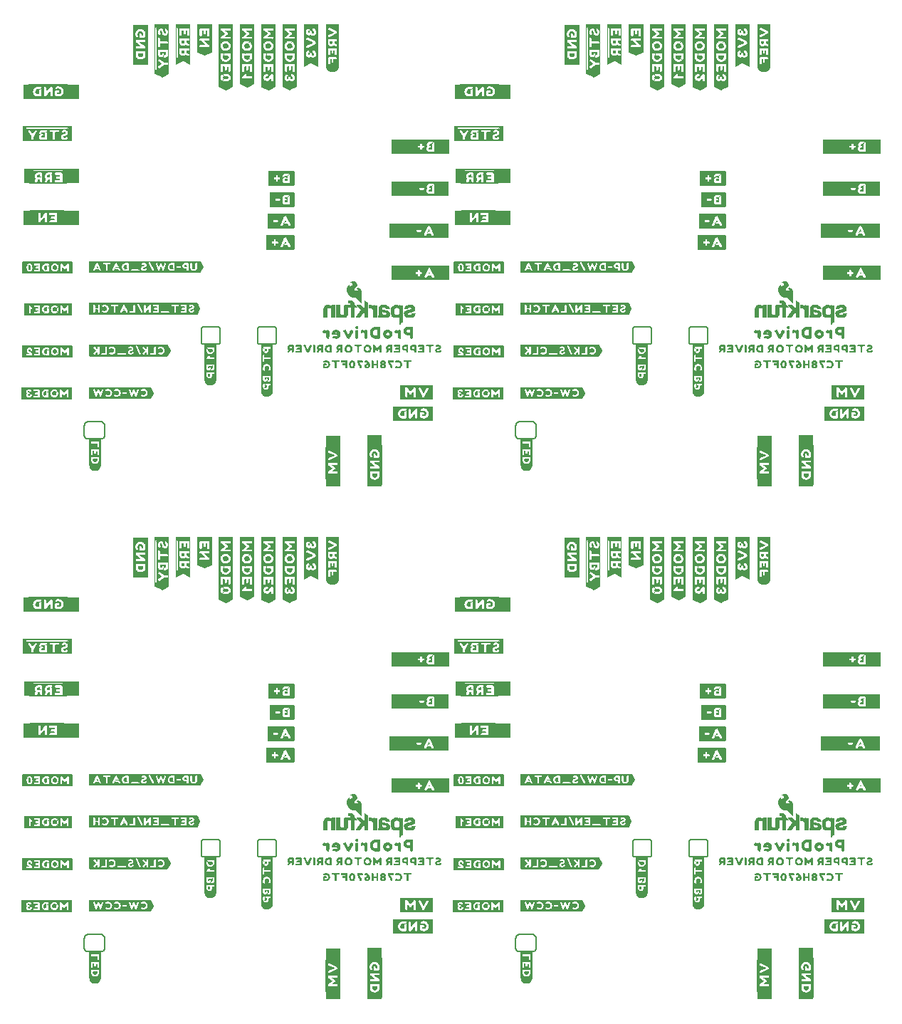
<source format=gbo>
G04 EAGLE Gerber RS-274X export*
G75*
%MOMM*%
%FSLAX34Y34*%
%LPD*%
%INSilkscreen Bottom*%
%IPPOS*%
%AMOC8*
5,1,8,0,0,1.08239X$1,22.5*%
G01*
%ADD10R,1.371600X1.724656*%
%ADD11R,2.811781X1.727200*%
%ADD12R,1.473200X1.724656*%
%ADD13R,2.801619X1.724656*%
%ADD14R,2.748281X1.724656*%
%ADD15R,1.432562X1.722119*%
%ADD16R,2.410456X1.722119*%
%ADD17R,1.493519X1.722119*%
%ADD18R,1.826256X1.729738*%
%ADD19R,0.736600X1.727200*%
%ADD20R,1.841500X1.729738*%
%ADD21R,0.868681X1.729738*%
%ADD22R,1.727200X1.285238*%
%ADD23R,1.729738X0.632456*%
%ADD24R,1.717037X1.046481*%
%ADD25R,1.727200X1.501138*%
%ADD26R,1.518919X1.727200*%
%ADD27R,0.673100X1.722119*%
%ADD28C,0.152400*%
%ADD29C,0.203200*%

G36*
X211182Y865224D02*
X211182Y865224D01*
X211184Y865228D01*
X211187Y865229D01*
X211587Y865629D01*
X211599Y865656D01*
X211615Y865668D01*
X214615Y871668D01*
X214618Y871695D01*
X214629Y871710D01*
X214729Y872310D01*
X214715Y872376D01*
X214716Y872400D01*
X211716Y878500D01*
X211701Y878514D01*
X211698Y878528D01*
X211298Y879028D01*
X211205Y879082D01*
X211191Y879079D01*
X211182Y879084D01*
X207982Y879084D01*
X207966Y879078D01*
X207950Y879080D01*
X207934Y879067D01*
X207906Y879072D01*
X207882Y879084D01*
X78582Y879084D01*
X78549Y879071D01*
X78514Y879067D01*
X78504Y879054D01*
X78481Y879045D01*
X78446Y878975D01*
X78434Y878959D01*
X78334Y878359D01*
X78337Y878344D01*
X78332Y878334D01*
X78332Y865534D01*
X78339Y865516D01*
X78337Y865496D01*
X78355Y865477D01*
X78371Y865434D01*
X78409Y865415D01*
X78426Y865396D01*
X78926Y865196D01*
X78961Y865195D01*
X78982Y865185D01*
X211082Y865185D01*
X211182Y865224D01*
G37*
G36*
X724262Y865224D02*
X724262Y865224D01*
X724264Y865228D01*
X724267Y865229D01*
X724667Y865629D01*
X724679Y865656D01*
X724695Y865668D01*
X727695Y871668D01*
X727698Y871695D01*
X727709Y871710D01*
X727809Y872310D01*
X727795Y872376D01*
X727796Y872400D01*
X724796Y878500D01*
X724781Y878514D01*
X724778Y878528D01*
X724378Y879028D01*
X724285Y879082D01*
X724271Y879079D01*
X724262Y879084D01*
X721062Y879084D01*
X721046Y879078D01*
X721030Y879080D01*
X721014Y879067D01*
X720986Y879072D01*
X720962Y879084D01*
X591662Y879084D01*
X591629Y879071D01*
X591594Y879067D01*
X591584Y879054D01*
X591561Y879045D01*
X591526Y878975D01*
X591514Y878959D01*
X591414Y878359D01*
X591417Y878344D01*
X591412Y878334D01*
X591412Y865534D01*
X591419Y865516D01*
X591417Y865496D01*
X591435Y865477D01*
X591451Y865434D01*
X591489Y865415D01*
X591506Y865396D01*
X592006Y865196D01*
X592041Y865195D01*
X592062Y865185D01*
X724162Y865185D01*
X724262Y865224D01*
G37*
G36*
X724262Y255624D02*
X724262Y255624D01*
X724264Y255628D01*
X724267Y255629D01*
X724667Y256029D01*
X724679Y256056D01*
X724695Y256068D01*
X727695Y262068D01*
X727698Y262095D01*
X727709Y262110D01*
X727809Y262710D01*
X727795Y262776D01*
X727796Y262800D01*
X724796Y268900D01*
X724781Y268914D01*
X724778Y268928D01*
X724378Y269428D01*
X724285Y269482D01*
X724271Y269479D01*
X724262Y269484D01*
X721062Y269484D01*
X721046Y269478D01*
X721030Y269480D01*
X721014Y269467D01*
X720986Y269472D01*
X720962Y269484D01*
X591662Y269484D01*
X591629Y269471D01*
X591594Y269467D01*
X591584Y269454D01*
X591561Y269445D01*
X591526Y269375D01*
X591514Y269359D01*
X591414Y268759D01*
X591417Y268744D01*
X591412Y268734D01*
X591412Y255934D01*
X591419Y255916D01*
X591417Y255896D01*
X591435Y255877D01*
X591451Y255834D01*
X591489Y255815D01*
X591506Y255796D01*
X592006Y255596D01*
X592041Y255595D01*
X592062Y255585D01*
X724162Y255585D01*
X724262Y255624D01*
G37*
G36*
X211182Y255624D02*
X211182Y255624D01*
X211184Y255628D01*
X211187Y255629D01*
X211587Y256029D01*
X211599Y256056D01*
X211615Y256068D01*
X214615Y262068D01*
X214618Y262095D01*
X214629Y262110D01*
X214729Y262710D01*
X214715Y262776D01*
X214716Y262800D01*
X211716Y268900D01*
X211701Y268914D01*
X211698Y268928D01*
X211298Y269428D01*
X211205Y269482D01*
X211191Y269479D01*
X211182Y269484D01*
X207982Y269484D01*
X207966Y269478D01*
X207950Y269480D01*
X207934Y269467D01*
X207906Y269472D01*
X207882Y269484D01*
X78582Y269484D01*
X78549Y269471D01*
X78514Y269467D01*
X78504Y269454D01*
X78481Y269445D01*
X78446Y269375D01*
X78434Y269359D01*
X78334Y268759D01*
X78337Y268744D01*
X78332Y268734D01*
X78332Y255934D01*
X78339Y255916D01*
X78337Y255896D01*
X78355Y255877D01*
X78371Y255834D01*
X78409Y255815D01*
X78426Y255796D01*
X78926Y255596D01*
X78961Y255595D01*
X78982Y255585D01*
X211082Y255585D01*
X211182Y255624D01*
G37*
G36*
X720636Y815516D02*
X720636Y815516D01*
X720643Y815529D01*
X720653Y815533D01*
X721053Y816033D01*
X721058Y816050D01*
X721069Y816058D01*
X724169Y822058D01*
X724176Y822129D01*
X724183Y822151D01*
X724083Y822751D01*
X724070Y822774D01*
X724070Y822792D01*
X721070Y828892D01*
X721048Y828913D01*
X721042Y828932D01*
X720642Y829332D01*
X720543Y829376D01*
X720539Y829374D01*
X720536Y829376D01*
X717436Y829376D01*
X717429Y829373D01*
X717421Y829375D01*
X717402Y829363D01*
X717388Y829357D01*
X717359Y829364D01*
X717336Y829376D01*
X592036Y829376D01*
X592003Y829363D01*
X591968Y829359D01*
X591958Y829346D01*
X591936Y829337D01*
X591901Y829267D01*
X591889Y829251D01*
X591789Y828651D01*
X591792Y828637D01*
X591787Y828627D01*
X591787Y815727D01*
X591799Y815694D01*
X591803Y815659D01*
X591817Y815649D01*
X591825Y815626D01*
X591895Y815591D01*
X591911Y815579D01*
X592511Y815479D01*
X592526Y815482D01*
X592536Y815477D01*
X720536Y815477D01*
X720636Y815516D01*
G37*
G36*
X207556Y815516D02*
X207556Y815516D01*
X207563Y815529D01*
X207573Y815533D01*
X207973Y816033D01*
X207978Y816050D01*
X207989Y816058D01*
X211089Y822058D01*
X211096Y822129D01*
X211103Y822151D01*
X211003Y822751D01*
X210990Y822774D01*
X210990Y822792D01*
X207990Y828892D01*
X207968Y828913D01*
X207962Y828932D01*
X207562Y829332D01*
X207463Y829376D01*
X207459Y829374D01*
X207456Y829376D01*
X204356Y829376D01*
X204349Y829373D01*
X204341Y829375D01*
X204322Y829363D01*
X204308Y829357D01*
X204279Y829364D01*
X204256Y829376D01*
X78956Y829376D01*
X78923Y829363D01*
X78888Y829359D01*
X78878Y829346D01*
X78856Y829337D01*
X78821Y829267D01*
X78809Y829251D01*
X78709Y828651D01*
X78712Y828637D01*
X78707Y828627D01*
X78707Y815727D01*
X78719Y815694D01*
X78723Y815659D01*
X78737Y815649D01*
X78745Y815626D01*
X78815Y815591D01*
X78831Y815579D01*
X79431Y815479D01*
X79446Y815482D01*
X79456Y815477D01*
X207456Y815477D01*
X207556Y815516D01*
G37*
G36*
X207556Y205916D02*
X207556Y205916D01*
X207563Y205929D01*
X207573Y205933D01*
X207973Y206433D01*
X207978Y206450D01*
X207989Y206458D01*
X211089Y212458D01*
X211096Y212529D01*
X211103Y212551D01*
X211003Y213151D01*
X210990Y213174D01*
X210990Y213192D01*
X207990Y219292D01*
X207968Y219313D01*
X207962Y219332D01*
X207562Y219732D01*
X207463Y219776D01*
X207459Y219774D01*
X207456Y219776D01*
X204356Y219776D01*
X204349Y219773D01*
X204341Y219775D01*
X204322Y219763D01*
X204308Y219757D01*
X204279Y219764D01*
X204256Y219776D01*
X78956Y219776D01*
X78923Y219763D01*
X78888Y219759D01*
X78878Y219746D01*
X78856Y219737D01*
X78821Y219667D01*
X78809Y219651D01*
X78709Y219051D01*
X78712Y219037D01*
X78707Y219027D01*
X78707Y206127D01*
X78719Y206094D01*
X78723Y206059D01*
X78737Y206049D01*
X78745Y206026D01*
X78815Y205991D01*
X78831Y205979D01*
X79431Y205879D01*
X79446Y205882D01*
X79456Y205877D01*
X207456Y205877D01*
X207556Y205916D01*
G37*
G36*
X720636Y205916D02*
X720636Y205916D01*
X720643Y205929D01*
X720653Y205933D01*
X721053Y206433D01*
X721058Y206450D01*
X721069Y206458D01*
X724169Y212458D01*
X724176Y212529D01*
X724183Y212551D01*
X724083Y213151D01*
X724070Y213174D01*
X724070Y213192D01*
X721070Y219292D01*
X721048Y219313D01*
X721042Y219332D01*
X720642Y219732D01*
X720543Y219776D01*
X720539Y219774D01*
X720536Y219776D01*
X717436Y219776D01*
X717429Y219773D01*
X717421Y219775D01*
X717402Y219763D01*
X717388Y219757D01*
X717359Y219764D01*
X717336Y219776D01*
X592036Y219776D01*
X592003Y219763D01*
X591968Y219759D01*
X591958Y219746D01*
X591936Y219737D01*
X591901Y219667D01*
X591889Y219651D01*
X591789Y219051D01*
X591792Y219037D01*
X591787Y219027D01*
X591787Y206127D01*
X591799Y206094D01*
X591803Y206059D01*
X591817Y206049D01*
X591825Y206026D01*
X591895Y205991D01*
X591911Y205979D01*
X592511Y205879D01*
X592526Y205882D01*
X592536Y205877D01*
X720536Y205877D01*
X720636Y205916D01*
G37*
G36*
X292736Y1082153D02*
X292736Y1082153D01*
X292753Y1082165D01*
X292767Y1082165D01*
X300267Y1085965D01*
X300308Y1086009D01*
X300330Y1086024D01*
X300730Y1086724D01*
X300737Y1086774D01*
X300749Y1086798D01*
X300749Y1160498D01*
X300711Y1160598D01*
X300698Y1160605D01*
X300693Y1160615D01*
X300193Y1161015D01*
X300117Y1161039D01*
X300100Y1161047D01*
X284000Y1161047D01*
X283900Y1161009D01*
X283893Y1160996D01*
X283883Y1160991D01*
X283483Y1160491D01*
X283459Y1160415D01*
X283451Y1160398D01*
X283451Y1156698D01*
X283457Y1156682D01*
X283454Y1156665D01*
X283466Y1156651D01*
X283463Y1156621D01*
X283451Y1156598D01*
X283451Y1086298D01*
X283454Y1086289D01*
X283452Y1086280D01*
X283466Y1086259D01*
X283489Y1086198D01*
X283515Y1086185D01*
X283526Y1086168D01*
X284226Y1085768D01*
X284231Y1085768D01*
X284233Y1085765D01*
X291833Y1081965D01*
X291925Y1081956D01*
X291936Y1081953D01*
X292736Y1082153D01*
G37*
G36*
X805816Y1082153D02*
X805816Y1082153D01*
X805833Y1082165D01*
X805847Y1082165D01*
X813347Y1085965D01*
X813388Y1086009D01*
X813410Y1086024D01*
X813810Y1086724D01*
X813817Y1086774D01*
X813829Y1086798D01*
X813829Y1160498D01*
X813791Y1160598D01*
X813778Y1160605D01*
X813773Y1160615D01*
X813273Y1161015D01*
X813197Y1161039D01*
X813180Y1161047D01*
X797080Y1161047D01*
X796980Y1161009D01*
X796973Y1160996D01*
X796963Y1160991D01*
X796563Y1160491D01*
X796539Y1160415D01*
X796531Y1160398D01*
X796531Y1156698D01*
X796537Y1156682D01*
X796534Y1156665D01*
X796546Y1156651D01*
X796543Y1156621D01*
X796531Y1156598D01*
X796531Y1086298D01*
X796534Y1086289D01*
X796532Y1086280D01*
X796546Y1086259D01*
X796569Y1086198D01*
X796595Y1086185D01*
X796606Y1086168D01*
X797306Y1085768D01*
X797311Y1085768D01*
X797313Y1085765D01*
X804913Y1081965D01*
X805005Y1081956D01*
X805016Y1081953D01*
X805816Y1082153D01*
G37*
G36*
X805816Y472553D02*
X805816Y472553D01*
X805833Y472565D01*
X805847Y472565D01*
X813347Y476365D01*
X813388Y476409D01*
X813410Y476424D01*
X813810Y477124D01*
X813817Y477174D01*
X813829Y477198D01*
X813829Y550898D01*
X813791Y550998D01*
X813778Y551005D01*
X813773Y551015D01*
X813273Y551415D01*
X813197Y551439D01*
X813180Y551447D01*
X797080Y551447D01*
X796980Y551409D01*
X796973Y551396D01*
X796963Y551391D01*
X796563Y550891D01*
X796539Y550815D01*
X796531Y550798D01*
X796531Y547098D01*
X796537Y547082D01*
X796534Y547065D01*
X796546Y547051D01*
X796543Y547021D01*
X796531Y546998D01*
X796531Y476698D01*
X796534Y476689D01*
X796532Y476680D01*
X796546Y476659D01*
X796569Y476598D01*
X796595Y476585D01*
X796606Y476568D01*
X797306Y476168D01*
X797311Y476168D01*
X797313Y476165D01*
X804913Y472365D01*
X805005Y472356D01*
X805016Y472353D01*
X805816Y472553D01*
G37*
G36*
X292736Y472553D02*
X292736Y472553D01*
X292753Y472565D01*
X292767Y472565D01*
X300267Y476365D01*
X300308Y476409D01*
X300330Y476424D01*
X300730Y477124D01*
X300737Y477174D01*
X300749Y477198D01*
X300749Y550898D01*
X300711Y550998D01*
X300698Y551005D01*
X300693Y551015D01*
X300193Y551415D01*
X300117Y551439D01*
X300100Y551447D01*
X284000Y551447D01*
X283900Y551409D01*
X283893Y551396D01*
X283883Y551391D01*
X283483Y550891D01*
X283459Y550815D01*
X283451Y550798D01*
X283451Y547098D01*
X283457Y547082D01*
X283454Y547065D01*
X283466Y547051D01*
X283463Y547021D01*
X283451Y546998D01*
X283451Y476698D01*
X283454Y476689D01*
X283452Y476680D01*
X283466Y476659D01*
X283489Y476598D01*
X283515Y476585D01*
X283526Y476568D01*
X284226Y476168D01*
X284231Y476168D01*
X284233Y476165D01*
X291833Y472365D01*
X291925Y472356D01*
X291936Y472353D01*
X292736Y472553D01*
G37*
G36*
X830534Y1082065D02*
X830534Y1082065D01*
X830547Y1082065D01*
X831347Y1082464D01*
X838945Y1086164D01*
X839019Y1086242D01*
X839019Y1086255D01*
X839025Y1086262D01*
X839225Y1087062D01*
X839222Y1087084D01*
X839229Y1087098D01*
X839229Y1160698D01*
X839219Y1160723D01*
X839220Y1160751D01*
X839203Y1160766D01*
X839191Y1160798D01*
X839141Y1160823D01*
X839121Y1160842D01*
X838421Y1161042D01*
X838396Y1161039D01*
X838380Y1161047D01*
X822280Y1161047D01*
X822255Y1161037D01*
X822227Y1161038D01*
X822212Y1161021D01*
X822180Y1161009D01*
X822155Y1160959D01*
X822137Y1160939D01*
X821937Y1160239D01*
X821939Y1160214D01*
X821931Y1160198D01*
X821931Y1156698D01*
X821939Y1156677D01*
X821937Y1156655D01*
X821943Y1156649D01*
X821942Y1156619D01*
X821931Y1156598D01*
X821931Y1087198D01*
X821935Y1087188D01*
X821932Y1087180D01*
X822032Y1086380D01*
X822034Y1086376D01*
X822033Y1086373D01*
X822042Y1086360D01*
X822083Y1086285D01*
X822103Y1086278D01*
X822113Y1086265D01*
X830413Y1082065D01*
X830520Y1082054D01*
X830534Y1082065D01*
G37*
G36*
X317454Y1082065D02*
X317454Y1082065D01*
X317467Y1082065D01*
X318267Y1082464D01*
X325865Y1086164D01*
X325939Y1086242D01*
X325939Y1086255D01*
X325945Y1086262D01*
X326145Y1087062D01*
X326142Y1087084D01*
X326149Y1087098D01*
X326149Y1160698D01*
X326139Y1160723D01*
X326140Y1160751D01*
X326123Y1160766D01*
X326111Y1160798D01*
X326061Y1160823D01*
X326041Y1160842D01*
X325341Y1161042D01*
X325316Y1161039D01*
X325300Y1161047D01*
X309200Y1161047D01*
X309175Y1161037D01*
X309147Y1161038D01*
X309132Y1161021D01*
X309100Y1161009D01*
X309075Y1160959D01*
X309057Y1160939D01*
X308857Y1160239D01*
X308859Y1160214D01*
X308851Y1160198D01*
X308851Y1156698D01*
X308859Y1156677D01*
X308857Y1156655D01*
X308863Y1156649D01*
X308862Y1156619D01*
X308851Y1156598D01*
X308851Y1087198D01*
X308855Y1087188D01*
X308852Y1087180D01*
X308952Y1086380D01*
X308954Y1086376D01*
X308953Y1086373D01*
X308962Y1086360D01*
X309003Y1086285D01*
X309023Y1086278D01*
X309033Y1086265D01*
X317333Y1082065D01*
X317440Y1082054D01*
X317454Y1082065D01*
G37*
G36*
X317454Y472465D02*
X317454Y472465D01*
X317467Y472465D01*
X318267Y472864D01*
X325865Y476564D01*
X325939Y476642D01*
X325939Y476655D01*
X325945Y476662D01*
X326145Y477462D01*
X326142Y477484D01*
X326149Y477498D01*
X326149Y551098D01*
X326139Y551123D01*
X326140Y551151D01*
X326123Y551166D01*
X326111Y551198D01*
X326061Y551223D01*
X326041Y551242D01*
X325341Y551442D01*
X325316Y551439D01*
X325300Y551447D01*
X309200Y551447D01*
X309175Y551437D01*
X309147Y551438D01*
X309132Y551421D01*
X309100Y551409D01*
X309075Y551359D01*
X309057Y551339D01*
X308857Y550639D01*
X308859Y550614D01*
X308851Y550598D01*
X308851Y547098D01*
X308859Y547077D01*
X308857Y547055D01*
X308863Y547049D01*
X308862Y547019D01*
X308851Y546998D01*
X308851Y477598D01*
X308855Y477588D01*
X308852Y477580D01*
X308952Y476780D01*
X308954Y476776D01*
X308953Y476773D01*
X308962Y476760D01*
X309003Y476685D01*
X309023Y476678D01*
X309033Y476665D01*
X317333Y472465D01*
X317440Y472454D01*
X317454Y472465D01*
G37*
G36*
X830534Y472465D02*
X830534Y472465D01*
X830547Y472465D01*
X831347Y472864D01*
X838945Y476564D01*
X839019Y476642D01*
X839019Y476655D01*
X839025Y476662D01*
X839225Y477462D01*
X839222Y477484D01*
X839229Y477498D01*
X839229Y551098D01*
X839219Y551123D01*
X839220Y551151D01*
X839203Y551166D01*
X839191Y551198D01*
X839141Y551223D01*
X839121Y551242D01*
X838421Y551442D01*
X838396Y551439D01*
X838380Y551447D01*
X822280Y551447D01*
X822255Y551437D01*
X822227Y551438D01*
X822212Y551421D01*
X822180Y551409D01*
X822155Y551359D01*
X822137Y551339D01*
X821937Y550639D01*
X821939Y550614D01*
X821931Y550598D01*
X821931Y547098D01*
X821939Y547077D01*
X821937Y547055D01*
X821943Y547049D01*
X821942Y547019D01*
X821931Y546998D01*
X821931Y477598D01*
X821935Y477588D01*
X821932Y477580D01*
X822032Y476780D01*
X822034Y476776D01*
X822033Y476773D01*
X822042Y476760D01*
X822083Y476685D01*
X822103Y476678D01*
X822113Y476665D01*
X830413Y472465D01*
X830520Y472454D01*
X830534Y472465D01*
G37*
G36*
X241241Y1082155D02*
X241241Y1082155D01*
X241941Y1082355D01*
X241954Y1082365D01*
X241967Y1082365D01*
X249567Y1086165D01*
X249627Y1086231D01*
X249637Y1086239D01*
X249937Y1086939D01*
X249939Y1086977D01*
X249949Y1086998D01*
X249949Y1160598D01*
X249944Y1160611D01*
X249947Y1160624D01*
X249931Y1160645D01*
X249911Y1160698D01*
X249880Y1160714D01*
X249867Y1160732D01*
X249267Y1161032D01*
X249223Y1161036D01*
X249200Y1161047D01*
X233100Y1161047D01*
X233087Y1161042D01*
X233074Y1161045D01*
X233053Y1161029D01*
X233000Y1161009D01*
X232984Y1160978D01*
X232967Y1160965D01*
X232667Y1160365D01*
X232662Y1160321D01*
X232651Y1160298D01*
X232651Y1156698D01*
X232658Y1156680D01*
X232655Y1156661D01*
X232665Y1156650D01*
X232662Y1156621D01*
X232651Y1156598D01*
X232651Y1087298D01*
X232654Y1087289D01*
X232652Y1087282D01*
X232752Y1086382D01*
X232754Y1086377D01*
X232753Y1086371D01*
X232765Y1086355D01*
X232801Y1086286D01*
X232824Y1086278D01*
X232834Y1086264D01*
X241134Y1082164D01*
X241241Y1082154D01*
X241241Y1082155D01*
G37*
G36*
X754321Y1082155D02*
X754321Y1082155D01*
X755021Y1082355D01*
X755034Y1082365D01*
X755047Y1082365D01*
X762647Y1086165D01*
X762707Y1086231D01*
X762717Y1086239D01*
X763017Y1086939D01*
X763019Y1086977D01*
X763029Y1086998D01*
X763029Y1160598D01*
X763024Y1160611D01*
X763027Y1160624D01*
X763011Y1160645D01*
X762991Y1160698D01*
X762960Y1160714D01*
X762947Y1160732D01*
X762347Y1161032D01*
X762303Y1161036D01*
X762280Y1161047D01*
X746180Y1161047D01*
X746167Y1161042D01*
X746154Y1161045D01*
X746133Y1161029D01*
X746080Y1161009D01*
X746064Y1160978D01*
X746047Y1160965D01*
X745747Y1160365D01*
X745742Y1160321D01*
X745731Y1160298D01*
X745731Y1156698D01*
X745738Y1156680D01*
X745735Y1156661D01*
X745745Y1156650D01*
X745742Y1156621D01*
X745731Y1156598D01*
X745731Y1087298D01*
X745734Y1087289D01*
X745732Y1087282D01*
X745832Y1086382D01*
X745834Y1086377D01*
X745833Y1086371D01*
X745845Y1086355D01*
X745881Y1086286D01*
X745904Y1086278D01*
X745914Y1086264D01*
X754214Y1082164D01*
X754321Y1082154D01*
X754321Y1082155D01*
G37*
G36*
X754321Y472555D02*
X754321Y472555D01*
X755021Y472755D01*
X755034Y472765D01*
X755047Y472765D01*
X762647Y476565D01*
X762707Y476631D01*
X762717Y476639D01*
X763017Y477339D01*
X763019Y477377D01*
X763029Y477398D01*
X763029Y550998D01*
X763024Y551011D01*
X763027Y551024D01*
X763011Y551045D01*
X762991Y551098D01*
X762960Y551114D01*
X762947Y551132D01*
X762347Y551432D01*
X762303Y551436D01*
X762280Y551447D01*
X746180Y551447D01*
X746167Y551442D01*
X746154Y551445D01*
X746133Y551429D01*
X746080Y551409D01*
X746064Y551378D01*
X746047Y551365D01*
X745747Y550765D01*
X745742Y550721D01*
X745731Y550698D01*
X745731Y547098D01*
X745738Y547080D01*
X745735Y547061D01*
X745745Y547050D01*
X745742Y547021D01*
X745731Y546998D01*
X745731Y477698D01*
X745734Y477689D01*
X745732Y477682D01*
X745832Y476782D01*
X745834Y476777D01*
X745833Y476771D01*
X745845Y476755D01*
X745881Y476686D01*
X745904Y476678D01*
X745914Y476664D01*
X754214Y472564D01*
X754321Y472554D01*
X754321Y472555D01*
G37*
G36*
X241241Y472555D02*
X241241Y472555D01*
X241941Y472755D01*
X241954Y472765D01*
X241967Y472765D01*
X249567Y476565D01*
X249627Y476631D01*
X249637Y476639D01*
X249937Y477339D01*
X249939Y477377D01*
X249949Y477398D01*
X249949Y550998D01*
X249944Y551011D01*
X249947Y551024D01*
X249931Y551045D01*
X249911Y551098D01*
X249880Y551114D01*
X249867Y551132D01*
X249267Y551432D01*
X249223Y551436D01*
X249200Y551447D01*
X233100Y551447D01*
X233087Y551442D01*
X233074Y551445D01*
X233053Y551429D01*
X233000Y551409D01*
X232984Y551378D01*
X232967Y551365D01*
X232667Y550765D01*
X232662Y550721D01*
X232651Y550698D01*
X232651Y547098D01*
X232658Y547080D01*
X232655Y547061D01*
X232665Y547050D01*
X232662Y547021D01*
X232651Y546998D01*
X232651Y477698D01*
X232654Y477689D01*
X232652Y477682D01*
X232752Y476782D01*
X232754Y476777D01*
X232753Y476771D01*
X232765Y476755D01*
X232801Y476686D01*
X232824Y476678D01*
X232834Y476664D01*
X241134Y472564D01*
X241241Y472554D01*
X241241Y472555D01*
G37*
G36*
X685160Y156138D02*
X685160Y156138D01*
X685187Y156140D01*
X685687Y156440D01*
X685695Y156451D01*
X685708Y156456D01*
X685723Y156486D01*
X685744Y156502D01*
X688744Y162602D01*
X688745Y162614D01*
X688752Y162621D01*
X688952Y163221D01*
X688950Y163265D01*
X688951Y163268D01*
X688949Y163275D01*
X688947Y163328D01*
X688943Y163332D01*
X688943Y163337D01*
X685844Y169335D01*
X685544Y169935D01*
X685533Y169944D01*
X685530Y169957D01*
X685506Y169969D01*
X685464Y170007D01*
X685430Y170007D01*
X685410Y170017D01*
X682110Y170017D01*
X682109Y170017D01*
X682108Y170017D01*
X682103Y170015D01*
X682060Y169998D01*
X682022Y170011D01*
X682010Y170017D01*
X592710Y170017D01*
X592683Y170007D01*
X592663Y170010D01*
X592063Y169810D01*
X592044Y169794D01*
X592021Y169788D01*
X592010Y169766D01*
X591980Y169741D01*
X591973Y169692D01*
X591961Y169668D01*
X591961Y156868D01*
X591971Y156841D01*
X591968Y156821D01*
X592168Y156221D01*
X592184Y156202D01*
X592190Y156179D01*
X592212Y156168D01*
X592237Y156138D01*
X592286Y156131D01*
X592310Y156119D01*
X685110Y156119D01*
X685160Y156138D01*
G37*
G36*
X172080Y765738D02*
X172080Y765738D01*
X172107Y765740D01*
X172607Y766040D01*
X172615Y766051D01*
X172628Y766056D01*
X172643Y766086D01*
X172664Y766102D01*
X175664Y772202D01*
X175665Y772214D01*
X175672Y772221D01*
X175872Y772821D01*
X175870Y772865D01*
X175871Y772868D01*
X175869Y772875D01*
X175867Y772928D01*
X175863Y772932D01*
X175863Y772937D01*
X172764Y778935D01*
X172464Y779535D01*
X172453Y779544D01*
X172450Y779557D01*
X172426Y779569D01*
X172384Y779607D01*
X172350Y779607D01*
X172330Y779617D01*
X169030Y779617D01*
X169029Y779617D01*
X169028Y779617D01*
X169023Y779615D01*
X168980Y779598D01*
X168942Y779611D01*
X168930Y779617D01*
X79630Y779617D01*
X79603Y779607D01*
X79583Y779610D01*
X78983Y779410D01*
X78964Y779394D01*
X78941Y779388D01*
X78930Y779366D01*
X78900Y779341D01*
X78893Y779292D01*
X78881Y779268D01*
X78881Y766468D01*
X78891Y766441D01*
X78888Y766421D01*
X79088Y765821D01*
X79104Y765802D01*
X79110Y765779D01*
X79132Y765768D01*
X79157Y765738D01*
X79206Y765731D01*
X79230Y765719D01*
X172030Y765719D01*
X172080Y765738D01*
G37*
G36*
X172080Y156138D02*
X172080Y156138D01*
X172107Y156140D01*
X172607Y156440D01*
X172615Y156451D01*
X172628Y156456D01*
X172643Y156486D01*
X172664Y156502D01*
X175664Y162602D01*
X175665Y162614D01*
X175672Y162621D01*
X175872Y163221D01*
X175870Y163265D01*
X175871Y163268D01*
X175869Y163275D01*
X175867Y163328D01*
X175863Y163332D01*
X175863Y163337D01*
X172764Y169335D01*
X172464Y169935D01*
X172453Y169944D01*
X172450Y169957D01*
X172426Y169969D01*
X172384Y170007D01*
X172350Y170007D01*
X172330Y170017D01*
X169030Y170017D01*
X169029Y170017D01*
X169028Y170017D01*
X169023Y170015D01*
X168980Y169998D01*
X168942Y170011D01*
X168930Y170017D01*
X79630Y170017D01*
X79603Y170007D01*
X79583Y170010D01*
X78983Y169810D01*
X78964Y169794D01*
X78941Y169788D01*
X78930Y169766D01*
X78900Y169741D01*
X78893Y169692D01*
X78881Y169668D01*
X78881Y156868D01*
X78891Y156841D01*
X78888Y156821D01*
X79088Y156221D01*
X79104Y156202D01*
X79110Y156179D01*
X79132Y156168D01*
X79157Y156138D01*
X79206Y156131D01*
X79230Y156119D01*
X172030Y156119D01*
X172080Y156138D01*
G37*
G36*
X685160Y765738D02*
X685160Y765738D01*
X685187Y765740D01*
X685687Y766040D01*
X685695Y766051D01*
X685708Y766056D01*
X685723Y766086D01*
X685744Y766102D01*
X688744Y772202D01*
X688745Y772214D01*
X688752Y772221D01*
X688952Y772821D01*
X688950Y772865D01*
X688951Y772868D01*
X688949Y772875D01*
X688947Y772928D01*
X688943Y772932D01*
X688943Y772937D01*
X685844Y778935D01*
X685544Y779535D01*
X685533Y779544D01*
X685530Y779557D01*
X685506Y779569D01*
X685464Y779607D01*
X685430Y779607D01*
X685410Y779617D01*
X682110Y779617D01*
X682109Y779617D01*
X682108Y779617D01*
X682103Y779615D01*
X682060Y779598D01*
X682022Y779611D01*
X682010Y779617D01*
X592710Y779617D01*
X592683Y779607D01*
X592663Y779610D01*
X592063Y779410D01*
X592044Y779394D01*
X592021Y779388D01*
X592010Y779366D01*
X591980Y779341D01*
X591973Y779292D01*
X591961Y779268D01*
X591961Y766468D01*
X591971Y766441D01*
X591968Y766421D01*
X592168Y765821D01*
X592184Y765802D01*
X592190Y765779D01*
X592212Y765768D01*
X592237Y765738D01*
X592286Y765731D01*
X592310Y765719D01*
X685110Y765719D01*
X685160Y765738D01*
G37*
G36*
X266646Y1085459D02*
X266646Y1085459D01*
X266652Y1085458D01*
X267452Y1085758D01*
X267459Y1085765D01*
X267467Y1085765D01*
X275067Y1089565D01*
X275139Y1089644D01*
X275139Y1089652D01*
X275144Y1089657D01*
X275344Y1090357D01*
X275341Y1090382D01*
X275349Y1090398D01*
X275349Y1160698D01*
X275339Y1160723D01*
X275340Y1160751D01*
X275323Y1160766D01*
X275311Y1160798D01*
X275261Y1160823D01*
X275241Y1160842D01*
X274541Y1161042D01*
X274516Y1161039D01*
X274500Y1161047D01*
X258400Y1161047D01*
X258375Y1161037D01*
X258347Y1161038D01*
X258332Y1161021D01*
X258300Y1161009D01*
X258275Y1160959D01*
X258257Y1160939D01*
X258057Y1160239D01*
X258059Y1160214D01*
X258051Y1160198D01*
X258051Y1156698D01*
X258059Y1156677D01*
X258057Y1156655D01*
X258064Y1156647D01*
X258062Y1156620D01*
X258051Y1156598D01*
X258051Y1090598D01*
X258055Y1090588D01*
X258052Y1090580D01*
X258152Y1089780D01*
X258154Y1089776D01*
X258153Y1089773D01*
X258162Y1089760D01*
X258203Y1089685D01*
X258223Y1089678D01*
X258233Y1089665D01*
X266533Y1085465D01*
X266640Y1085454D01*
X266646Y1085459D01*
G37*
G36*
X266646Y475859D02*
X266646Y475859D01*
X266652Y475858D01*
X267452Y476158D01*
X267459Y476165D01*
X267467Y476165D01*
X275067Y479965D01*
X275139Y480044D01*
X275139Y480052D01*
X275144Y480057D01*
X275344Y480757D01*
X275341Y480782D01*
X275349Y480798D01*
X275349Y551098D01*
X275339Y551123D01*
X275340Y551151D01*
X275323Y551166D01*
X275311Y551198D01*
X275261Y551223D01*
X275241Y551242D01*
X274541Y551442D01*
X274516Y551439D01*
X274500Y551447D01*
X258400Y551447D01*
X258375Y551437D01*
X258347Y551438D01*
X258332Y551421D01*
X258300Y551409D01*
X258275Y551359D01*
X258257Y551339D01*
X258057Y550639D01*
X258059Y550614D01*
X258051Y550598D01*
X258051Y547098D01*
X258059Y547077D01*
X258057Y547055D01*
X258064Y547047D01*
X258062Y547020D01*
X258051Y546998D01*
X258051Y480998D01*
X258055Y480988D01*
X258052Y480980D01*
X258152Y480180D01*
X258154Y480176D01*
X258153Y480173D01*
X258162Y480160D01*
X258203Y480085D01*
X258223Y480078D01*
X258233Y480065D01*
X266533Y475865D01*
X266640Y475854D01*
X266646Y475859D01*
G37*
G36*
X779726Y1085459D02*
X779726Y1085459D01*
X779732Y1085458D01*
X780532Y1085758D01*
X780539Y1085765D01*
X780547Y1085765D01*
X788147Y1089565D01*
X788219Y1089644D01*
X788219Y1089652D01*
X788224Y1089657D01*
X788424Y1090357D01*
X788421Y1090382D01*
X788429Y1090398D01*
X788429Y1160698D01*
X788419Y1160723D01*
X788420Y1160751D01*
X788403Y1160766D01*
X788391Y1160798D01*
X788341Y1160823D01*
X788321Y1160842D01*
X787621Y1161042D01*
X787596Y1161039D01*
X787580Y1161047D01*
X771480Y1161047D01*
X771455Y1161037D01*
X771427Y1161038D01*
X771412Y1161021D01*
X771380Y1161009D01*
X771355Y1160959D01*
X771337Y1160939D01*
X771137Y1160239D01*
X771139Y1160214D01*
X771131Y1160198D01*
X771131Y1156698D01*
X771139Y1156677D01*
X771137Y1156655D01*
X771144Y1156647D01*
X771142Y1156620D01*
X771131Y1156598D01*
X771131Y1090598D01*
X771135Y1090588D01*
X771132Y1090580D01*
X771232Y1089780D01*
X771234Y1089776D01*
X771233Y1089773D01*
X771242Y1089760D01*
X771283Y1089685D01*
X771303Y1089678D01*
X771313Y1089665D01*
X779613Y1085465D01*
X779720Y1085454D01*
X779726Y1085459D01*
G37*
G36*
X779726Y475859D02*
X779726Y475859D01*
X779732Y475858D01*
X780532Y476158D01*
X780539Y476165D01*
X780547Y476165D01*
X788147Y479965D01*
X788219Y480044D01*
X788219Y480052D01*
X788224Y480057D01*
X788424Y480757D01*
X788421Y480782D01*
X788429Y480798D01*
X788429Y551098D01*
X788419Y551123D01*
X788420Y551151D01*
X788403Y551166D01*
X788391Y551198D01*
X788341Y551223D01*
X788321Y551242D01*
X787621Y551442D01*
X787596Y551439D01*
X787580Y551447D01*
X771480Y551447D01*
X771455Y551437D01*
X771427Y551438D01*
X771412Y551421D01*
X771380Y551409D01*
X771355Y551359D01*
X771337Y551339D01*
X771137Y550639D01*
X771139Y550614D01*
X771131Y550598D01*
X771131Y547098D01*
X771139Y547077D01*
X771137Y547055D01*
X771144Y547047D01*
X771142Y547020D01*
X771131Y546998D01*
X771131Y480998D01*
X771135Y480988D01*
X771132Y480980D01*
X771232Y480180D01*
X771234Y480176D01*
X771233Y480173D01*
X771242Y480160D01*
X771283Y480085D01*
X771303Y480078D01*
X771313Y480065D01*
X779613Y475865D01*
X779720Y475854D01*
X779726Y475859D01*
G37*
G36*
X678572Y1097609D02*
X678572Y1097609D01*
X678598Y1097609D01*
X686198Y1101409D01*
X686212Y1101424D01*
X686226Y1101428D01*
X686826Y1101928D01*
X686879Y1102022D01*
X686876Y1102034D01*
X686880Y1102042D01*
X686880Y1160442D01*
X686866Y1160478D01*
X686861Y1160516D01*
X686849Y1160524D01*
X686841Y1160543D01*
X686758Y1160584D01*
X686749Y1160591D01*
X685949Y1160691D01*
X685938Y1160688D01*
X685931Y1160692D01*
X669831Y1160692D01*
X669795Y1160678D01*
X669757Y1160672D01*
X669749Y1160660D01*
X669731Y1160653D01*
X669689Y1160570D01*
X669683Y1160561D01*
X669583Y1159761D01*
X669585Y1159750D01*
X669582Y1159742D01*
X669582Y1156342D01*
X669587Y1156327D01*
X669585Y1156311D01*
X669600Y1156292D01*
X669582Y1156257D01*
X669585Y1156249D01*
X669582Y1156242D01*
X669582Y1102142D01*
X669613Y1102062D01*
X669616Y1102047D01*
X670116Y1101447D01*
X670151Y1101428D01*
X670165Y1101408D01*
X677765Y1097708D01*
X677794Y1097706D01*
X677810Y1097695D01*
X678510Y1097595D01*
X678572Y1097609D01*
G37*
G36*
X165492Y1097609D02*
X165492Y1097609D01*
X165518Y1097609D01*
X173118Y1101409D01*
X173132Y1101424D01*
X173146Y1101428D01*
X173746Y1101928D01*
X173799Y1102022D01*
X173796Y1102034D01*
X173800Y1102042D01*
X173800Y1160442D01*
X173786Y1160478D01*
X173781Y1160516D01*
X173769Y1160524D01*
X173761Y1160543D01*
X173678Y1160584D01*
X173669Y1160591D01*
X172869Y1160691D01*
X172858Y1160688D01*
X172851Y1160692D01*
X156751Y1160692D01*
X156715Y1160678D01*
X156677Y1160672D01*
X156669Y1160660D01*
X156651Y1160653D01*
X156609Y1160570D01*
X156603Y1160561D01*
X156503Y1159761D01*
X156505Y1159750D01*
X156502Y1159742D01*
X156502Y1156342D01*
X156507Y1156327D01*
X156505Y1156311D01*
X156520Y1156292D01*
X156502Y1156257D01*
X156505Y1156249D01*
X156502Y1156242D01*
X156502Y1102142D01*
X156533Y1102062D01*
X156536Y1102047D01*
X157036Y1101447D01*
X157071Y1101428D01*
X157085Y1101408D01*
X164685Y1097708D01*
X164714Y1097706D01*
X164730Y1097695D01*
X165430Y1097595D01*
X165492Y1097609D01*
G37*
G36*
X165492Y488009D02*
X165492Y488009D01*
X165518Y488009D01*
X173118Y491809D01*
X173132Y491824D01*
X173146Y491828D01*
X173746Y492328D01*
X173799Y492422D01*
X173796Y492434D01*
X173800Y492442D01*
X173800Y550842D01*
X173786Y550878D01*
X173781Y550916D01*
X173769Y550924D01*
X173761Y550943D01*
X173678Y550984D01*
X173669Y550991D01*
X172869Y551091D01*
X172858Y551088D01*
X172851Y551092D01*
X156751Y551092D01*
X156715Y551078D01*
X156677Y551072D01*
X156669Y551060D01*
X156651Y551053D01*
X156609Y550970D01*
X156603Y550961D01*
X156503Y550161D01*
X156505Y550150D01*
X156502Y550142D01*
X156502Y546742D01*
X156507Y546727D01*
X156505Y546711D01*
X156520Y546692D01*
X156502Y546657D01*
X156505Y546649D01*
X156502Y546642D01*
X156502Y492542D01*
X156533Y492462D01*
X156536Y492447D01*
X157036Y491847D01*
X157071Y491828D01*
X157085Y491808D01*
X164685Y488108D01*
X164714Y488106D01*
X164730Y488095D01*
X165430Y487995D01*
X165492Y488009D01*
G37*
G36*
X678572Y488009D02*
X678572Y488009D01*
X678598Y488009D01*
X686198Y491809D01*
X686212Y491824D01*
X686226Y491828D01*
X686826Y492328D01*
X686879Y492422D01*
X686876Y492434D01*
X686880Y492442D01*
X686880Y550842D01*
X686866Y550878D01*
X686861Y550916D01*
X686849Y550924D01*
X686841Y550943D01*
X686758Y550984D01*
X686749Y550991D01*
X685949Y551091D01*
X685938Y551088D01*
X685931Y551092D01*
X669831Y551092D01*
X669795Y551078D01*
X669757Y551072D01*
X669749Y551060D01*
X669731Y551053D01*
X669689Y550970D01*
X669683Y550961D01*
X669583Y550161D01*
X669585Y550150D01*
X669582Y550142D01*
X669582Y546742D01*
X669587Y546727D01*
X669585Y546711D01*
X669600Y546692D01*
X669582Y546657D01*
X669585Y546649D01*
X669582Y546642D01*
X669582Y492542D01*
X669613Y492462D01*
X669616Y492447D01*
X670116Y491847D01*
X670151Y491828D01*
X670165Y491808D01*
X677765Y488108D01*
X677794Y488106D01*
X677810Y488095D01*
X678510Y487995D01*
X678572Y488009D01*
G37*
G36*
X664673Y715310D02*
X664673Y715310D01*
X664692Y715307D01*
X665292Y715507D01*
X665375Y715576D01*
X665376Y715579D01*
X665378Y715581D01*
X668478Y721581D01*
X668479Y721594D01*
X668487Y721602D01*
X668687Y722202D01*
X668682Y722309D01*
X668679Y722312D01*
X668679Y722315D01*
X665379Y729015D01*
X665377Y729017D01*
X665376Y729020D01*
X665365Y729028D01*
X665300Y729088D01*
X665279Y729088D01*
X665266Y729097D01*
X664566Y729197D01*
X664554Y729194D01*
X664545Y729198D01*
X661845Y729198D01*
X661795Y729179D01*
X661749Y729198D01*
X661747Y729197D01*
X661745Y729198D01*
X592045Y729198D01*
X592029Y729192D01*
X592016Y729195D01*
X591516Y729095D01*
X591488Y729078D01*
X591456Y729069D01*
X591448Y729052D01*
X591425Y729038D01*
X591407Y728970D01*
X591396Y728949D01*
X591396Y715449D01*
X591413Y715405D01*
X591425Y715360D01*
X591431Y715357D01*
X591435Y715349D01*
X591531Y715300D01*
X591539Y715303D01*
X591545Y715300D01*
X664645Y715300D01*
X664673Y715310D01*
G37*
G36*
X151593Y715310D02*
X151593Y715310D01*
X151612Y715307D01*
X152212Y715507D01*
X152295Y715576D01*
X152296Y715579D01*
X152298Y715581D01*
X155398Y721581D01*
X155399Y721594D01*
X155407Y721602D01*
X155607Y722202D01*
X155602Y722309D01*
X155599Y722312D01*
X155599Y722315D01*
X152299Y729015D01*
X152297Y729017D01*
X152296Y729020D01*
X152285Y729028D01*
X152220Y729088D01*
X152199Y729088D01*
X152186Y729097D01*
X151486Y729197D01*
X151474Y729194D01*
X151465Y729198D01*
X148765Y729198D01*
X148715Y729179D01*
X148669Y729198D01*
X148667Y729197D01*
X148665Y729198D01*
X78965Y729198D01*
X78949Y729192D01*
X78936Y729195D01*
X78436Y729095D01*
X78408Y729078D01*
X78376Y729069D01*
X78368Y729052D01*
X78345Y729038D01*
X78327Y728970D01*
X78316Y728949D01*
X78316Y715449D01*
X78333Y715405D01*
X78345Y715360D01*
X78351Y715357D01*
X78355Y715349D01*
X78451Y715300D01*
X78459Y715303D01*
X78465Y715300D01*
X151565Y715300D01*
X151593Y715310D01*
G37*
G36*
X151593Y105710D02*
X151593Y105710D01*
X151612Y105707D01*
X152212Y105907D01*
X152295Y105976D01*
X152296Y105979D01*
X152298Y105981D01*
X155398Y111981D01*
X155399Y111994D01*
X155407Y112002D01*
X155607Y112602D01*
X155602Y112709D01*
X155599Y112712D01*
X155599Y112715D01*
X152299Y119415D01*
X152297Y119417D01*
X152296Y119420D01*
X152285Y119428D01*
X152220Y119488D01*
X152199Y119488D01*
X152186Y119497D01*
X151486Y119597D01*
X151474Y119594D01*
X151465Y119598D01*
X148765Y119598D01*
X148715Y119579D01*
X148669Y119598D01*
X148667Y119597D01*
X148665Y119598D01*
X78965Y119598D01*
X78949Y119592D01*
X78936Y119595D01*
X78436Y119495D01*
X78408Y119478D01*
X78376Y119469D01*
X78368Y119452D01*
X78345Y119438D01*
X78327Y119370D01*
X78316Y119349D01*
X78316Y105849D01*
X78333Y105805D01*
X78345Y105760D01*
X78351Y105757D01*
X78355Y105749D01*
X78451Y105700D01*
X78459Y105703D01*
X78465Y105700D01*
X151565Y105700D01*
X151593Y105710D01*
G37*
G36*
X664673Y105710D02*
X664673Y105710D01*
X664692Y105707D01*
X665292Y105907D01*
X665375Y105976D01*
X665376Y105979D01*
X665378Y105981D01*
X668478Y111981D01*
X668479Y111994D01*
X668487Y112002D01*
X668687Y112602D01*
X668682Y112709D01*
X668679Y112712D01*
X668679Y112715D01*
X665379Y119415D01*
X665377Y119417D01*
X665376Y119420D01*
X665365Y119428D01*
X665300Y119488D01*
X665279Y119488D01*
X665266Y119497D01*
X664566Y119597D01*
X664554Y119594D01*
X664545Y119598D01*
X661845Y119598D01*
X661795Y119579D01*
X661749Y119598D01*
X661747Y119597D01*
X661745Y119598D01*
X592045Y119598D01*
X592029Y119592D01*
X592016Y119595D01*
X591516Y119495D01*
X591488Y119478D01*
X591456Y119469D01*
X591448Y119452D01*
X591425Y119438D01*
X591407Y119370D01*
X591396Y119349D01*
X591396Y105849D01*
X591413Y105805D01*
X591425Y105760D01*
X591431Y105757D01*
X591435Y105749D01*
X591531Y105700D01*
X591539Y105703D01*
X591545Y105700D01*
X664645Y105700D01*
X664673Y105710D01*
G37*
G36*
X58138Y412385D02*
X58138Y412385D01*
X58157Y412388D01*
X58657Y412788D01*
X58711Y412881D01*
X58708Y412895D01*
X58713Y412905D01*
X58713Y429005D01*
X58684Y429080D01*
X58680Y429098D01*
X58280Y429598D01*
X58187Y429652D01*
X58173Y429649D01*
X58163Y429654D01*
X54363Y429654D01*
X54353Y429650D01*
X54343Y429653D01*
X54321Y429638D01*
X54314Y429635D01*
X54278Y429654D01*
X54270Y429651D01*
X54263Y429654D01*
X63Y429654D01*
X41Y429646D01*
X17Y429647D01*
X0Y429630D01*
X-37Y429616D01*
X-59Y429571D01*
X-78Y429552D01*
X-278Y428952D01*
X-278Y428940D01*
X-279Y428937D01*
X-277Y428929D01*
X-277Y428923D01*
X-286Y428905D01*
X-286Y412805D01*
X-281Y412792D01*
X-284Y412779D01*
X-268Y412758D01*
X-260Y412738D01*
X-253Y412715D01*
X-250Y412713D01*
X-247Y412705D01*
X-217Y412689D01*
X-203Y412672D01*
X397Y412372D01*
X440Y412367D01*
X463Y412356D01*
X58063Y412356D01*
X58138Y412385D01*
G37*
G36*
X571218Y1021985D02*
X571218Y1021985D01*
X571237Y1021988D01*
X571737Y1022388D01*
X571791Y1022481D01*
X571788Y1022495D01*
X571793Y1022505D01*
X571793Y1038605D01*
X571764Y1038680D01*
X571760Y1038698D01*
X571360Y1039198D01*
X571267Y1039252D01*
X571253Y1039249D01*
X571243Y1039254D01*
X567443Y1039254D01*
X567433Y1039250D01*
X567423Y1039253D01*
X567401Y1039238D01*
X567394Y1039235D01*
X567358Y1039254D01*
X567350Y1039251D01*
X567343Y1039254D01*
X513143Y1039254D01*
X513121Y1039246D01*
X513097Y1039247D01*
X513080Y1039230D01*
X513043Y1039216D01*
X513021Y1039171D01*
X513002Y1039152D01*
X512802Y1038552D01*
X512802Y1038540D01*
X512801Y1038537D01*
X512803Y1038529D01*
X512803Y1038523D01*
X512794Y1038505D01*
X512794Y1022405D01*
X512799Y1022392D01*
X512796Y1022379D01*
X512812Y1022358D01*
X512820Y1022338D01*
X512827Y1022315D01*
X512830Y1022313D01*
X512833Y1022305D01*
X512863Y1022289D01*
X512877Y1022272D01*
X513477Y1021972D01*
X513520Y1021967D01*
X513543Y1021956D01*
X571143Y1021956D01*
X571218Y1021985D01*
G37*
G36*
X58138Y1021985D02*
X58138Y1021985D01*
X58157Y1021988D01*
X58657Y1022388D01*
X58711Y1022481D01*
X58708Y1022495D01*
X58713Y1022505D01*
X58713Y1038605D01*
X58684Y1038680D01*
X58680Y1038698D01*
X58280Y1039198D01*
X58187Y1039252D01*
X58173Y1039249D01*
X58163Y1039254D01*
X54363Y1039254D01*
X54353Y1039250D01*
X54343Y1039253D01*
X54321Y1039238D01*
X54314Y1039235D01*
X54278Y1039254D01*
X54270Y1039251D01*
X54263Y1039254D01*
X63Y1039254D01*
X41Y1039246D01*
X17Y1039247D01*
X0Y1039230D01*
X-37Y1039216D01*
X-59Y1039171D01*
X-78Y1039152D01*
X-278Y1038552D01*
X-278Y1038540D01*
X-279Y1038537D01*
X-277Y1038529D01*
X-277Y1038523D01*
X-286Y1038505D01*
X-286Y1022405D01*
X-281Y1022392D01*
X-284Y1022379D01*
X-268Y1022358D01*
X-260Y1022338D01*
X-253Y1022315D01*
X-250Y1022313D01*
X-247Y1022305D01*
X-217Y1022289D01*
X-203Y1022272D01*
X397Y1021972D01*
X440Y1021967D01*
X463Y1021956D01*
X58063Y1021956D01*
X58138Y1021985D01*
G37*
G36*
X571218Y412385D02*
X571218Y412385D01*
X571237Y412388D01*
X571737Y412788D01*
X571791Y412881D01*
X571788Y412895D01*
X571793Y412905D01*
X571793Y429005D01*
X571764Y429080D01*
X571760Y429098D01*
X571360Y429598D01*
X571267Y429652D01*
X571253Y429649D01*
X571243Y429654D01*
X567443Y429654D01*
X567433Y429650D01*
X567423Y429653D01*
X567401Y429638D01*
X567394Y429635D01*
X567358Y429654D01*
X567350Y429651D01*
X567343Y429654D01*
X513143Y429654D01*
X513121Y429646D01*
X513097Y429647D01*
X513080Y429630D01*
X513043Y429616D01*
X513021Y429571D01*
X513002Y429552D01*
X512802Y428952D01*
X512802Y428940D01*
X512801Y428937D01*
X512803Y428929D01*
X512803Y428923D01*
X512794Y428905D01*
X512794Y412805D01*
X512799Y412792D01*
X512796Y412779D01*
X512812Y412758D01*
X512820Y412738D01*
X512827Y412715D01*
X512830Y412713D01*
X512833Y412705D01*
X512863Y412689D01*
X512877Y412672D01*
X513477Y412372D01*
X513520Y412367D01*
X513543Y412356D01*
X571143Y412356D01*
X571218Y412385D01*
G37*
G36*
X803963Y108084D02*
X803963Y108084D01*
X803972Y108080D01*
X805372Y108280D01*
X805398Y108295D01*
X805418Y108295D01*
X807218Y109195D01*
X807231Y109209D01*
X807244Y109212D01*
X807744Y109612D01*
X807749Y109620D01*
X807757Y109623D01*
X808757Y110623D01*
X808761Y110632D01*
X808768Y110635D01*
X809168Y111135D01*
X809173Y111153D01*
X809185Y111161D01*
X809785Y112361D01*
X809786Y112378D01*
X809795Y112387D01*
X809994Y113084D01*
X810193Y113681D01*
X810192Y113697D01*
X810199Y113707D01*
X810299Y114407D01*
X810296Y114420D01*
X810300Y114428D01*
X810300Y171328D01*
X810288Y171361D01*
X810284Y171396D01*
X810270Y171406D01*
X810262Y171428D01*
X810192Y171464D01*
X810176Y171475D01*
X809576Y171575D01*
X809561Y171572D01*
X809551Y171577D01*
X796651Y171577D01*
X796618Y171565D01*
X796583Y171561D01*
X796573Y171547D01*
X796551Y171539D01*
X796516Y171469D01*
X796504Y171453D01*
X796404Y170853D01*
X796407Y170838D01*
X796402Y170828D01*
X796402Y168128D01*
X796421Y168078D01*
X796402Y168028D01*
X796402Y114528D01*
X796407Y114516D01*
X796403Y114507D01*
X796503Y113807D01*
X796511Y113793D01*
X796510Y113781D01*
X796709Y113184D01*
X796908Y112487D01*
X796910Y112484D01*
X796910Y112481D01*
X797110Y111881D01*
X797125Y111862D01*
X797127Y111845D01*
X797527Y111245D01*
X797533Y111241D01*
X797535Y111235D01*
X797931Y110740D01*
X798327Y110145D01*
X798350Y110129D01*
X798358Y110112D01*
X799358Y109312D01*
X799365Y109309D01*
X799368Y109304D01*
X799968Y108904D01*
X799979Y108902D01*
X799984Y108895D01*
X800584Y108595D01*
X800597Y108593D01*
X800604Y108587D01*
X801204Y108387D01*
X801208Y108387D01*
X801210Y108385D01*
X801910Y108185D01*
X801922Y108186D01*
X801930Y108180D01*
X802630Y108080D01*
X802643Y108083D01*
X802651Y108079D01*
X803951Y108079D01*
X803963Y108084D01*
G37*
G36*
X803963Y717684D02*
X803963Y717684D01*
X803972Y717680D01*
X805372Y717880D01*
X805398Y717895D01*
X805418Y717895D01*
X807218Y718795D01*
X807231Y718809D01*
X807244Y718812D01*
X807744Y719212D01*
X807749Y719220D01*
X807757Y719223D01*
X808757Y720223D01*
X808761Y720232D01*
X808768Y720235D01*
X809168Y720735D01*
X809173Y720753D01*
X809185Y720761D01*
X809785Y721961D01*
X809786Y721978D01*
X809795Y721987D01*
X809994Y722684D01*
X810193Y723281D01*
X810192Y723297D01*
X810199Y723307D01*
X810299Y724007D01*
X810296Y724020D01*
X810300Y724028D01*
X810300Y780928D01*
X810288Y780961D01*
X810284Y780996D01*
X810270Y781006D01*
X810262Y781028D01*
X810192Y781064D01*
X810176Y781075D01*
X809576Y781175D01*
X809561Y781172D01*
X809551Y781177D01*
X796651Y781177D01*
X796618Y781165D01*
X796583Y781161D01*
X796573Y781147D01*
X796551Y781139D01*
X796516Y781069D01*
X796504Y781053D01*
X796404Y780453D01*
X796407Y780438D01*
X796402Y780428D01*
X796402Y777728D01*
X796421Y777678D01*
X796402Y777628D01*
X796402Y724128D01*
X796407Y724116D01*
X796403Y724107D01*
X796503Y723407D01*
X796511Y723393D01*
X796510Y723381D01*
X796709Y722784D01*
X796908Y722087D01*
X796910Y722084D01*
X796910Y722081D01*
X797110Y721481D01*
X797125Y721462D01*
X797127Y721445D01*
X797527Y720845D01*
X797533Y720841D01*
X797535Y720835D01*
X797931Y720340D01*
X798327Y719745D01*
X798350Y719729D01*
X798358Y719712D01*
X799358Y718912D01*
X799365Y718909D01*
X799368Y718904D01*
X799968Y718504D01*
X799979Y718502D01*
X799984Y718495D01*
X800584Y718195D01*
X800597Y718193D01*
X800604Y718187D01*
X801204Y717987D01*
X801208Y717987D01*
X801210Y717985D01*
X801910Y717785D01*
X801922Y717786D01*
X801930Y717780D01*
X802630Y717680D01*
X802643Y717683D01*
X802651Y717679D01*
X803951Y717679D01*
X803963Y717684D01*
G37*
G36*
X290883Y717684D02*
X290883Y717684D01*
X290892Y717680D01*
X292292Y717880D01*
X292318Y717895D01*
X292338Y717895D01*
X294138Y718795D01*
X294151Y718809D01*
X294164Y718812D01*
X294664Y719212D01*
X294669Y719220D01*
X294677Y719223D01*
X295677Y720223D01*
X295681Y720232D01*
X295688Y720235D01*
X296088Y720735D01*
X296093Y720753D01*
X296105Y720761D01*
X296705Y721961D01*
X296706Y721978D01*
X296715Y721987D01*
X296914Y722684D01*
X297113Y723281D01*
X297112Y723297D01*
X297119Y723307D01*
X297219Y724007D01*
X297216Y724020D01*
X297220Y724028D01*
X297220Y780928D01*
X297208Y780961D01*
X297204Y780996D01*
X297190Y781006D01*
X297182Y781028D01*
X297112Y781064D01*
X297096Y781075D01*
X296496Y781175D01*
X296481Y781172D01*
X296471Y781177D01*
X283571Y781177D01*
X283538Y781165D01*
X283503Y781161D01*
X283493Y781147D01*
X283471Y781139D01*
X283436Y781069D01*
X283424Y781053D01*
X283324Y780453D01*
X283327Y780438D01*
X283322Y780428D01*
X283322Y777728D01*
X283341Y777678D01*
X283322Y777628D01*
X283322Y724128D01*
X283327Y724116D01*
X283323Y724107D01*
X283423Y723407D01*
X283431Y723393D01*
X283430Y723381D01*
X283629Y722784D01*
X283828Y722087D01*
X283830Y722084D01*
X283830Y722081D01*
X284030Y721481D01*
X284045Y721462D01*
X284047Y721445D01*
X284447Y720845D01*
X284453Y720841D01*
X284455Y720835D01*
X284851Y720340D01*
X285247Y719745D01*
X285270Y719729D01*
X285278Y719712D01*
X286278Y718912D01*
X286285Y718909D01*
X286288Y718904D01*
X286888Y718504D01*
X286899Y718502D01*
X286904Y718495D01*
X287504Y718195D01*
X287517Y718193D01*
X287524Y718187D01*
X288124Y717987D01*
X288128Y717987D01*
X288130Y717985D01*
X288830Y717785D01*
X288842Y717786D01*
X288850Y717780D01*
X289550Y717680D01*
X289563Y717683D01*
X289571Y717679D01*
X290871Y717679D01*
X290883Y717684D01*
G37*
G36*
X290883Y108084D02*
X290883Y108084D01*
X290892Y108080D01*
X292292Y108280D01*
X292318Y108295D01*
X292338Y108295D01*
X294138Y109195D01*
X294151Y109209D01*
X294164Y109212D01*
X294664Y109612D01*
X294669Y109620D01*
X294677Y109623D01*
X295677Y110623D01*
X295681Y110632D01*
X295688Y110635D01*
X296088Y111135D01*
X296093Y111153D01*
X296105Y111161D01*
X296705Y112361D01*
X296706Y112378D01*
X296715Y112387D01*
X296914Y113084D01*
X297113Y113681D01*
X297112Y113697D01*
X297119Y113707D01*
X297219Y114407D01*
X297216Y114420D01*
X297220Y114428D01*
X297220Y171328D01*
X297208Y171361D01*
X297204Y171396D01*
X297190Y171406D01*
X297182Y171428D01*
X297112Y171464D01*
X297096Y171475D01*
X296496Y171575D01*
X296481Y171572D01*
X296471Y171577D01*
X283571Y171577D01*
X283538Y171565D01*
X283503Y171561D01*
X283493Y171547D01*
X283471Y171539D01*
X283436Y171469D01*
X283424Y171453D01*
X283324Y170853D01*
X283327Y170838D01*
X283322Y170828D01*
X283322Y168128D01*
X283341Y168078D01*
X283322Y168028D01*
X283322Y114528D01*
X283327Y114516D01*
X283323Y114507D01*
X283423Y113807D01*
X283431Y113793D01*
X283430Y113781D01*
X283629Y113184D01*
X283828Y112487D01*
X283830Y112484D01*
X283830Y112481D01*
X284030Y111881D01*
X284045Y111862D01*
X284047Y111845D01*
X284447Y111245D01*
X284453Y111241D01*
X284455Y111235D01*
X284851Y110740D01*
X285247Y110145D01*
X285270Y110129D01*
X285278Y110112D01*
X286278Y109312D01*
X286285Y109309D01*
X286288Y109304D01*
X286888Y108904D01*
X286899Y108902D01*
X286904Y108895D01*
X287504Y108595D01*
X287517Y108593D01*
X287524Y108587D01*
X288124Y108387D01*
X288128Y108387D01*
X288130Y108385D01*
X288830Y108185D01*
X288842Y108186D01*
X288850Y108180D01*
X289550Y108080D01*
X289563Y108083D01*
X289571Y108079D01*
X290871Y108079D01*
X290883Y108084D01*
G37*
G36*
X881790Y1103691D02*
X881790Y1103691D01*
X881799Y1103688D01*
X882599Y1103788D01*
X882604Y1103791D01*
X882609Y1103790D01*
X883609Y1103990D01*
X883623Y1103999D01*
X883635Y1103997D01*
X884135Y1104197D01*
X884137Y1104199D01*
X884139Y1104199D01*
X884839Y1104499D01*
X884851Y1104510D01*
X884863Y1104512D01*
X885450Y1104903D01*
X885935Y1105097D01*
X885953Y1105114D01*
X885970Y1105117D01*
X886370Y1105417D01*
X886381Y1105434D01*
X886395Y1105440D01*
X886884Y1106027D01*
X887270Y1106317D01*
X887286Y1106343D01*
X887304Y1106353D01*
X887704Y1106953D01*
X887705Y1106957D01*
X887708Y1106959D01*
X888006Y1107456D01*
X888404Y1108053D01*
X888408Y1108071D01*
X888419Y1108081D01*
X888619Y1108581D01*
X888619Y1108590D01*
X888624Y1108595D01*
X888824Y1109295D01*
X888823Y1109302D01*
X888826Y1109307D01*
X888926Y1109803D01*
X889125Y1110600D01*
X889122Y1110622D01*
X889129Y1110636D01*
X889129Y1160436D01*
X889091Y1160536D01*
X889087Y1160538D01*
X889086Y1160542D01*
X888986Y1160642D01*
X888887Y1160685D01*
X888883Y1160684D01*
X888880Y1160685D01*
X873880Y1160685D01*
X873780Y1160647D01*
X873778Y1160643D01*
X873774Y1160642D01*
X873674Y1160542D01*
X873631Y1160443D01*
X873632Y1160439D01*
X873631Y1160436D01*
X873631Y1156736D01*
X873637Y1156721D01*
X873634Y1156705D01*
X873647Y1156689D01*
X873643Y1156660D01*
X873631Y1156636D01*
X873631Y1110736D01*
X873637Y1110719D01*
X873634Y1110707D01*
X873733Y1110212D01*
X873832Y1109418D01*
X873844Y1109395D01*
X873843Y1109377D01*
X874443Y1107977D01*
X874454Y1107965D01*
X874456Y1107953D01*
X874853Y1107358D01*
X875250Y1106662D01*
X875269Y1106647D01*
X875274Y1106630D01*
X875770Y1106135D01*
X876265Y1105540D01*
X876288Y1105528D01*
X876297Y1105512D01*
X876897Y1105112D01*
X876901Y1105111D01*
X876903Y1105108D01*
X877400Y1104810D01*
X877997Y1104412D01*
X878013Y1104408D01*
X878021Y1104399D01*
X878721Y1104099D01*
X878736Y1104098D01*
X878744Y1104091D01*
X879544Y1103891D01*
X879553Y1103892D01*
X879559Y1103888D01*
X880259Y1103788D01*
X880260Y1103789D01*
X880262Y1103788D01*
X881062Y1103688D01*
X881072Y1103691D01*
X881080Y1103687D01*
X881780Y1103687D01*
X881790Y1103691D01*
G37*
G36*
X881790Y494091D02*
X881790Y494091D01*
X881799Y494088D01*
X882599Y494188D01*
X882604Y494191D01*
X882609Y494190D01*
X883609Y494390D01*
X883623Y494399D01*
X883635Y494397D01*
X884135Y494597D01*
X884137Y494599D01*
X884139Y494599D01*
X884839Y494899D01*
X884851Y494910D01*
X884863Y494912D01*
X885450Y495303D01*
X885935Y495497D01*
X885953Y495514D01*
X885970Y495517D01*
X886370Y495817D01*
X886381Y495834D01*
X886395Y495840D01*
X886884Y496427D01*
X887270Y496717D01*
X887286Y496743D01*
X887304Y496753D01*
X887704Y497353D01*
X887705Y497357D01*
X887708Y497359D01*
X888006Y497856D01*
X888404Y498453D01*
X888408Y498471D01*
X888419Y498481D01*
X888619Y498981D01*
X888619Y498990D01*
X888624Y498995D01*
X888824Y499695D01*
X888823Y499702D01*
X888826Y499707D01*
X888926Y500203D01*
X889125Y501000D01*
X889122Y501022D01*
X889129Y501036D01*
X889129Y550836D01*
X889091Y550936D01*
X889087Y550938D01*
X889086Y550942D01*
X888986Y551042D01*
X888887Y551085D01*
X888883Y551084D01*
X888880Y551085D01*
X873880Y551085D01*
X873780Y551047D01*
X873778Y551043D01*
X873774Y551042D01*
X873674Y550942D01*
X873631Y550843D01*
X873632Y550839D01*
X873631Y550836D01*
X873631Y547136D01*
X873637Y547121D01*
X873634Y547105D01*
X873647Y547089D01*
X873643Y547060D01*
X873631Y547036D01*
X873631Y501136D01*
X873637Y501119D01*
X873634Y501107D01*
X873733Y500612D01*
X873832Y499818D01*
X873844Y499795D01*
X873843Y499777D01*
X874443Y498377D01*
X874454Y498365D01*
X874456Y498353D01*
X874853Y497758D01*
X875250Y497062D01*
X875269Y497047D01*
X875274Y497030D01*
X875770Y496535D01*
X876265Y495940D01*
X876288Y495928D01*
X876297Y495912D01*
X876897Y495512D01*
X876901Y495511D01*
X876903Y495508D01*
X877400Y495210D01*
X877997Y494812D01*
X878013Y494808D01*
X878021Y494799D01*
X878721Y494499D01*
X878736Y494498D01*
X878744Y494491D01*
X879544Y494291D01*
X879553Y494292D01*
X879559Y494288D01*
X880259Y494188D01*
X880260Y494189D01*
X880262Y494188D01*
X881062Y494088D01*
X881072Y494091D01*
X881080Y494087D01*
X881780Y494087D01*
X881790Y494091D01*
G37*
G36*
X368710Y1103691D02*
X368710Y1103691D01*
X368719Y1103688D01*
X369519Y1103788D01*
X369524Y1103791D01*
X369529Y1103790D01*
X370529Y1103990D01*
X370543Y1103999D01*
X370555Y1103997D01*
X371055Y1104197D01*
X371057Y1104199D01*
X371059Y1104199D01*
X371759Y1104499D01*
X371771Y1104510D01*
X371783Y1104512D01*
X372370Y1104903D01*
X372855Y1105097D01*
X372873Y1105114D01*
X372890Y1105117D01*
X373290Y1105417D01*
X373301Y1105434D01*
X373315Y1105440D01*
X373804Y1106027D01*
X374190Y1106317D01*
X374206Y1106343D01*
X374224Y1106353D01*
X374624Y1106953D01*
X374625Y1106957D01*
X374628Y1106959D01*
X374926Y1107456D01*
X375324Y1108053D01*
X375328Y1108071D01*
X375339Y1108081D01*
X375539Y1108581D01*
X375539Y1108590D01*
X375544Y1108595D01*
X375744Y1109295D01*
X375743Y1109302D01*
X375746Y1109307D01*
X375846Y1109803D01*
X376045Y1110600D01*
X376042Y1110622D01*
X376049Y1110636D01*
X376049Y1160436D01*
X376011Y1160536D01*
X376007Y1160538D01*
X376006Y1160542D01*
X375906Y1160642D01*
X375807Y1160685D01*
X375803Y1160684D01*
X375800Y1160685D01*
X360800Y1160685D01*
X360700Y1160647D01*
X360698Y1160643D01*
X360694Y1160642D01*
X360594Y1160542D01*
X360551Y1160443D01*
X360552Y1160439D01*
X360551Y1160436D01*
X360551Y1156736D01*
X360557Y1156721D01*
X360554Y1156705D01*
X360567Y1156689D01*
X360563Y1156660D01*
X360551Y1156636D01*
X360551Y1110736D01*
X360557Y1110719D01*
X360554Y1110707D01*
X360653Y1110212D01*
X360752Y1109418D01*
X360764Y1109395D01*
X360763Y1109377D01*
X361363Y1107977D01*
X361374Y1107965D01*
X361376Y1107953D01*
X361773Y1107358D01*
X362170Y1106662D01*
X362189Y1106647D01*
X362194Y1106630D01*
X362690Y1106135D01*
X363185Y1105540D01*
X363208Y1105528D01*
X363217Y1105512D01*
X363817Y1105112D01*
X363821Y1105111D01*
X363823Y1105108D01*
X364320Y1104810D01*
X364917Y1104412D01*
X364933Y1104408D01*
X364941Y1104399D01*
X365641Y1104099D01*
X365656Y1104098D01*
X365664Y1104091D01*
X366464Y1103891D01*
X366473Y1103892D01*
X366479Y1103888D01*
X367179Y1103788D01*
X367180Y1103789D01*
X367182Y1103788D01*
X367982Y1103688D01*
X367992Y1103691D01*
X368000Y1103687D01*
X368700Y1103687D01*
X368710Y1103691D01*
G37*
G36*
X368710Y494091D02*
X368710Y494091D01*
X368719Y494088D01*
X369519Y494188D01*
X369524Y494191D01*
X369529Y494190D01*
X370529Y494390D01*
X370543Y494399D01*
X370555Y494397D01*
X371055Y494597D01*
X371057Y494599D01*
X371059Y494599D01*
X371759Y494899D01*
X371771Y494910D01*
X371783Y494912D01*
X372370Y495303D01*
X372855Y495497D01*
X372873Y495514D01*
X372890Y495517D01*
X373290Y495817D01*
X373301Y495834D01*
X373315Y495840D01*
X373804Y496427D01*
X374190Y496717D01*
X374206Y496743D01*
X374224Y496753D01*
X374624Y497353D01*
X374625Y497357D01*
X374628Y497359D01*
X374926Y497856D01*
X375324Y498453D01*
X375328Y498471D01*
X375339Y498481D01*
X375539Y498981D01*
X375539Y498990D01*
X375544Y498995D01*
X375744Y499695D01*
X375743Y499702D01*
X375746Y499707D01*
X375846Y500203D01*
X376045Y501000D01*
X376042Y501022D01*
X376049Y501036D01*
X376049Y550836D01*
X376011Y550936D01*
X376007Y550938D01*
X376006Y550942D01*
X375906Y551042D01*
X375807Y551085D01*
X375803Y551084D01*
X375800Y551085D01*
X360800Y551085D01*
X360700Y551047D01*
X360698Y551043D01*
X360694Y551042D01*
X360594Y550942D01*
X360551Y550843D01*
X360552Y550839D01*
X360551Y550836D01*
X360551Y547136D01*
X360557Y547121D01*
X360554Y547105D01*
X360567Y547089D01*
X360563Y547060D01*
X360551Y547036D01*
X360551Y501136D01*
X360557Y501119D01*
X360554Y501107D01*
X360653Y500612D01*
X360752Y499818D01*
X360764Y499795D01*
X360763Y499777D01*
X361363Y498377D01*
X361374Y498365D01*
X361376Y498353D01*
X361773Y497758D01*
X362170Y497062D01*
X362189Y497047D01*
X362194Y497030D01*
X362690Y496535D01*
X363185Y495940D01*
X363208Y495928D01*
X363217Y495912D01*
X363817Y495512D01*
X363821Y495511D01*
X363823Y495508D01*
X364320Y495210D01*
X364917Y494812D01*
X364933Y494808D01*
X364941Y494799D01*
X365641Y494499D01*
X365656Y494498D01*
X365664Y494491D01*
X366464Y494291D01*
X366473Y494292D01*
X366479Y494288D01*
X367179Y494188D01*
X367180Y494189D01*
X367182Y494188D01*
X367982Y494088D01*
X367992Y494091D01*
X368000Y494087D01*
X368700Y494087D01*
X368710Y494091D01*
G37*
G36*
X847731Y500565D02*
X847731Y500565D01*
X847747Y500565D01*
X855347Y504365D01*
X855350Y504368D01*
X855354Y504368D01*
X855985Y504729D01*
X864313Y500565D01*
X864330Y500563D01*
X864345Y500553D01*
X864382Y500558D01*
X864420Y500554D01*
X864434Y500565D01*
X864451Y500567D01*
X864466Y500589D01*
X864506Y500618D01*
X864514Y500657D01*
X864528Y500677D01*
X864628Y501377D01*
X864625Y501389D01*
X864629Y501398D01*
X864629Y550498D01*
X864625Y550508D01*
X864628Y550517D01*
X864528Y551317D01*
X864510Y551350D01*
X864500Y551387D01*
X864487Y551394D01*
X864477Y551411D01*
X864390Y551442D01*
X864380Y551447D01*
X848280Y551447D01*
X848270Y551443D01*
X848262Y551446D01*
X847462Y551346D01*
X847428Y551328D01*
X847391Y551318D01*
X847385Y551305D01*
X847367Y551295D01*
X847336Y551208D01*
X847331Y551198D01*
X847331Y547098D01*
X847332Y547094D01*
X847331Y547089D01*
X847340Y547074D01*
X847350Y547048D01*
X847340Y547016D01*
X847331Y546998D01*
X847331Y501298D01*
X847341Y501271D01*
X847338Y501251D01*
X847538Y500651D01*
X847541Y500648D01*
X847541Y500645D01*
X847575Y500607D01*
X847607Y500568D01*
X847610Y500567D01*
X847613Y500565D01*
X847628Y500565D01*
X847713Y500552D01*
X847731Y500565D01*
G37*
G36*
X334651Y500565D02*
X334651Y500565D01*
X334667Y500565D01*
X342267Y504365D01*
X342270Y504368D01*
X342274Y504368D01*
X342905Y504729D01*
X351233Y500565D01*
X351250Y500563D01*
X351265Y500553D01*
X351302Y500558D01*
X351340Y500554D01*
X351354Y500565D01*
X351371Y500567D01*
X351386Y500589D01*
X351426Y500618D01*
X351434Y500657D01*
X351448Y500677D01*
X351548Y501377D01*
X351545Y501389D01*
X351549Y501398D01*
X351549Y550498D01*
X351545Y550508D01*
X351548Y550517D01*
X351448Y551317D01*
X351430Y551350D01*
X351420Y551387D01*
X351407Y551394D01*
X351397Y551411D01*
X351310Y551442D01*
X351300Y551447D01*
X335200Y551447D01*
X335190Y551443D01*
X335182Y551446D01*
X334382Y551346D01*
X334348Y551328D01*
X334311Y551318D01*
X334305Y551305D01*
X334287Y551295D01*
X334256Y551208D01*
X334251Y551198D01*
X334251Y547098D01*
X334252Y547094D01*
X334251Y547089D01*
X334260Y547074D01*
X334270Y547048D01*
X334260Y547016D01*
X334251Y546998D01*
X334251Y501298D01*
X334261Y501271D01*
X334258Y501251D01*
X334458Y500651D01*
X334461Y500648D01*
X334461Y500645D01*
X334495Y500607D01*
X334527Y500568D01*
X334530Y500567D01*
X334533Y500565D01*
X334548Y500565D01*
X334633Y500552D01*
X334651Y500565D01*
G37*
G36*
X847731Y1110165D02*
X847731Y1110165D01*
X847747Y1110165D01*
X855347Y1113965D01*
X855350Y1113968D01*
X855354Y1113968D01*
X855985Y1114329D01*
X864313Y1110165D01*
X864330Y1110163D01*
X864345Y1110153D01*
X864382Y1110158D01*
X864420Y1110154D01*
X864434Y1110165D01*
X864451Y1110167D01*
X864466Y1110189D01*
X864506Y1110218D01*
X864514Y1110257D01*
X864528Y1110277D01*
X864628Y1110977D01*
X864625Y1110989D01*
X864629Y1110998D01*
X864629Y1160098D01*
X864625Y1160108D01*
X864628Y1160117D01*
X864528Y1160917D01*
X864510Y1160950D01*
X864500Y1160987D01*
X864487Y1160994D01*
X864477Y1161011D01*
X864390Y1161042D01*
X864380Y1161047D01*
X848280Y1161047D01*
X848270Y1161043D01*
X848262Y1161046D01*
X847462Y1160946D01*
X847428Y1160928D01*
X847391Y1160918D01*
X847385Y1160905D01*
X847367Y1160895D01*
X847336Y1160808D01*
X847331Y1160798D01*
X847331Y1156698D01*
X847332Y1156694D01*
X847331Y1156689D01*
X847340Y1156674D01*
X847350Y1156648D01*
X847340Y1156616D01*
X847331Y1156598D01*
X847331Y1110898D01*
X847341Y1110871D01*
X847338Y1110851D01*
X847538Y1110251D01*
X847541Y1110248D01*
X847541Y1110245D01*
X847575Y1110207D01*
X847607Y1110168D01*
X847610Y1110167D01*
X847613Y1110165D01*
X847628Y1110165D01*
X847713Y1110152D01*
X847731Y1110165D01*
G37*
G36*
X334651Y1110165D02*
X334651Y1110165D01*
X334667Y1110165D01*
X342267Y1113965D01*
X342270Y1113968D01*
X342274Y1113968D01*
X342905Y1114329D01*
X351233Y1110165D01*
X351250Y1110163D01*
X351265Y1110153D01*
X351302Y1110158D01*
X351340Y1110154D01*
X351354Y1110165D01*
X351371Y1110167D01*
X351386Y1110189D01*
X351426Y1110218D01*
X351434Y1110257D01*
X351448Y1110277D01*
X351548Y1110977D01*
X351545Y1110989D01*
X351549Y1110998D01*
X351549Y1160098D01*
X351545Y1160108D01*
X351548Y1160117D01*
X351448Y1160917D01*
X351430Y1160950D01*
X351420Y1160987D01*
X351407Y1160994D01*
X351397Y1161011D01*
X351310Y1161042D01*
X351300Y1161047D01*
X335200Y1161047D01*
X335190Y1161043D01*
X335182Y1161046D01*
X334382Y1160946D01*
X334348Y1160928D01*
X334311Y1160918D01*
X334305Y1160905D01*
X334287Y1160895D01*
X334256Y1160808D01*
X334251Y1160798D01*
X334251Y1156698D01*
X334252Y1156694D01*
X334251Y1156689D01*
X334260Y1156674D01*
X334270Y1156648D01*
X334260Y1156616D01*
X334251Y1156598D01*
X334251Y1110898D01*
X334261Y1110871D01*
X334258Y1110851D01*
X334458Y1110251D01*
X334461Y1110248D01*
X334461Y1110245D01*
X334495Y1110207D01*
X334527Y1110168D01*
X334530Y1110167D01*
X334533Y1110165D01*
X334548Y1110165D01*
X334633Y1110152D01*
X334651Y1110165D01*
G37*
G36*
X58636Y764664D02*
X58636Y764664D01*
X58669Y764666D01*
X58680Y764681D01*
X58705Y764691D01*
X58737Y764753D01*
X58752Y764772D01*
X58852Y765272D01*
X58849Y765289D01*
X58854Y765301D01*
X58854Y778201D01*
X58847Y778220D01*
X58850Y778239D01*
X58832Y778259D01*
X58816Y778301D01*
X58777Y778321D01*
X58761Y778340D01*
X58261Y778540D01*
X58226Y778540D01*
X58205Y778550D01*
X55405Y778550D01*
X55385Y778543D01*
X55363Y778544D01*
X55355Y778537D01*
X55328Y778539D01*
X55305Y778550D01*
X-895Y778550D01*
X-939Y778534D01*
X-984Y778521D01*
X-987Y778515D01*
X-995Y778512D01*
X-1043Y778416D01*
X-1041Y778407D01*
X-1044Y778401D01*
X-1044Y764901D01*
X-1031Y764868D01*
X-1028Y764833D01*
X-1014Y764823D01*
X-1005Y764801D01*
X-935Y764766D01*
X-919Y764754D01*
X-319Y764654D01*
X-305Y764657D01*
X-295Y764652D01*
X58605Y764652D01*
X58636Y764664D01*
G37*
G36*
X571716Y764664D02*
X571716Y764664D01*
X571749Y764666D01*
X571760Y764681D01*
X571785Y764691D01*
X571817Y764753D01*
X571832Y764772D01*
X571932Y765272D01*
X571929Y765289D01*
X571934Y765301D01*
X571934Y778201D01*
X571927Y778220D01*
X571930Y778239D01*
X571912Y778259D01*
X571896Y778301D01*
X571857Y778321D01*
X571841Y778340D01*
X571341Y778540D01*
X571306Y778540D01*
X571285Y778550D01*
X568485Y778550D01*
X568465Y778543D01*
X568443Y778544D01*
X568435Y778537D01*
X568408Y778539D01*
X568385Y778550D01*
X512185Y778550D01*
X512141Y778534D01*
X512096Y778521D01*
X512093Y778515D01*
X512085Y778512D01*
X512037Y778416D01*
X512039Y778407D01*
X512036Y778401D01*
X512036Y764901D01*
X512049Y764868D01*
X512052Y764833D01*
X512066Y764823D01*
X512075Y764801D01*
X512145Y764766D01*
X512161Y764754D01*
X512761Y764654D01*
X512775Y764657D01*
X512785Y764652D01*
X571685Y764652D01*
X571716Y764664D01*
G37*
G36*
X58636Y155064D02*
X58636Y155064D01*
X58669Y155066D01*
X58680Y155081D01*
X58705Y155091D01*
X58737Y155153D01*
X58752Y155172D01*
X58852Y155672D01*
X58849Y155689D01*
X58854Y155701D01*
X58854Y168601D01*
X58847Y168620D01*
X58850Y168639D01*
X58832Y168659D01*
X58816Y168701D01*
X58777Y168721D01*
X58761Y168740D01*
X58261Y168940D01*
X58226Y168940D01*
X58205Y168950D01*
X55405Y168950D01*
X55385Y168943D01*
X55363Y168944D01*
X55355Y168937D01*
X55328Y168939D01*
X55305Y168950D01*
X-895Y168950D01*
X-939Y168934D01*
X-984Y168921D01*
X-987Y168915D01*
X-995Y168912D01*
X-1043Y168816D01*
X-1041Y168807D01*
X-1044Y168801D01*
X-1044Y155301D01*
X-1031Y155268D01*
X-1028Y155233D01*
X-1014Y155223D01*
X-1005Y155201D01*
X-935Y155166D01*
X-919Y155154D01*
X-319Y155054D01*
X-305Y155057D01*
X-295Y155052D01*
X58605Y155052D01*
X58636Y155064D01*
G37*
G36*
X571716Y155064D02*
X571716Y155064D01*
X571749Y155066D01*
X571760Y155081D01*
X571785Y155091D01*
X571817Y155153D01*
X571832Y155172D01*
X571932Y155672D01*
X571929Y155689D01*
X571934Y155701D01*
X571934Y168601D01*
X571927Y168620D01*
X571930Y168639D01*
X571912Y168659D01*
X571896Y168701D01*
X571857Y168721D01*
X571841Y168740D01*
X571341Y168940D01*
X571306Y168940D01*
X571285Y168950D01*
X568485Y168950D01*
X568465Y168943D01*
X568443Y168944D01*
X568435Y168937D01*
X568408Y168939D01*
X568385Y168950D01*
X512185Y168950D01*
X512141Y168934D01*
X512096Y168921D01*
X512093Y168915D01*
X512085Y168912D01*
X512037Y168816D01*
X512039Y168807D01*
X512036Y168801D01*
X512036Y155301D01*
X512049Y155268D01*
X512052Y155233D01*
X512066Y155223D01*
X512075Y155201D01*
X512145Y155166D01*
X512161Y155154D01*
X512761Y155054D01*
X512775Y155057D01*
X512785Y155052D01*
X571685Y155052D01*
X571716Y155064D01*
G37*
G36*
X570538Y714771D02*
X570538Y714771D01*
X570548Y714768D01*
X571248Y714868D01*
X571280Y714886D01*
X571315Y714896D01*
X571322Y714910D01*
X571341Y714920D01*
X571369Y715002D01*
X571376Y715016D01*
X571376Y727816D01*
X571371Y727828D01*
X571374Y727837D01*
X571274Y728537D01*
X571256Y728569D01*
X571246Y728605D01*
X571232Y728612D01*
X571222Y728630D01*
X571140Y728658D01*
X571126Y728665D01*
X567826Y728665D01*
X567818Y728662D01*
X567809Y728664D01*
X567788Y728650D01*
X567778Y728646D01*
X567749Y728653D01*
X567726Y728665D01*
X512326Y728665D01*
X512315Y728660D01*
X512305Y728663D01*
X511605Y728563D01*
X511573Y728545D01*
X511538Y728535D01*
X511530Y728521D01*
X511512Y728511D01*
X511484Y728430D01*
X511477Y728416D01*
X511477Y715616D01*
X511482Y715604D01*
X511479Y715595D01*
X511579Y714895D01*
X511597Y714862D01*
X511607Y714827D01*
X511621Y714820D01*
X511631Y714801D01*
X511712Y714773D01*
X511726Y714766D01*
X570526Y714766D01*
X570538Y714771D01*
G37*
G36*
X57458Y105171D02*
X57458Y105171D01*
X57468Y105168D01*
X58168Y105268D01*
X58200Y105286D01*
X58235Y105296D01*
X58242Y105310D01*
X58261Y105320D01*
X58289Y105402D01*
X58296Y105416D01*
X58296Y118216D01*
X58291Y118228D01*
X58294Y118237D01*
X58194Y118937D01*
X58176Y118969D01*
X58166Y119005D01*
X58152Y119012D01*
X58142Y119030D01*
X58060Y119058D01*
X58046Y119065D01*
X54746Y119065D01*
X54738Y119062D01*
X54729Y119064D01*
X54708Y119050D01*
X54698Y119046D01*
X54669Y119053D01*
X54646Y119065D01*
X-754Y119065D01*
X-766Y119060D01*
X-775Y119063D01*
X-1475Y118963D01*
X-1507Y118945D01*
X-1543Y118935D01*
X-1550Y118921D01*
X-1568Y118911D01*
X-1596Y118830D01*
X-1603Y118816D01*
X-1603Y106016D01*
X-1598Y106004D01*
X-1601Y105995D01*
X-1501Y105295D01*
X-1483Y105262D01*
X-1473Y105227D01*
X-1459Y105220D01*
X-1449Y105201D01*
X-1368Y105173D01*
X-1354Y105166D01*
X57446Y105166D01*
X57458Y105171D01*
G37*
G36*
X570538Y105171D02*
X570538Y105171D01*
X570548Y105168D01*
X571248Y105268D01*
X571280Y105286D01*
X571315Y105296D01*
X571322Y105310D01*
X571341Y105320D01*
X571369Y105402D01*
X571376Y105416D01*
X571376Y118216D01*
X571371Y118228D01*
X571374Y118237D01*
X571274Y118937D01*
X571256Y118969D01*
X571246Y119005D01*
X571232Y119012D01*
X571222Y119030D01*
X571140Y119058D01*
X571126Y119065D01*
X567826Y119065D01*
X567818Y119062D01*
X567809Y119064D01*
X567788Y119050D01*
X567778Y119046D01*
X567749Y119053D01*
X567726Y119065D01*
X512326Y119065D01*
X512315Y119060D01*
X512305Y119063D01*
X511605Y118963D01*
X511573Y118945D01*
X511538Y118935D01*
X511530Y118921D01*
X511512Y118911D01*
X511484Y118830D01*
X511477Y118816D01*
X511477Y106016D01*
X511482Y106004D01*
X511479Y105995D01*
X511579Y105295D01*
X511597Y105262D01*
X511607Y105227D01*
X511621Y105220D01*
X511631Y105201D01*
X511712Y105173D01*
X511726Y105166D01*
X570526Y105166D01*
X570538Y105171D01*
G37*
G36*
X57458Y714771D02*
X57458Y714771D01*
X57468Y714768D01*
X58168Y714868D01*
X58200Y714886D01*
X58235Y714896D01*
X58242Y714910D01*
X58261Y714920D01*
X58289Y715002D01*
X58296Y715016D01*
X58296Y727816D01*
X58291Y727828D01*
X58294Y727837D01*
X58194Y728537D01*
X58176Y728569D01*
X58166Y728605D01*
X58152Y728612D01*
X58142Y728630D01*
X58060Y728658D01*
X58046Y728665D01*
X54746Y728665D01*
X54738Y728662D01*
X54729Y728664D01*
X54708Y728650D01*
X54698Y728646D01*
X54669Y728653D01*
X54646Y728665D01*
X-754Y728665D01*
X-766Y728660D01*
X-775Y728663D01*
X-1475Y728563D01*
X-1507Y728545D01*
X-1543Y728535D01*
X-1550Y728521D01*
X-1568Y728511D01*
X-1596Y728430D01*
X-1603Y728416D01*
X-1603Y715616D01*
X-1598Y715604D01*
X-1601Y715595D01*
X-1501Y714895D01*
X-1483Y714862D01*
X-1473Y714827D01*
X-1459Y714820D01*
X-1449Y714801D01*
X-1368Y714773D01*
X-1354Y714766D01*
X57446Y714766D01*
X57458Y714771D01*
G37*
G36*
X58314Y864461D02*
X58314Y864461D01*
X58337Y864459D01*
X58837Y864659D01*
X58851Y864673D01*
X58870Y864678D01*
X58882Y864701D01*
X58916Y864732D01*
X58919Y864775D01*
X58931Y864798D01*
X58931Y877698D01*
X58918Y877731D01*
X58920Y877753D01*
X58720Y878253D01*
X58710Y878264D01*
X58709Y878268D01*
X58706Y878270D01*
X58701Y878287D01*
X58678Y878298D01*
X58647Y878332D01*
X58604Y878336D01*
X58581Y878347D01*
X55381Y878347D01*
X55367Y878342D01*
X55353Y878344D01*
X55334Y878330D01*
X55305Y878335D01*
X55281Y878347D01*
X-219Y878347D01*
X-232Y878342D01*
X-243Y878345D01*
X-843Y878245D01*
X-874Y878227D01*
X-908Y878218D01*
X-915Y878203D01*
X-936Y878190D01*
X-959Y878116D01*
X-968Y878098D01*
X-968Y865198D01*
X-963Y865184D01*
X-966Y865173D01*
X-866Y864573D01*
X-848Y864543D01*
X-838Y864509D01*
X-823Y864501D01*
X-811Y864481D01*
X-736Y864458D01*
X-719Y864449D01*
X58281Y864449D01*
X58314Y864461D01*
G37*
G36*
X571394Y864461D02*
X571394Y864461D01*
X571417Y864459D01*
X571917Y864659D01*
X571931Y864673D01*
X571950Y864678D01*
X571962Y864701D01*
X571996Y864732D01*
X571999Y864775D01*
X572011Y864798D01*
X572011Y877698D01*
X571998Y877731D01*
X572000Y877753D01*
X571800Y878253D01*
X571790Y878264D01*
X571789Y878268D01*
X571786Y878270D01*
X571781Y878287D01*
X571758Y878298D01*
X571727Y878332D01*
X571684Y878336D01*
X571661Y878347D01*
X568461Y878347D01*
X568447Y878342D01*
X568433Y878344D01*
X568414Y878330D01*
X568385Y878335D01*
X568361Y878347D01*
X512861Y878347D01*
X512848Y878342D01*
X512837Y878345D01*
X512237Y878245D01*
X512207Y878227D01*
X512173Y878218D01*
X512165Y878203D01*
X512144Y878190D01*
X512121Y878116D01*
X512112Y878098D01*
X512112Y865198D01*
X512118Y865184D01*
X512114Y865173D01*
X512214Y864573D01*
X512232Y864543D01*
X512242Y864509D01*
X512257Y864501D01*
X512269Y864481D01*
X512344Y864458D01*
X512361Y864449D01*
X571361Y864449D01*
X571394Y864461D01*
G37*
G36*
X58314Y254861D02*
X58314Y254861D01*
X58337Y254859D01*
X58837Y255059D01*
X58851Y255073D01*
X58870Y255078D01*
X58882Y255101D01*
X58916Y255132D01*
X58919Y255175D01*
X58931Y255198D01*
X58931Y268098D01*
X58918Y268131D01*
X58920Y268153D01*
X58720Y268653D01*
X58710Y268664D01*
X58709Y268668D01*
X58706Y268670D01*
X58701Y268687D01*
X58678Y268698D01*
X58647Y268732D01*
X58604Y268736D01*
X58581Y268747D01*
X55381Y268747D01*
X55367Y268742D01*
X55353Y268744D01*
X55334Y268730D01*
X55305Y268735D01*
X55281Y268747D01*
X-219Y268747D01*
X-232Y268742D01*
X-243Y268745D01*
X-843Y268645D01*
X-874Y268627D01*
X-908Y268618D01*
X-915Y268603D01*
X-936Y268590D01*
X-959Y268516D01*
X-968Y268498D01*
X-968Y255598D01*
X-963Y255584D01*
X-966Y255573D01*
X-866Y254973D01*
X-848Y254943D01*
X-838Y254909D01*
X-823Y254901D01*
X-811Y254881D01*
X-736Y254858D01*
X-719Y254849D01*
X58281Y254849D01*
X58314Y254861D01*
G37*
G36*
X571394Y254861D02*
X571394Y254861D01*
X571417Y254859D01*
X571917Y255059D01*
X571931Y255073D01*
X571950Y255078D01*
X571962Y255101D01*
X571996Y255132D01*
X571999Y255175D01*
X572011Y255198D01*
X572011Y268098D01*
X571998Y268131D01*
X572000Y268153D01*
X571800Y268653D01*
X571790Y268664D01*
X571789Y268668D01*
X571786Y268670D01*
X571781Y268687D01*
X571758Y268698D01*
X571727Y268732D01*
X571684Y268736D01*
X571661Y268747D01*
X568461Y268747D01*
X568447Y268742D01*
X568433Y268744D01*
X568414Y268730D01*
X568385Y268735D01*
X568361Y268747D01*
X512861Y268747D01*
X512848Y268742D01*
X512837Y268745D01*
X512237Y268645D01*
X512207Y268627D01*
X512173Y268618D01*
X512165Y268603D01*
X512144Y268590D01*
X512121Y268516D01*
X512112Y268498D01*
X512112Y255598D01*
X512118Y255584D01*
X512114Y255573D01*
X512214Y254973D01*
X512232Y254943D01*
X512242Y254909D01*
X512257Y254901D01*
X512269Y254881D01*
X512344Y254858D01*
X512361Y254849D01*
X571361Y254849D01*
X571394Y254861D01*
G37*
G36*
X486613Y79569D02*
X486613Y79569D01*
X486621Y79566D01*
X487421Y79666D01*
X487455Y79684D01*
X487491Y79694D01*
X487498Y79707D01*
X487516Y79717D01*
X487547Y79804D01*
X487552Y79814D01*
X487552Y95914D01*
X487548Y95925D01*
X487551Y95933D01*
X487451Y96733D01*
X487432Y96766D01*
X487422Y96803D01*
X487409Y96810D01*
X487400Y96827D01*
X487312Y96858D01*
X487302Y96863D01*
X483202Y96863D01*
X483201Y96863D01*
X483199Y96863D01*
X483189Y96858D01*
X483153Y96844D01*
X483113Y96858D01*
X483102Y96863D01*
X440802Y96863D01*
X440792Y96859D01*
X440784Y96862D01*
X439984Y96762D01*
X439950Y96744D01*
X439914Y96734D01*
X439907Y96721D01*
X439889Y96712D01*
X439858Y96624D01*
X439853Y96614D01*
X439853Y80614D01*
X439857Y80605D01*
X439854Y80598D01*
X439954Y79698D01*
X439972Y79663D01*
X439983Y79625D01*
X439995Y79619D01*
X440004Y79602D01*
X440097Y79568D01*
X440102Y79565D01*
X486602Y79565D01*
X486613Y79569D01*
G37*
G36*
X999693Y79569D02*
X999693Y79569D01*
X999701Y79566D01*
X1000501Y79666D01*
X1000535Y79684D01*
X1000571Y79694D01*
X1000578Y79707D01*
X1000596Y79717D01*
X1000627Y79804D01*
X1000632Y79814D01*
X1000632Y95914D01*
X1000628Y95925D01*
X1000631Y95933D01*
X1000531Y96733D01*
X1000512Y96766D01*
X1000502Y96803D01*
X1000489Y96810D01*
X1000480Y96827D01*
X1000392Y96858D01*
X1000382Y96863D01*
X996282Y96863D01*
X996281Y96863D01*
X996279Y96863D01*
X996269Y96858D01*
X996233Y96844D01*
X996193Y96858D01*
X996182Y96863D01*
X953882Y96863D01*
X953872Y96859D01*
X953864Y96862D01*
X953064Y96762D01*
X953030Y96744D01*
X952994Y96734D01*
X952987Y96721D01*
X952969Y96712D01*
X952938Y96624D01*
X952933Y96614D01*
X952933Y80614D01*
X952937Y80605D01*
X952934Y80598D01*
X953034Y79698D01*
X953052Y79663D01*
X953063Y79625D01*
X953075Y79619D01*
X953084Y79602D01*
X953177Y79568D01*
X953182Y79565D01*
X999682Y79565D01*
X999693Y79569D01*
G37*
G36*
X147690Y502798D02*
X147690Y502798D01*
X147697Y502795D01*
X148597Y502895D01*
X148632Y502913D01*
X148670Y502924D01*
X148676Y502936D01*
X148693Y502945D01*
X148728Y503038D01*
X148730Y503044D01*
X148730Y549544D01*
X148726Y549554D01*
X148729Y549562D01*
X148629Y550362D01*
X148611Y550396D01*
X148601Y550433D01*
X148588Y550439D01*
X148578Y550457D01*
X148491Y550488D01*
X148481Y550493D01*
X132381Y550493D01*
X132371Y550489D01*
X132363Y550492D01*
X131563Y550392D01*
X131529Y550374D01*
X131492Y550363D01*
X131486Y550350D01*
X131468Y550341D01*
X131437Y550253D01*
X131432Y550244D01*
X131432Y546144D01*
X131433Y546142D01*
X131432Y546140D01*
X131437Y546130D01*
X131451Y546094D01*
X131437Y546055D01*
X131432Y546044D01*
X131432Y503744D01*
X131436Y503733D01*
X131433Y503725D01*
X131533Y502925D01*
X131551Y502891D01*
X131561Y502855D01*
X131574Y502848D01*
X131584Y502830D01*
X131671Y502799D01*
X131681Y502794D01*
X147681Y502794D01*
X147690Y502798D01*
G37*
G36*
X52451Y462322D02*
X52451Y462322D01*
X52459Y462319D01*
X53259Y462419D01*
X53292Y462437D01*
X53329Y462447D01*
X53336Y462460D01*
X53353Y462470D01*
X53384Y462557D01*
X53389Y462567D01*
X53389Y478667D01*
X53385Y478677D01*
X53388Y478685D01*
X53288Y479485D01*
X53270Y479519D01*
X53260Y479556D01*
X53247Y479562D01*
X53238Y479580D01*
X53150Y479611D01*
X53140Y479616D01*
X49040Y479616D01*
X49038Y479615D01*
X49036Y479616D01*
X49027Y479611D01*
X48990Y479597D01*
X48951Y479611D01*
X48940Y479616D01*
X6640Y479616D01*
X6630Y479612D01*
X6622Y479615D01*
X5822Y479515D01*
X5788Y479497D01*
X5751Y479487D01*
X5745Y479474D01*
X5727Y479464D01*
X5696Y479377D01*
X5691Y479367D01*
X5691Y463367D01*
X5695Y463358D01*
X5692Y463350D01*
X5792Y462450D01*
X5810Y462416D01*
X5820Y462378D01*
X5833Y462372D01*
X5841Y462355D01*
X5935Y462320D01*
X5940Y462318D01*
X52440Y462318D01*
X52451Y462322D01*
G37*
G36*
X147690Y1112398D02*
X147690Y1112398D01*
X147697Y1112395D01*
X148597Y1112495D01*
X148632Y1112513D01*
X148670Y1112524D01*
X148676Y1112536D01*
X148693Y1112545D01*
X148728Y1112638D01*
X148730Y1112644D01*
X148730Y1159144D01*
X148726Y1159154D01*
X148729Y1159162D01*
X148629Y1159962D01*
X148611Y1159996D01*
X148601Y1160033D01*
X148588Y1160039D01*
X148578Y1160057D01*
X148491Y1160088D01*
X148481Y1160093D01*
X132381Y1160093D01*
X132371Y1160089D01*
X132363Y1160092D01*
X131563Y1159992D01*
X131529Y1159974D01*
X131492Y1159963D01*
X131486Y1159950D01*
X131468Y1159941D01*
X131437Y1159853D01*
X131432Y1159844D01*
X131432Y1155744D01*
X131433Y1155742D01*
X131432Y1155740D01*
X131437Y1155730D01*
X131451Y1155694D01*
X131437Y1155655D01*
X131432Y1155644D01*
X131432Y1113344D01*
X131436Y1113333D01*
X131433Y1113325D01*
X131533Y1112525D01*
X131551Y1112491D01*
X131561Y1112455D01*
X131574Y1112448D01*
X131584Y1112430D01*
X131671Y1112399D01*
X131681Y1112394D01*
X147681Y1112394D01*
X147690Y1112398D01*
G37*
G36*
X660770Y1112398D02*
X660770Y1112398D01*
X660777Y1112395D01*
X661677Y1112495D01*
X661712Y1112513D01*
X661750Y1112524D01*
X661756Y1112536D01*
X661773Y1112545D01*
X661808Y1112638D01*
X661810Y1112644D01*
X661810Y1159144D01*
X661806Y1159154D01*
X661809Y1159162D01*
X661709Y1159962D01*
X661691Y1159996D01*
X661681Y1160033D01*
X661668Y1160039D01*
X661658Y1160057D01*
X661571Y1160088D01*
X661561Y1160093D01*
X645461Y1160093D01*
X645451Y1160089D01*
X645443Y1160092D01*
X644643Y1159992D01*
X644609Y1159974D01*
X644572Y1159963D01*
X644566Y1159950D01*
X644548Y1159941D01*
X644517Y1159853D01*
X644512Y1159844D01*
X644512Y1155744D01*
X644513Y1155742D01*
X644512Y1155740D01*
X644517Y1155730D01*
X644531Y1155694D01*
X644517Y1155655D01*
X644512Y1155644D01*
X644512Y1113344D01*
X644516Y1113333D01*
X644513Y1113325D01*
X644613Y1112525D01*
X644631Y1112491D01*
X644641Y1112455D01*
X644654Y1112448D01*
X644664Y1112430D01*
X644751Y1112399D01*
X644761Y1112394D01*
X660761Y1112394D01*
X660770Y1112398D01*
G37*
G36*
X565531Y462322D02*
X565531Y462322D01*
X565539Y462319D01*
X566339Y462419D01*
X566372Y462437D01*
X566409Y462447D01*
X566416Y462460D01*
X566433Y462470D01*
X566464Y462557D01*
X566469Y462567D01*
X566469Y478667D01*
X566465Y478677D01*
X566468Y478685D01*
X566368Y479485D01*
X566350Y479519D01*
X566340Y479556D01*
X566327Y479562D01*
X566318Y479580D01*
X566230Y479611D01*
X566220Y479616D01*
X562120Y479616D01*
X562118Y479615D01*
X562116Y479616D01*
X562107Y479611D01*
X562070Y479597D01*
X562031Y479611D01*
X562020Y479616D01*
X519720Y479616D01*
X519710Y479612D01*
X519702Y479615D01*
X518902Y479515D01*
X518868Y479497D01*
X518831Y479487D01*
X518825Y479474D01*
X518807Y479464D01*
X518776Y479377D01*
X518771Y479367D01*
X518771Y463367D01*
X518775Y463358D01*
X518772Y463350D01*
X518872Y462450D01*
X518890Y462416D01*
X518900Y462378D01*
X518913Y462372D01*
X518921Y462355D01*
X519015Y462320D01*
X519020Y462318D01*
X565520Y462318D01*
X565531Y462322D01*
G37*
G36*
X52451Y1071922D02*
X52451Y1071922D01*
X52459Y1071919D01*
X53259Y1072019D01*
X53292Y1072037D01*
X53329Y1072047D01*
X53336Y1072060D01*
X53353Y1072070D01*
X53384Y1072157D01*
X53389Y1072167D01*
X53389Y1088267D01*
X53385Y1088277D01*
X53388Y1088285D01*
X53288Y1089085D01*
X53270Y1089119D01*
X53260Y1089156D01*
X53247Y1089162D01*
X53238Y1089180D01*
X53150Y1089211D01*
X53140Y1089216D01*
X49040Y1089216D01*
X49038Y1089215D01*
X49036Y1089216D01*
X49027Y1089211D01*
X48990Y1089197D01*
X48951Y1089211D01*
X48940Y1089216D01*
X6640Y1089216D01*
X6630Y1089212D01*
X6622Y1089215D01*
X5822Y1089115D01*
X5788Y1089097D01*
X5751Y1089087D01*
X5745Y1089074D01*
X5727Y1089064D01*
X5696Y1088977D01*
X5691Y1088967D01*
X5691Y1072967D01*
X5695Y1072958D01*
X5692Y1072950D01*
X5792Y1072050D01*
X5810Y1072016D01*
X5820Y1071978D01*
X5833Y1071972D01*
X5841Y1071955D01*
X5935Y1071920D01*
X5940Y1071918D01*
X52440Y1071918D01*
X52451Y1071922D01*
G37*
G36*
X426227Y3104D02*
X426227Y3104D01*
X426234Y3101D01*
X427134Y3201D01*
X427169Y3219D01*
X427206Y3230D01*
X427213Y3242D01*
X427229Y3251D01*
X427264Y3344D01*
X427267Y3349D01*
X427267Y49849D01*
X427263Y49860D01*
X427266Y49868D01*
X427166Y50668D01*
X427147Y50702D01*
X427137Y50738D01*
X427124Y50745D01*
X427115Y50763D01*
X427027Y50794D01*
X427017Y50799D01*
X410917Y50799D01*
X410907Y50795D01*
X410899Y50798D01*
X410099Y50698D01*
X410065Y50679D01*
X410029Y50669D01*
X410022Y50656D01*
X410004Y50647D01*
X409973Y50559D01*
X409968Y50549D01*
X409968Y46449D01*
X409969Y46448D01*
X409968Y46446D01*
X409973Y46436D01*
X409987Y46400D01*
X409974Y46360D01*
X409968Y46349D01*
X409968Y4049D01*
X409972Y4039D01*
X409969Y4031D01*
X410069Y3231D01*
X410087Y3197D01*
X410098Y3161D01*
X410111Y3154D01*
X410120Y3136D01*
X410208Y3105D01*
X410217Y3100D01*
X426217Y3100D01*
X426227Y3104D01*
G37*
G36*
X939307Y3104D02*
X939307Y3104D01*
X939314Y3101D01*
X940214Y3201D01*
X940249Y3219D01*
X940286Y3230D01*
X940293Y3242D01*
X940309Y3251D01*
X940344Y3344D01*
X940347Y3349D01*
X940347Y49849D01*
X940343Y49860D01*
X940346Y49868D01*
X940246Y50668D01*
X940227Y50702D01*
X940217Y50738D01*
X940204Y50745D01*
X940195Y50763D01*
X940107Y50794D01*
X940097Y50799D01*
X923997Y50799D01*
X923987Y50795D01*
X923979Y50798D01*
X923179Y50698D01*
X923145Y50679D01*
X923109Y50669D01*
X923102Y50656D01*
X923084Y50647D01*
X923053Y50559D01*
X923048Y50549D01*
X923048Y46449D01*
X923049Y46448D01*
X923048Y46446D01*
X923053Y46436D01*
X923067Y46400D01*
X923054Y46360D01*
X923048Y46349D01*
X923048Y4049D01*
X923052Y4039D01*
X923049Y4031D01*
X923149Y3231D01*
X923167Y3197D01*
X923178Y3161D01*
X923191Y3154D01*
X923200Y3136D01*
X923288Y3105D01*
X923297Y3100D01*
X939297Y3100D01*
X939307Y3104D01*
G37*
G36*
X565531Y1071922D02*
X565531Y1071922D01*
X565539Y1071919D01*
X566339Y1072019D01*
X566372Y1072037D01*
X566409Y1072047D01*
X566416Y1072060D01*
X566433Y1072070D01*
X566464Y1072157D01*
X566469Y1072167D01*
X566469Y1088267D01*
X566465Y1088277D01*
X566468Y1088285D01*
X566368Y1089085D01*
X566350Y1089119D01*
X566340Y1089156D01*
X566327Y1089162D01*
X566318Y1089180D01*
X566230Y1089211D01*
X566220Y1089216D01*
X562120Y1089216D01*
X562118Y1089215D01*
X562116Y1089216D01*
X562107Y1089211D01*
X562070Y1089197D01*
X562031Y1089211D01*
X562020Y1089216D01*
X519720Y1089216D01*
X519710Y1089212D01*
X519702Y1089215D01*
X518902Y1089115D01*
X518868Y1089097D01*
X518831Y1089087D01*
X518825Y1089074D01*
X518807Y1089064D01*
X518776Y1088977D01*
X518771Y1088967D01*
X518771Y1072967D01*
X518775Y1072958D01*
X518772Y1072950D01*
X518872Y1072050D01*
X518890Y1072016D01*
X518900Y1071978D01*
X518913Y1071972D01*
X518921Y1071955D01*
X519015Y1071920D01*
X519020Y1071918D01*
X565520Y1071918D01*
X565531Y1071922D01*
G37*
G36*
X486613Y689169D02*
X486613Y689169D01*
X486621Y689166D01*
X487421Y689266D01*
X487455Y689284D01*
X487491Y689294D01*
X487498Y689307D01*
X487516Y689317D01*
X487547Y689404D01*
X487552Y689414D01*
X487552Y705514D01*
X487548Y705525D01*
X487551Y705533D01*
X487451Y706333D01*
X487432Y706366D01*
X487422Y706403D01*
X487409Y706410D01*
X487400Y706427D01*
X487312Y706458D01*
X487302Y706463D01*
X483202Y706463D01*
X483201Y706463D01*
X483199Y706463D01*
X483189Y706458D01*
X483153Y706444D01*
X483113Y706458D01*
X483102Y706463D01*
X440802Y706463D01*
X440792Y706459D01*
X440784Y706462D01*
X439984Y706362D01*
X439950Y706344D01*
X439914Y706334D01*
X439907Y706321D01*
X439889Y706312D01*
X439858Y706224D01*
X439853Y706214D01*
X439853Y690214D01*
X439857Y690205D01*
X439854Y690198D01*
X439954Y689298D01*
X439972Y689263D01*
X439983Y689225D01*
X439995Y689219D01*
X440004Y689202D01*
X440097Y689168D01*
X440102Y689165D01*
X486602Y689165D01*
X486613Y689169D01*
G37*
G36*
X999693Y689169D02*
X999693Y689169D01*
X999701Y689166D01*
X1000501Y689266D01*
X1000535Y689284D01*
X1000571Y689294D01*
X1000578Y689307D01*
X1000596Y689317D01*
X1000627Y689404D01*
X1000632Y689414D01*
X1000632Y705514D01*
X1000628Y705525D01*
X1000631Y705533D01*
X1000531Y706333D01*
X1000512Y706366D01*
X1000502Y706403D01*
X1000489Y706410D01*
X1000480Y706427D01*
X1000392Y706458D01*
X1000382Y706463D01*
X996282Y706463D01*
X996281Y706463D01*
X996279Y706463D01*
X996269Y706458D01*
X996233Y706444D01*
X996193Y706458D01*
X996182Y706463D01*
X953882Y706463D01*
X953872Y706459D01*
X953864Y706462D01*
X953064Y706362D01*
X953030Y706344D01*
X952994Y706334D01*
X952987Y706321D01*
X952969Y706312D01*
X952938Y706224D01*
X952933Y706214D01*
X952933Y690214D01*
X952937Y690205D01*
X952934Y690198D01*
X953034Y689298D01*
X953052Y689263D01*
X953063Y689225D01*
X953075Y689219D01*
X953084Y689202D01*
X953177Y689168D01*
X953182Y689165D01*
X999682Y689165D01*
X999693Y689169D01*
G37*
G36*
X660770Y502798D02*
X660770Y502798D01*
X660777Y502795D01*
X661677Y502895D01*
X661712Y502913D01*
X661750Y502924D01*
X661756Y502936D01*
X661773Y502945D01*
X661808Y503038D01*
X661810Y503044D01*
X661810Y549544D01*
X661806Y549554D01*
X661809Y549562D01*
X661709Y550362D01*
X661691Y550396D01*
X661681Y550433D01*
X661668Y550439D01*
X661658Y550457D01*
X661571Y550488D01*
X661561Y550493D01*
X645461Y550493D01*
X645451Y550489D01*
X645443Y550492D01*
X644643Y550392D01*
X644609Y550374D01*
X644572Y550363D01*
X644566Y550350D01*
X644548Y550341D01*
X644517Y550253D01*
X644512Y550244D01*
X644512Y546144D01*
X644513Y546142D01*
X644512Y546140D01*
X644517Y546130D01*
X644531Y546094D01*
X644517Y546055D01*
X644512Y546044D01*
X644512Y503744D01*
X644516Y503733D01*
X644513Y503725D01*
X644613Y502925D01*
X644631Y502891D01*
X644641Y502855D01*
X644654Y502848D01*
X644664Y502830D01*
X644751Y502799D01*
X644761Y502794D01*
X660761Y502794D01*
X660770Y502798D01*
G37*
G36*
X426227Y612704D02*
X426227Y612704D01*
X426234Y612701D01*
X427134Y612801D01*
X427169Y612819D01*
X427206Y612830D01*
X427213Y612842D01*
X427229Y612851D01*
X427264Y612944D01*
X427267Y612949D01*
X427267Y659449D01*
X427263Y659460D01*
X427266Y659468D01*
X427166Y660268D01*
X427147Y660302D01*
X427137Y660338D01*
X427124Y660345D01*
X427115Y660363D01*
X427027Y660394D01*
X427017Y660399D01*
X410917Y660399D01*
X410907Y660395D01*
X410899Y660398D01*
X410099Y660298D01*
X410065Y660279D01*
X410029Y660269D01*
X410022Y660256D01*
X410004Y660247D01*
X409973Y660159D01*
X409968Y660149D01*
X409968Y656049D01*
X409969Y656048D01*
X409968Y656046D01*
X409973Y656036D01*
X409987Y656000D01*
X409974Y655960D01*
X409968Y655949D01*
X409968Y613649D01*
X409972Y613639D01*
X409969Y613631D01*
X410069Y612831D01*
X410087Y612797D01*
X410098Y612761D01*
X410111Y612754D01*
X410120Y612736D01*
X410208Y612705D01*
X410217Y612700D01*
X426217Y612700D01*
X426227Y612704D01*
G37*
G36*
X939307Y612704D02*
X939307Y612704D01*
X939314Y612701D01*
X940214Y612801D01*
X940249Y612819D01*
X940286Y612830D01*
X940293Y612842D01*
X940309Y612851D01*
X940344Y612944D01*
X940347Y612949D01*
X940347Y659449D01*
X940343Y659460D01*
X940346Y659468D01*
X940246Y660268D01*
X940227Y660302D01*
X940217Y660338D01*
X940204Y660345D01*
X940195Y660363D01*
X940107Y660394D01*
X940097Y660399D01*
X923997Y660399D01*
X923987Y660395D01*
X923979Y660398D01*
X923179Y660298D01*
X923145Y660279D01*
X923109Y660269D01*
X923102Y660256D01*
X923084Y660247D01*
X923053Y660159D01*
X923048Y660149D01*
X923048Y656049D01*
X923049Y656048D01*
X923048Y656046D01*
X923053Y656036D01*
X923067Y656000D01*
X923054Y655960D01*
X923048Y655949D01*
X923048Y613649D01*
X923052Y613639D01*
X923049Y613631D01*
X923149Y612831D01*
X923167Y612797D01*
X923178Y612761D01*
X923191Y612754D01*
X923200Y612736D01*
X923288Y612705D01*
X923297Y612700D01*
X939297Y612700D01*
X939307Y612704D01*
G37*
G36*
X182040Y1112439D02*
X182040Y1112439D01*
X182067Y1112439D01*
X190405Y1116608D01*
X191037Y1116337D01*
X198633Y1112539D01*
X198675Y1112535D01*
X198715Y1112524D01*
X198725Y1112530D01*
X198740Y1112529D01*
X198826Y1112593D01*
X198827Y1112595D01*
X198828Y1112596D01*
X199128Y1113096D01*
X199134Y1113129D01*
X199147Y1113155D01*
X199145Y1113163D01*
X199149Y1113173D01*
X199149Y1160573D01*
X199144Y1160585D01*
X199147Y1160599D01*
X199131Y1160620D01*
X199111Y1160673D01*
X199080Y1160688D01*
X199067Y1160706D01*
X198467Y1161006D01*
X198423Y1161010D01*
X198400Y1161022D01*
X182300Y1161022D01*
X182287Y1161017D01*
X182274Y1161020D01*
X182253Y1161004D01*
X182200Y1160983D01*
X182184Y1160953D01*
X182167Y1160939D01*
X181867Y1160339D01*
X181862Y1160296D01*
X181851Y1160273D01*
X181851Y1156673D01*
X181861Y1156645D01*
X181862Y1156615D01*
X181865Y1156613D01*
X181851Y1156587D01*
X181854Y1156579D01*
X181851Y1156573D01*
X181851Y1112573D01*
X181861Y1112547D01*
X181861Y1112519D01*
X181879Y1112498D01*
X181889Y1112472D01*
X181914Y1112460D01*
X181933Y1112439D01*
X181955Y1112439D01*
X181985Y1112424D01*
X182040Y1112439D01*
G37*
G36*
X695120Y1112439D02*
X695120Y1112439D01*
X695147Y1112439D01*
X703485Y1116608D01*
X704117Y1116337D01*
X711713Y1112539D01*
X711755Y1112535D01*
X711795Y1112524D01*
X711805Y1112530D01*
X711820Y1112529D01*
X711906Y1112593D01*
X711907Y1112595D01*
X711908Y1112596D01*
X712208Y1113096D01*
X712214Y1113129D01*
X712227Y1113155D01*
X712225Y1113163D01*
X712229Y1113173D01*
X712229Y1160573D01*
X712224Y1160585D01*
X712227Y1160599D01*
X712211Y1160620D01*
X712191Y1160673D01*
X712160Y1160688D01*
X712147Y1160706D01*
X711547Y1161006D01*
X711503Y1161010D01*
X711480Y1161022D01*
X695380Y1161022D01*
X695367Y1161017D01*
X695354Y1161020D01*
X695333Y1161004D01*
X695280Y1160983D01*
X695264Y1160953D01*
X695247Y1160939D01*
X694947Y1160339D01*
X694942Y1160296D01*
X694931Y1160273D01*
X694931Y1156673D01*
X694941Y1156645D01*
X694942Y1156615D01*
X694945Y1156613D01*
X694931Y1156587D01*
X694934Y1156579D01*
X694931Y1156573D01*
X694931Y1112573D01*
X694941Y1112547D01*
X694941Y1112519D01*
X694959Y1112498D01*
X694969Y1112472D01*
X694994Y1112460D01*
X695013Y1112439D01*
X695035Y1112439D01*
X695065Y1112424D01*
X695120Y1112439D01*
G37*
G36*
X182040Y502839D02*
X182040Y502839D01*
X182067Y502839D01*
X190405Y507008D01*
X191037Y506737D01*
X198633Y502939D01*
X198675Y502935D01*
X198715Y502924D01*
X198725Y502930D01*
X198740Y502929D01*
X198826Y502993D01*
X198827Y502995D01*
X198828Y502996D01*
X199128Y503496D01*
X199134Y503529D01*
X199147Y503555D01*
X199145Y503563D01*
X199149Y503573D01*
X199149Y550973D01*
X199144Y550985D01*
X199147Y550999D01*
X199131Y551020D01*
X199111Y551073D01*
X199080Y551088D01*
X199067Y551106D01*
X198467Y551406D01*
X198423Y551410D01*
X198400Y551422D01*
X182300Y551422D01*
X182287Y551417D01*
X182274Y551420D01*
X182253Y551404D01*
X182200Y551383D01*
X182184Y551353D01*
X182167Y551339D01*
X181867Y550739D01*
X181862Y550696D01*
X181851Y550673D01*
X181851Y547073D01*
X181861Y547045D01*
X181862Y547015D01*
X181865Y547013D01*
X181851Y546987D01*
X181854Y546979D01*
X181851Y546973D01*
X181851Y502973D01*
X181861Y502947D01*
X181861Y502919D01*
X181879Y502898D01*
X181889Y502872D01*
X181914Y502860D01*
X181933Y502839D01*
X181955Y502839D01*
X181985Y502824D01*
X182040Y502839D01*
G37*
G36*
X695120Y502839D02*
X695120Y502839D01*
X695147Y502839D01*
X703485Y507008D01*
X704117Y506737D01*
X711713Y502939D01*
X711755Y502935D01*
X711795Y502924D01*
X711805Y502930D01*
X711820Y502929D01*
X711906Y502993D01*
X711907Y502995D01*
X711908Y502996D01*
X712208Y503496D01*
X712214Y503529D01*
X712227Y503555D01*
X712225Y503563D01*
X712229Y503573D01*
X712229Y550973D01*
X712224Y550985D01*
X712227Y550999D01*
X712211Y551020D01*
X712191Y551073D01*
X712160Y551088D01*
X712147Y551106D01*
X711547Y551406D01*
X711503Y551410D01*
X711480Y551422D01*
X695380Y551422D01*
X695367Y551417D01*
X695354Y551420D01*
X695333Y551404D01*
X695280Y551383D01*
X695264Y551353D01*
X695247Y551339D01*
X694947Y550739D01*
X694942Y550696D01*
X694931Y550673D01*
X694931Y547073D01*
X694941Y547045D01*
X694942Y547015D01*
X694945Y547013D01*
X694931Y546987D01*
X694934Y546979D01*
X694931Y546973D01*
X694931Y502973D01*
X694941Y502947D01*
X694941Y502919D01*
X694959Y502898D01*
X694969Y502872D01*
X694994Y502860D01*
X695013Y502839D01*
X695035Y502839D01*
X695065Y502824D01*
X695120Y502839D01*
G37*
G36*
X571094Y814721D02*
X571094Y814721D01*
X571105Y814717D01*
X571705Y814817D01*
X571736Y814835D01*
X571770Y814845D01*
X571777Y814860D01*
X571798Y814872D01*
X571821Y814947D01*
X571830Y814965D01*
X571830Y828465D01*
X571813Y828508D01*
X571800Y828554D01*
X571794Y828557D01*
X571791Y828565D01*
X571695Y828613D01*
X571687Y828611D01*
X571681Y828614D01*
X568381Y828614D01*
X568373Y828611D01*
X568366Y828613D01*
X568346Y828601D01*
X568332Y828595D01*
X568302Y828603D01*
X568281Y828614D01*
X515481Y828614D01*
X515467Y828609D01*
X515456Y828612D01*
X514856Y828512D01*
X514826Y828494D01*
X514792Y828484D01*
X514784Y828469D01*
X514764Y828457D01*
X514740Y828382D01*
X514731Y828365D01*
X514731Y814865D01*
X514748Y814821D01*
X514761Y814776D01*
X514767Y814773D01*
X514770Y814764D01*
X514866Y814716D01*
X514874Y814718D01*
X514881Y814715D01*
X571081Y814715D01*
X571094Y814721D01*
G37*
G36*
X58014Y205121D02*
X58014Y205121D01*
X58025Y205117D01*
X58625Y205217D01*
X58656Y205235D01*
X58690Y205245D01*
X58697Y205260D01*
X58718Y205272D01*
X58741Y205347D01*
X58750Y205365D01*
X58750Y218865D01*
X58733Y218908D01*
X58720Y218954D01*
X58714Y218957D01*
X58711Y218965D01*
X58615Y219013D01*
X58607Y219011D01*
X58601Y219014D01*
X55301Y219014D01*
X55293Y219011D01*
X55286Y219013D01*
X55266Y219001D01*
X55252Y218995D01*
X55222Y219003D01*
X55201Y219014D01*
X2401Y219014D01*
X2387Y219009D01*
X2376Y219012D01*
X1776Y218912D01*
X1746Y218894D01*
X1712Y218884D01*
X1704Y218869D01*
X1684Y218857D01*
X1660Y218782D01*
X1651Y218765D01*
X1651Y205265D01*
X1668Y205221D01*
X1681Y205176D01*
X1687Y205173D01*
X1690Y205164D01*
X1786Y205116D01*
X1794Y205118D01*
X1801Y205115D01*
X58001Y205115D01*
X58014Y205121D01*
G37*
G36*
X58014Y814721D02*
X58014Y814721D01*
X58025Y814717D01*
X58625Y814817D01*
X58656Y814835D01*
X58690Y814845D01*
X58697Y814860D01*
X58718Y814872D01*
X58741Y814947D01*
X58750Y814965D01*
X58750Y828465D01*
X58733Y828508D01*
X58720Y828554D01*
X58714Y828557D01*
X58711Y828565D01*
X58615Y828613D01*
X58607Y828611D01*
X58601Y828614D01*
X55301Y828614D01*
X55293Y828611D01*
X55286Y828613D01*
X55266Y828601D01*
X55252Y828595D01*
X55222Y828603D01*
X55201Y828614D01*
X2401Y828614D01*
X2387Y828609D01*
X2376Y828612D01*
X1776Y828512D01*
X1746Y828494D01*
X1712Y828484D01*
X1704Y828469D01*
X1684Y828457D01*
X1660Y828382D01*
X1651Y828365D01*
X1651Y814865D01*
X1668Y814821D01*
X1681Y814776D01*
X1687Y814773D01*
X1690Y814764D01*
X1786Y814716D01*
X1794Y814718D01*
X1801Y814715D01*
X58001Y814715D01*
X58014Y814721D01*
G37*
G36*
X571094Y205121D02*
X571094Y205121D01*
X571105Y205117D01*
X571705Y205217D01*
X571736Y205235D01*
X571770Y205245D01*
X571777Y205260D01*
X571798Y205272D01*
X571821Y205347D01*
X571830Y205365D01*
X571830Y218865D01*
X571813Y218908D01*
X571800Y218954D01*
X571794Y218957D01*
X571791Y218965D01*
X571695Y219013D01*
X571687Y219011D01*
X571681Y219014D01*
X568381Y219014D01*
X568373Y219011D01*
X568366Y219013D01*
X568346Y219001D01*
X568332Y218995D01*
X568302Y219003D01*
X568281Y219014D01*
X515481Y219014D01*
X515467Y219009D01*
X515456Y219012D01*
X514856Y218912D01*
X514826Y218894D01*
X514792Y218884D01*
X514784Y218869D01*
X514764Y218857D01*
X514740Y218782D01*
X514731Y218765D01*
X514731Y205265D01*
X514748Y205221D01*
X514761Y205176D01*
X514767Y205173D01*
X514770Y205164D01*
X514866Y205116D01*
X514874Y205118D01*
X514881Y205115D01*
X571081Y205115D01*
X571094Y205121D01*
G37*
G36*
X565000Y971423D02*
X565000Y971423D01*
X565038Y971429D01*
X565046Y971441D01*
X565065Y971448D01*
X565107Y971531D01*
X565113Y971541D01*
X565213Y972341D01*
X565210Y972351D01*
X565214Y972359D01*
X565214Y988459D01*
X565200Y988495D01*
X565195Y988532D01*
X565183Y988541D01*
X565175Y988559D01*
X565092Y988601D01*
X565083Y988607D01*
X564283Y988707D01*
X564272Y988704D01*
X564265Y988708D01*
X560865Y988708D01*
X560847Y988701D01*
X560827Y988703D01*
X560813Y988691D01*
X560779Y988708D01*
X560771Y988705D01*
X560765Y988708D01*
X521065Y988708D01*
X521029Y988695D01*
X520991Y988689D01*
X520983Y988677D01*
X520965Y988670D01*
X520923Y988587D01*
X520917Y988578D01*
X520817Y987778D01*
X520819Y987767D01*
X520816Y987759D01*
X520816Y971659D01*
X520829Y971623D01*
X520835Y971586D01*
X520847Y971577D01*
X520854Y971559D01*
X520937Y971517D01*
X520946Y971511D01*
X521746Y971411D01*
X521757Y971414D01*
X521765Y971410D01*
X564965Y971410D01*
X565000Y971423D01*
G37*
G36*
X51920Y971423D02*
X51920Y971423D01*
X51958Y971429D01*
X51966Y971441D01*
X51985Y971448D01*
X52027Y971531D01*
X52033Y971541D01*
X52133Y972341D01*
X52130Y972351D01*
X52134Y972359D01*
X52134Y988459D01*
X52120Y988495D01*
X52115Y988532D01*
X52103Y988541D01*
X52095Y988559D01*
X52012Y988601D01*
X52003Y988607D01*
X51203Y988707D01*
X51192Y988704D01*
X51185Y988708D01*
X47785Y988708D01*
X47767Y988701D01*
X47747Y988703D01*
X47733Y988691D01*
X47699Y988708D01*
X47691Y988705D01*
X47685Y988708D01*
X7985Y988708D01*
X7949Y988695D01*
X7911Y988689D01*
X7903Y988677D01*
X7885Y988670D01*
X7843Y988587D01*
X7837Y988578D01*
X7737Y987778D01*
X7739Y987767D01*
X7736Y987759D01*
X7736Y971659D01*
X7749Y971623D01*
X7755Y971586D01*
X7767Y971577D01*
X7774Y971559D01*
X7857Y971517D01*
X7866Y971511D01*
X8666Y971411D01*
X8677Y971414D01*
X8685Y971410D01*
X51885Y971410D01*
X51920Y971423D01*
G37*
G36*
X51920Y361823D02*
X51920Y361823D01*
X51958Y361829D01*
X51966Y361841D01*
X51985Y361848D01*
X52027Y361931D01*
X52033Y361941D01*
X52133Y362741D01*
X52130Y362751D01*
X52134Y362759D01*
X52134Y378859D01*
X52120Y378895D01*
X52115Y378932D01*
X52103Y378941D01*
X52095Y378959D01*
X52012Y379001D01*
X52003Y379007D01*
X51203Y379107D01*
X51192Y379104D01*
X51185Y379108D01*
X47785Y379108D01*
X47767Y379101D01*
X47747Y379103D01*
X47733Y379091D01*
X47699Y379108D01*
X47691Y379105D01*
X47685Y379108D01*
X7985Y379108D01*
X7949Y379095D01*
X7911Y379089D01*
X7903Y379077D01*
X7885Y379070D01*
X7843Y378987D01*
X7837Y378978D01*
X7737Y378178D01*
X7739Y378167D01*
X7736Y378159D01*
X7736Y362059D01*
X7749Y362023D01*
X7755Y361986D01*
X7767Y361977D01*
X7774Y361959D01*
X7857Y361917D01*
X7866Y361911D01*
X8666Y361811D01*
X8677Y361814D01*
X8685Y361810D01*
X51885Y361810D01*
X51920Y361823D01*
G37*
G36*
X565000Y361823D02*
X565000Y361823D01*
X565038Y361829D01*
X565046Y361841D01*
X565065Y361848D01*
X565107Y361931D01*
X565113Y361941D01*
X565213Y362741D01*
X565210Y362751D01*
X565214Y362759D01*
X565214Y378859D01*
X565200Y378895D01*
X565195Y378932D01*
X565183Y378941D01*
X565175Y378959D01*
X565092Y379001D01*
X565083Y379007D01*
X564283Y379107D01*
X564272Y379104D01*
X564265Y379108D01*
X560865Y379108D01*
X560847Y379101D01*
X560827Y379103D01*
X560813Y379091D01*
X560779Y379108D01*
X560771Y379105D01*
X560765Y379108D01*
X521065Y379108D01*
X521029Y379095D01*
X520991Y379089D01*
X520983Y379077D01*
X520965Y379070D01*
X520923Y378987D01*
X520917Y378978D01*
X520817Y378178D01*
X520819Y378167D01*
X520816Y378159D01*
X520816Y362059D01*
X520829Y362023D01*
X520835Y361986D01*
X520847Y361977D01*
X520854Y361959D01*
X520937Y361917D01*
X520946Y361911D01*
X521746Y361811D01*
X521757Y361814D01*
X521765Y361810D01*
X564965Y361810D01*
X565000Y361823D01*
G37*
G36*
X49607Y922071D02*
X49607Y922071D01*
X49613Y922084D01*
X49623Y922088D01*
X50023Y922588D01*
X50047Y922664D01*
X50056Y922681D01*
X50056Y938781D01*
X50017Y938882D01*
X50005Y938888D01*
X50000Y938898D01*
X49500Y939298D01*
X49424Y939322D01*
X49407Y939331D01*
X45707Y939331D01*
X45666Y939315D01*
X45638Y939315D01*
X45607Y939331D01*
X8307Y939331D01*
X8281Y939321D01*
X8254Y939321D01*
X8239Y939305D01*
X8207Y939292D01*
X8181Y939242D01*
X8163Y939222D01*
X7963Y938522D01*
X7966Y938497D01*
X7958Y938481D01*
X7958Y922381D01*
X7967Y922356D01*
X7967Y922329D01*
X7984Y922314D01*
X7996Y922281D01*
X8046Y922256D01*
X8066Y922238D01*
X8766Y922038D01*
X8791Y922040D01*
X8807Y922032D01*
X49507Y922032D01*
X49607Y922071D01*
G37*
G36*
X562687Y312471D02*
X562687Y312471D01*
X562693Y312484D01*
X562703Y312488D01*
X563103Y312988D01*
X563127Y313064D01*
X563136Y313081D01*
X563136Y329181D01*
X563097Y329282D01*
X563085Y329288D01*
X563080Y329298D01*
X562580Y329698D01*
X562504Y329722D01*
X562487Y329731D01*
X558787Y329731D01*
X558746Y329715D01*
X558718Y329715D01*
X558687Y329731D01*
X521387Y329731D01*
X521361Y329721D01*
X521334Y329721D01*
X521319Y329705D01*
X521287Y329692D01*
X521261Y329642D01*
X521243Y329622D01*
X521043Y328922D01*
X521046Y328897D01*
X521038Y328881D01*
X521038Y312781D01*
X521047Y312756D01*
X521047Y312729D01*
X521064Y312714D01*
X521076Y312681D01*
X521126Y312656D01*
X521146Y312638D01*
X521846Y312438D01*
X521871Y312440D01*
X521887Y312432D01*
X562587Y312432D01*
X562687Y312471D01*
G37*
G36*
X49607Y312471D02*
X49607Y312471D01*
X49613Y312484D01*
X49623Y312488D01*
X50023Y312988D01*
X50047Y313064D01*
X50056Y313081D01*
X50056Y329181D01*
X50017Y329282D01*
X50005Y329288D01*
X50000Y329298D01*
X49500Y329698D01*
X49424Y329722D01*
X49407Y329731D01*
X45707Y329731D01*
X45666Y329715D01*
X45638Y329715D01*
X45607Y329731D01*
X8307Y329731D01*
X8281Y329721D01*
X8254Y329721D01*
X8239Y329705D01*
X8207Y329692D01*
X8181Y329642D01*
X8163Y329622D01*
X7963Y328922D01*
X7966Y328897D01*
X7958Y328881D01*
X7958Y312781D01*
X7967Y312756D01*
X7967Y312729D01*
X7984Y312714D01*
X7996Y312681D01*
X8046Y312656D01*
X8066Y312638D01*
X8766Y312438D01*
X8791Y312440D01*
X8807Y312432D01*
X49507Y312432D01*
X49607Y312471D01*
G37*
G36*
X562687Y922071D02*
X562687Y922071D01*
X562693Y922084D01*
X562703Y922088D01*
X563103Y922588D01*
X563127Y922664D01*
X563136Y922681D01*
X563136Y938781D01*
X563097Y938882D01*
X563085Y938888D01*
X563080Y938898D01*
X562580Y939298D01*
X562504Y939322D01*
X562487Y939331D01*
X558787Y939331D01*
X558746Y939315D01*
X558718Y939315D01*
X558687Y939331D01*
X521387Y939331D01*
X521361Y939321D01*
X521334Y939321D01*
X521319Y939305D01*
X521287Y939292D01*
X521261Y939242D01*
X521243Y939222D01*
X521043Y938522D01*
X521046Y938497D01*
X521038Y938481D01*
X521038Y922381D01*
X521047Y922356D01*
X521047Y922329D01*
X521064Y922314D01*
X521076Y922281D01*
X521126Y922256D01*
X521146Y922238D01*
X521846Y922038D01*
X521871Y922040D01*
X521887Y922032D01*
X562587Y922032D01*
X562687Y922071D01*
G37*
G36*
X376883Y10399D02*
X376883Y10399D01*
X376901Y10403D01*
X377401Y10803D01*
X377455Y10896D01*
X377452Y10910D01*
X377457Y10920D01*
X377457Y49020D01*
X377443Y49055D01*
X377438Y49093D01*
X377426Y49101D01*
X377419Y49120D01*
X377336Y49162D01*
X377326Y49168D01*
X376526Y49268D01*
X376516Y49265D01*
X376508Y49269D01*
X360408Y49269D01*
X360372Y49255D01*
X360335Y49250D01*
X360326Y49237D01*
X360308Y49230D01*
X360266Y49147D01*
X360260Y49138D01*
X360160Y48338D01*
X360163Y48327D01*
X360159Y48320D01*
X360159Y44920D01*
X360161Y44915D01*
X360159Y44909D01*
X360169Y44892D01*
X360178Y44870D01*
X360168Y44838D01*
X360159Y44820D01*
X360159Y11020D01*
X360187Y10945D01*
X360191Y10926D01*
X360591Y10426D01*
X360684Y10372D01*
X360698Y10375D01*
X360708Y10370D01*
X376808Y10370D01*
X376883Y10399D01*
G37*
G36*
X889963Y10399D02*
X889963Y10399D01*
X889981Y10403D01*
X890481Y10803D01*
X890535Y10896D01*
X890532Y10910D01*
X890537Y10920D01*
X890537Y49020D01*
X890523Y49055D01*
X890518Y49093D01*
X890506Y49101D01*
X890499Y49120D01*
X890416Y49162D01*
X890406Y49168D01*
X889606Y49268D01*
X889596Y49265D01*
X889588Y49269D01*
X873488Y49269D01*
X873452Y49255D01*
X873415Y49250D01*
X873406Y49237D01*
X873388Y49230D01*
X873346Y49147D01*
X873340Y49138D01*
X873240Y48338D01*
X873243Y48327D01*
X873239Y48320D01*
X873239Y44920D01*
X873241Y44915D01*
X873239Y44909D01*
X873249Y44892D01*
X873258Y44870D01*
X873248Y44838D01*
X873239Y44820D01*
X873239Y11020D01*
X873267Y10945D01*
X873271Y10926D01*
X873671Y10426D01*
X873764Y10372D01*
X873778Y10375D01*
X873788Y10370D01*
X889888Y10370D01*
X889963Y10399D01*
G37*
G36*
X1000133Y714426D02*
X1000133Y714426D01*
X1000171Y714432D01*
X1000179Y714444D01*
X1000197Y714451D01*
X1000239Y714534D01*
X1000245Y714543D01*
X1000345Y715343D01*
X1000343Y715354D01*
X1000346Y715362D01*
X1000346Y731462D01*
X1000333Y731497D01*
X1000327Y731535D01*
X1000315Y731543D01*
X1000308Y731562D01*
X1000225Y731604D01*
X1000216Y731610D01*
X999416Y731710D01*
X999405Y731707D01*
X999397Y731711D01*
X995997Y731711D01*
X995992Y731709D01*
X995987Y731711D01*
X995970Y731700D01*
X995948Y731692D01*
X995915Y731702D01*
X995897Y731711D01*
X962097Y731711D01*
X962023Y731682D01*
X962004Y731678D01*
X961504Y731278D01*
X961450Y731186D01*
X961453Y731172D01*
X961448Y731162D01*
X961448Y715062D01*
X961477Y714987D01*
X961481Y714969D01*
X961881Y714469D01*
X961973Y714414D01*
X961988Y714417D01*
X961997Y714413D01*
X1000097Y714413D01*
X1000133Y714426D01*
G37*
G36*
X487053Y714426D02*
X487053Y714426D01*
X487091Y714432D01*
X487099Y714444D01*
X487117Y714451D01*
X487159Y714534D01*
X487165Y714543D01*
X487265Y715343D01*
X487263Y715354D01*
X487266Y715362D01*
X487266Y731462D01*
X487253Y731497D01*
X487247Y731535D01*
X487235Y731543D01*
X487228Y731562D01*
X487145Y731604D01*
X487136Y731610D01*
X486336Y731710D01*
X486325Y731707D01*
X486317Y731711D01*
X482917Y731711D01*
X482912Y731709D01*
X482907Y731711D01*
X482890Y731700D01*
X482868Y731692D01*
X482835Y731702D01*
X482817Y731711D01*
X449017Y731711D01*
X448943Y731682D01*
X448924Y731678D01*
X448424Y731278D01*
X448370Y731186D01*
X448373Y731172D01*
X448368Y731162D01*
X448368Y715062D01*
X448397Y714987D01*
X448401Y714969D01*
X448801Y714469D01*
X448893Y714414D01*
X448908Y714417D01*
X448917Y714413D01*
X487017Y714413D01*
X487053Y714426D01*
G37*
G36*
X487053Y104826D02*
X487053Y104826D01*
X487091Y104832D01*
X487099Y104844D01*
X487117Y104851D01*
X487159Y104934D01*
X487165Y104943D01*
X487265Y105743D01*
X487263Y105754D01*
X487266Y105762D01*
X487266Y121862D01*
X487253Y121897D01*
X487247Y121935D01*
X487235Y121943D01*
X487228Y121962D01*
X487145Y122004D01*
X487136Y122010D01*
X486336Y122110D01*
X486325Y122107D01*
X486317Y122111D01*
X482917Y122111D01*
X482912Y122109D01*
X482907Y122111D01*
X482890Y122100D01*
X482868Y122092D01*
X482835Y122102D01*
X482817Y122111D01*
X449017Y122111D01*
X448943Y122082D01*
X448924Y122078D01*
X448424Y121678D01*
X448370Y121586D01*
X448373Y121572D01*
X448368Y121562D01*
X448368Y105462D01*
X448397Y105387D01*
X448401Y105369D01*
X448801Y104869D01*
X448893Y104814D01*
X448908Y104817D01*
X448917Y104813D01*
X487017Y104813D01*
X487053Y104826D01*
G37*
G36*
X1000133Y104826D02*
X1000133Y104826D01*
X1000171Y104832D01*
X1000179Y104844D01*
X1000197Y104851D01*
X1000239Y104934D01*
X1000245Y104943D01*
X1000345Y105743D01*
X1000343Y105754D01*
X1000346Y105762D01*
X1000346Y121862D01*
X1000333Y121897D01*
X1000327Y121935D01*
X1000315Y121943D01*
X1000308Y121962D01*
X1000225Y122004D01*
X1000216Y122010D01*
X999416Y122110D01*
X999405Y122107D01*
X999397Y122111D01*
X995997Y122111D01*
X995992Y122109D01*
X995987Y122111D01*
X995970Y122100D01*
X995948Y122092D01*
X995915Y122102D01*
X995897Y122111D01*
X962097Y122111D01*
X962023Y122082D01*
X962004Y122078D01*
X961504Y121678D01*
X961450Y121586D01*
X961453Y121572D01*
X961448Y121562D01*
X961448Y105462D01*
X961477Y105387D01*
X961481Y105369D01*
X961881Y104869D01*
X961973Y104814D01*
X961988Y104817D01*
X961997Y104813D01*
X1000097Y104813D01*
X1000133Y104826D01*
G37*
G36*
X376883Y619999D02*
X376883Y619999D01*
X376901Y620003D01*
X377401Y620403D01*
X377455Y620496D01*
X377452Y620510D01*
X377457Y620520D01*
X377457Y658620D01*
X377443Y658655D01*
X377438Y658693D01*
X377426Y658701D01*
X377419Y658720D01*
X377336Y658762D01*
X377326Y658768D01*
X376526Y658868D01*
X376516Y658865D01*
X376508Y658869D01*
X360408Y658869D01*
X360372Y658855D01*
X360335Y658850D01*
X360326Y658837D01*
X360308Y658830D01*
X360266Y658747D01*
X360260Y658738D01*
X360160Y657938D01*
X360163Y657927D01*
X360159Y657920D01*
X360159Y654520D01*
X360161Y654515D01*
X360159Y654509D01*
X360169Y654492D01*
X360178Y654470D01*
X360168Y654438D01*
X360159Y654420D01*
X360159Y620620D01*
X360187Y620545D01*
X360191Y620526D01*
X360591Y620026D01*
X360684Y619972D01*
X360698Y619975D01*
X360708Y619970D01*
X376808Y619970D01*
X376883Y619999D01*
G37*
G36*
X889963Y619999D02*
X889963Y619999D01*
X889981Y620003D01*
X890481Y620403D01*
X890535Y620496D01*
X890532Y620510D01*
X890537Y620520D01*
X890537Y658620D01*
X890523Y658655D01*
X890518Y658693D01*
X890506Y658701D01*
X890499Y658720D01*
X890416Y658762D01*
X890406Y658768D01*
X889606Y658868D01*
X889596Y658865D01*
X889588Y658869D01*
X873488Y658869D01*
X873452Y658855D01*
X873415Y658850D01*
X873406Y658837D01*
X873388Y658830D01*
X873346Y658747D01*
X873340Y658738D01*
X873240Y657938D01*
X873243Y657927D01*
X873239Y657920D01*
X873239Y654520D01*
X873241Y654515D01*
X873239Y654509D01*
X873249Y654492D01*
X873258Y654470D01*
X873248Y654438D01*
X873239Y654420D01*
X873239Y620620D01*
X873267Y620545D01*
X873271Y620526D01*
X873671Y620026D01*
X873764Y619972D01*
X873778Y619975D01*
X873788Y619970D01*
X889888Y619970D01*
X889963Y619999D01*
G37*
G36*
X223375Y121503D02*
X223375Y121503D01*
X223384Y121499D01*
X224084Y121599D01*
X224086Y121600D01*
X224087Y121600D01*
X224687Y121700D01*
X224696Y121705D01*
X224704Y121704D01*
X225404Y121904D01*
X225417Y121914D01*
X225430Y121914D01*
X226630Y122514D01*
X226637Y122522D01*
X226646Y122523D01*
X227246Y122923D01*
X227250Y122929D01*
X227256Y122931D01*
X227756Y123331D01*
X227766Y123348D01*
X227779Y123354D01*
X228174Y123848D01*
X228668Y124342D01*
X228680Y124368D01*
X228696Y124380D01*
X228992Y124972D01*
X229387Y125564D01*
X229392Y125588D01*
X229404Y125600D01*
X229604Y126200D01*
X229604Y126204D01*
X229606Y126206D01*
X229806Y126906D01*
X229805Y126916D01*
X229810Y126923D01*
X229910Y127523D01*
X229910Y127525D01*
X229911Y127526D01*
X230011Y128226D01*
X230008Y128239D01*
X230012Y128247D01*
X230012Y170947D01*
X229999Y170980D01*
X229996Y171015D01*
X229982Y171025D01*
X229973Y171047D01*
X229903Y171083D01*
X229887Y171094D01*
X229287Y171194D01*
X229273Y171191D01*
X229263Y171196D01*
X216363Y171196D01*
X216332Y171185D01*
X216299Y171182D01*
X216288Y171167D01*
X216263Y171158D01*
X216231Y171095D01*
X216216Y171076D01*
X216116Y170576D01*
X216120Y170559D01*
X216114Y170547D01*
X216114Y167747D01*
X216114Y167746D01*
X216114Y167745D01*
X216117Y167739D01*
X216133Y167697D01*
X216116Y167653D01*
X216114Y167647D01*
X216114Y128347D01*
X216119Y128333D01*
X216116Y128323D01*
X216215Y127724D01*
X216315Y127026D01*
X216321Y127015D01*
X216319Y127006D01*
X216519Y126306D01*
X216522Y126303D01*
X216521Y126300D01*
X216721Y125700D01*
X216729Y125690D01*
X216729Y125680D01*
X217029Y125080D01*
X217038Y125073D01*
X217039Y125064D01*
X217439Y124464D01*
X217445Y124460D01*
X217446Y124454D01*
X218246Y123454D01*
X218270Y123440D01*
X218280Y123423D01*
X218875Y123027D01*
X219370Y122631D01*
X219377Y122628D01*
X219380Y122623D01*
X219980Y122223D01*
X220004Y122218D01*
X220016Y122206D01*
X220616Y122006D01*
X220620Y122006D01*
X220622Y122004D01*
X221319Y121805D01*
X221916Y121606D01*
X221932Y121606D01*
X221942Y121599D01*
X222642Y121499D01*
X222654Y121502D01*
X222663Y121498D01*
X223363Y121498D01*
X223375Y121503D01*
G37*
G36*
X736455Y121503D02*
X736455Y121503D01*
X736464Y121499D01*
X737164Y121599D01*
X737166Y121600D01*
X737167Y121600D01*
X737767Y121700D01*
X737776Y121705D01*
X737784Y121704D01*
X738484Y121904D01*
X738497Y121914D01*
X738510Y121914D01*
X739710Y122514D01*
X739717Y122522D01*
X739726Y122523D01*
X740326Y122923D01*
X740330Y122929D01*
X740336Y122931D01*
X740836Y123331D01*
X740846Y123348D01*
X740859Y123354D01*
X741254Y123848D01*
X741748Y124342D01*
X741760Y124368D01*
X741776Y124380D01*
X742072Y124972D01*
X742467Y125564D01*
X742472Y125588D01*
X742484Y125600D01*
X742684Y126200D01*
X742684Y126204D01*
X742686Y126206D01*
X742886Y126906D01*
X742885Y126916D01*
X742890Y126923D01*
X742990Y127523D01*
X742990Y127525D01*
X742991Y127526D01*
X743091Y128226D01*
X743088Y128239D01*
X743092Y128247D01*
X743092Y170947D01*
X743079Y170980D01*
X743076Y171015D01*
X743062Y171025D01*
X743053Y171047D01*
X742983Y171083D01*
X742967Y171094D01*
X742367Y171194D01*
X742353Y171191D01*
X742343Y171196D01*
X729443Y171196D01*
X729412Y171185D01*
X729379Y171182D01*
X729368Y171167D01*
X729343Y171158D01*
X729311Y171095D01*
X729296Y171076D01*
X729196Y170576D01*
X729200Y170559D01*
X729194Y170547D01*
X729194Y167747D01*
X729194Y167746D01*
X729194Y167745D01*
X729197Y167739D01*
X729213Y167697D01*
X729196Y167653D01*
X729194Y167647D01*
X729194Y128347D01*
X729199Y128333D01*
X729196Y128323D01*
X729295Y127724D01*
X729395Y127026D01*
X729401Y127015D01*
X729399Y127006D01*
X729599Y126306D01*
X729602Y126303D01*
X729601Y126300D01*
X729801Y125700D01*
X729809Y125690D01*
X729809Y125680D01*
X730109Y125080D01*
X730118Y125073D01*
X730119Y125064D01*
X730519Y124464D01*
X730525Y124460D01*
X730526Y124454D01*
X731326Y123454D01*
X731350Y123440D01*
X731360Y123423D01*
X731955Y123027D01*
X732450Y122631D01*
X732457Y122628D01*
X732460Y122623D01*
X733060Y122223D01*
X733084Y122218D01*
X733096Y122206D01*
X733696Y122006D01*
X733700Y122006D01*
X733702Y122004D01*
X734399Y121805D01*
X734996Y121606D01*
X735012Y121606D01*
X735022Y121599D01*
X735722Y121499D01*
X735734Y121502D01*
X735743Y121498D01*
X736443Y121498D01*
X736455Y121503D01*
G37*
G36*
X736455Y731103D02*
X736455Y731103D01*
X736464Y731099D01*
X737164Y731199D01*
X737166Y731200D01*
X737167Y731200D01*
X737767Y731300D01*
X737776Y731305D01*
X737784Y731304D01*
X738484Y731504D01*
X738497Y731514D01*
X738510Y731514D01*
X739710Y732114D01*
X739717Y732122D01*
X739726Y732123D01*
X740326Y732523D01*
X740330Y732529D01*
X740336Y732531D01*
X740836Y732931D01*
X740846Y732948D01*
X740859Y732954D01*
X741254Y733448D01*
X741748Y733942D01*
X741760Y733968D01*
X741776Y733980D01*
X742072Y734572D01*
X742467Y735164D01*
X742472Y735188D01*
X742484Y735200D01*
X742684Y735800D01*
X742684Y735804D01*
X742686Y735806D01*
X742886Y736506D01*
X742885Y736516D01*
X742890Y736523D01*
X742990Y737123D01*
X742990Y737125D01*
X742991Y737126D01*
X743091Y737826D01*
X743088Y737839D01*
X743092Y737847D01*
X743092Y780547D01*
X743079Y780580D01*
X743076Y780615D01*
X743062Y780625D01*
X743053Y780647D01*
X742983Y780683D01*
X742967Y780694D01*
X742367Y780794D01*
X742353Y780791D01*
X742343Y780796D01*
X729443Y780796D01*
X729412Y780785D01*
X729379Y780782D01*
X729368Y780767D01*
X729343Y780758D01*
X729311Y780695D01*
X729296Y780676D01*
X729196Y780176D01*
X729200Y780159D01*
X729194Y780147D01*
X729194Y777347D01*
X729194Y777346D01*
X729194Y777345D01*
X729197Y777339D01*
X729213Y777297D01*
X729196Y777253D01*
X729194Y777247D01*
X729194Y737947D01*
X729199Y737933D01*
X729196Y737923D01*
X729295Y737324D01*
X729395Y736626D01*
X729401Y736615D01*
X729399Y736606D01*
X729599Y735906D01*
X729602Y735903D01*
X729601Y735900D01*
X729801Y735300D01*
X729809Y735290D01*
X729809Y735280D01*
X730109Y734680D01*
X730118Y734673D01*
X730119Y734664D01*
X730519Y734064D01*
X730525Y734060D01*
X730526Y734054D01*
X731326Y733054D01*
X731350Y733040D01*
X731360Y733023D01*
X731955Y732627D01*
X732450Y732231D01*
X732457Y732228D01*
X732460Y732223D01*
X733060Y731823D01*
X733084Y731818D01*
X733096Y731806D01*
X733696Y731606D01*
X733700Y731606D01*
X733702Y731604D01*
X734399Y731405D01*
X734996Y731206D01*
X735012Y731206D01*
X735022Y731199D01*
X735722Y731099D01*
X735734Y731102D01*
X735743Y731098D01*
X736443Y731098D01*
X736455Y731103D01*
G37*
G36*
X223375Y731103D02*
X223375Y731103D01*
X223384Y731099D01*
X224084Y731199D01*
X224086Y731200D01*
X224087Y731200D01*
X224687Y731300D01*
X224696Y731305D01*
X224704Y731304D01*
X225404Y731504D01*
X225417Y731514D01*
X225430Y731514D01*
X226630Y732114D01*
X226637Y732122D01*
X226646Y732123D01*
X227246Y732523D01*
X227250Y732529D01*
X227256Y732531D01*
X227756Y732931D01*
X227766Y732948D01*
X227779Y732954D01*
X228174Y733448D01*
X228668Y733942D01*
X228680Y733968D01*
X228696Y733980D01*
X228992Y734572D01*
X229387Y735164D01*
X229392Y735188D01*
X229404Y735200D01*
X229604Y735800D01*
X229604Y735804D01*
X229606Y735806D01*
X229806Y736506D01*
X229805Y736516D01*
X229810Y736523D01*
X229910Y737123D01*
X229910Y737125D01*
X229911Y737126D01*
X230011Y737826D01*
X230008Y737839D01*
X230012Y737847D01*
X230012Y780547D01*
X229999Y780580D01*
X229996Y780615D01*
X229982Y780625D01*
X229973Y780647D01*
X229903Y780683D01*
X229887Y780694D01*
X229287Y780794D01*
X229273Y780791D01*
X229263Y780796D01*
X216363Y780796D01*
X216332Y780785D01*
X216299Y780782D01*
X216288Y780767D01*
X216263Y780758D01*
X216231Y780695D01*
X216216Y780676D01*
X216116Y780176D01*
X216120Y780159D01*
X216114Y780147D01*
X216114Y777347D01*
X216114Y777346D01*
X216114Y777345D01*
X216117Y777339D01*
X216133Y777297D01*
X216116Y777253D01*
X216114Y777247D01*
X216114Y737947D01*
X216119Y737933D01*
X216116Y737923D01*
X216215Y737324D01*
X216315Y736626D01*
X216321Y736615D01*
X216319Y736606D01*
X216519Y735906D01*
X216522Y735903D01*
X216521Y735900D01*
X216721Y735300D01*
X216729Y735290D01*
X216729Y735280D01*
X217029Y734680D01*
X217038Y734673D01*
X217039Y734664D01*
X217439Y734064D01*
X217445Y734060D01*
X217446Y734054D01*
X218246Y733054D01*
X218270Y733040D01*
X218280Y733023D01*
X218875Y732627D01*
X219370Y732231D01*
X219377Y732228D01*
X219380Y732223D01*
X219980Y731823D01*
X220004Y731818D01*
X220016Y731806D01*
X220616Y731606D01*
X220620Y731606D01*
X220622Y731604D01*
X221319Y731405D01*
X221916Y731206D01*
X221932Y731206D01*
X221942Y731199D01*
X222642Y731099D01*
X222654Y731102D01*
X222663Y731098D01*
X223363Y731098D01*
X223375Y731103D01*
G37*
G36*
X729701Y1123238D02*
X729701Y1123238D01*
X729727Y1123238D01*
X737227Y1127038D01*
X737241Y1127053D01*
X737255Y1127056D01*
X737855Y1127556D01*
X737907Y1127650D01*
X737904Y1127662D01*
X737909Y1127671D01*
X737909Y1160671D01*
X737895Y1160707D01*
X737889Y1160744D01*
X737877Y1160753D01*
X737870Y1160771D01*
X737787Y1160813D01*
X737778Y1160819D01*
X736978Y1160919D01*
X736967Y1160916D01*
X736959Y1160920D01*
X720859Y1160920D01*
X720824Y1160907D01*
X720786Y1160901D01*
X720778Y1160889D01*
X720759Y1160882D01*
X720717Y1160799D01*
X720711Y1160790D01*
X720611Y1159990D01*
X720614Y1159979D01*
X720610Y1159971D01*
X720610Y1156571D01*
X720618Y1156550D01*
X720617Y1156528D01*
X720623Y1156520D01*
X720621Y1156493D01*
X720610Y1156471D01*
X720610Y1127771D01*
X720641Y1127690D01*
X720645Y1127675D01*
X721145Y1127075D01*
X721179Y1127056D01*
X721194Y1127037D01*
X728794Y1123337D01*
X728824Y1123334D01*
X728841Y1123323D01*
X729641Y1123223D01*
X729701Y1123238D01*
G37*
G36*
X216621Y1123238D02*
X216621Y1123238D01*
X216647Y1123238D01*
X224147Y1127038D01*
X224161Y1127053D01*
X224175Y1127056D01*
X224775Y1127556D01*
X224827Y1127650D01*
X224824Y1127662D01*
X224829Y1127671D01*
X224829Y1160671D01*
X224815Y1160707D01*
X224809Y1160744D01*
X224797Y1160753D01*
X224790Y1160771D01*
X224707Y1160813D01*
X224698Y1160819D01*
X223898Y1160919D01*
X223887Y1160916D01*
X223879Y1160920D01*
X207779Y1160920D01*
X207744Y1160907D01*
X207706Y1160901D01*
X207698Y1160889D01*
X207679Y1160882D01*
X207637Y1160799D01*
X207631Y1160790D01*
X207531Y1159990D01*
X207534Y1159979D01*
X207530Y1159971D01*
X207530Y1156571D01*
X207538Y1156550D01*
X207537Y1156528D01*
X207543Y1156520D01*
X207541Y1156493D01*
X207530Y1156471D01*
X207530Y1127771D01*
X207561Y1127690D01*
X207565Y1127675D01*
X208065Y1127075D01*
X208099Y1127056D01*
X208114Y1127037D01*
X215714Y1123337D01*
X215744Y1123334D01*
X215761Y1123323D01*
X216561Y1123223D01*
X216621Y1123238D01*
G37*
G36*
X216621Y513638D02*
X216621Y513638D01*
X216647Y513638D01*
X224147Y517438D01*
X224161Y517453D01*
X224175Y517456D01*
X224775Y517956D01*
X224827Y518050D01*
X224824Y518062D01*
X224829Y518071D01*
X224829Y551071D01*
X224815Y551107D01*
X224809Y551144D01*
X224797Y551153D01*
X224790Y551171D01*
X224707Y551213D01*
X224698Y551219D01*
X223898Y551319D01*
X223887Y551316D01*
X223879Y551320D01*
X207779Y551320D01*
X207744Y551307D01*
X207706Y551301D01*
X207698Y551289D01*
X207679Y551282D01*
X207637Y551199D01*
X207631Y551190D01*
X207531Y550390D01*
X207534Y550379D01*
X207530Y550371D01*
X207530Y546971D01*
X207538Y546950D01*
X207537Y546928D01*
X207543Y546920D01*
X207541Y546893D01*
X207530Y546871D01*
X207530Y518171D01*
X207561Y518090D01*
X207565Y518075D01*
X208065Y517475D01*
X208099Y517456D01*
X208114Y517437D01*
X215714Y513737D01*
X215744Y513734D01*
X215761Y513723D01*
X216561Y513623D01*
X216621Y513638D01*
G37*
G36*
X729701Y513638D02*
X729701Y513638D01*
X729727Y513638D01*
X737227Y517438D01*
X737241Y517453D01*
X737255Y517456D01*
X737855Y517956D01*
X737907Y518050D01*
X737904Y518062D01*
X737909Y518071D01*
X737909Y551071D01*
X737895Y551107D01*
X737889Y551144D01*
X737877Y551153D01*
X737870Y551171D01*
X737787Y551213D01*
X737778Y551219D01*
X736978Y551319D01*
X736967Y551316D01*
X736959Y551320D01*
X720859Y551320D01*
X720824Y551307D01*
X720786Y551301D01*
X720778Y551289D01*
X720759Y551282D01*
X720717Y551199D01*
X720711Y551190D01*
X720611Y550390D01*
X720614Y550379D01*
X720610Y550371D01*
X720610Y546971D01*
X720618Y546950D01*
X720617Y546928D01*
X720623Y546920D01*
X720621Y546893D01*
X720610Y546871D01*
X720610Y518171D01*
X720641Y518090D01*
X720645Y518075D01*
X721145Y517475D01*
X721179Y517456D01*
X721194Y517437D01*
X728794Y513737D01*
X728824Y513734D01*
X728841Y513723D01*
X729641Y513623D01*
X729701Y513638D01*
G37*
G36*
X322425Y892648D02*
X322425Y892648D01*
X322444Y892652D01*
X322944Y893052D01*
X322998Y893144D01*
X322995Y893159D01*
X323000Y893168D01*
X323000Y909168D01*
X322984Y909209D01*
X322984Y909235D01*
X322684Y909835D01*
X322674Y909844D01*
X322670Y909857D01*
X322646Y909869D01*
X322605Y909907D01*
X322570Y909907D01*
X322550Y909917D01*
X318650Y909917D01*
X318601Y909898D01*
X318560Y909917D01*
X318555Y909915D01*
X318550Y909917D01*
X289850Y909917D01*
X289828Y909909D01*
X289804Y909910D01*
X289787Y909893D01*
X289750Y909879D01*
X289728Y909834D01*
X289709Y909815D01*
X289509Y909215D01*
X289509Y909204D01*
X289508Y909200D01*
X289510Y909192D01*
X289510Y909186D01*
X289501Y909168D01*
X289501Y893068D01*
X289506Y893056D01*
X289503Y893042D01*
X289519Y893021D01*
X289527Y893001D01*
X289534Y892978D01*
X289537Y892976D01*
X289540Y892968D01*
X289570Y892953D01*
X289584Y892935D01*
X290184Y892635D01*
X290227Y892631D01*
X290250Y892619D01*
X322350Y892619D01*
X322425Y892648D01*
G37*
G36*
X835505Y892648D02*
X835505Y892648D01*
X835524Y892652D01*
X836024Y893052D01*
X836078Y893144D01*
X836075Y893159D01*
X836080Y893168D01*
X836080Y909168D01*
X836064Y909209D01*
X836064Y909235D01*
X835764Y909835D01*
X835754Y909844D01*
X835750Y909857D01*
X835726Y909869D01*
X835685Y909907D01*
X835650Y909907D01*
X835630Y909917D01*
X831730Y909917D01*
X831681Y909898D01*
X831640Y909917D01*
X831635Y909915D01*
X831630Y909917D01*
X802930Y909917D01*
X802908Y909909D01*
X802884Y909910D01*
X802867Y909893D01*
X802830Y909879D01*
X802808Y909834D01*
X802789Y909815D01*
X802589Y909215D01*
X802589Y909204D01*
X802588Y909200D01*
X802590Y909192D01*
X802590Y909186D01*
X802581Y909168D01*
X802581Y893068D01*
X802586Y893056D01*
X802583Y893042D01*
X802599Y893021D01*
X802607Y893001D01*
X802614Y892978D01*
X802617Y892976D01*
X802620Y892968D01*
X802650Y892953D01*
X802664Y892935D01*
X803264Y892635D01*
X803307Y892631D01*
X803330Y892619D01*
X835430Y892619D01*
X835505Y892648D01*
G37*
G36*
X835505Y283048D02*
X835505Y283048D01*
X835524Y283052D01*
X836024Y283452D01*
X836078Y283544D01*
X836075Y283559D01*
X836080Y283568D01*
X836080Y299568D01*
X836064Y299609D01*
X836064Y299635D01*
X835764Y300235D01*
X835754Y300244D01*
X835750Y300257D01*
X835726Y300269D01*
X835685Y300307D01*
X835650Y300307D01*
X835630Y300317D01*
X831730Y300317D01*
X831681Y300298D01*
X831640Y300317D01*
X831635Y300315D01*
X831630Y300317D01*
X802930Y300317D01*
X802908Y300309D01*
X802884Y300310D01*
X802867Y300293D01*
X802830Y300279D01*
X802808Y300234D01*
X802789Y300215D01*
X802589Y299615D01*
X802589Y299604D01*
X802588Y299600D01*
X802590Y299592D01*
X802590Y299586D01*
X802581Y299568D01*
X802581Y283468D01*
X802586Y283456D01*
X802583Y283442D01*
X802599Y283421D01*
X802607Y283401D01*
X802614Y283378D01*
X802617Y283376D01*
X802620Y283368D01*
X802650Y283353D01*
X802664Y283335D01*
X803264Y283035D01*
X803307Y283031D01*
X803330Y283019D01*
X835430Y283019D01*
X835505Y283048D01*
G37*
G36*
X322425Y283048D02*
X322425Y283048D01*
X322444Y283052D01*
X322944Y283452D01*
X322998Y283544D01*
X322995Y283559D01*
X323000Y283568D01*
X323000Y299568D01*
X322984Y299609D01*
X322984Y299635D01*
X322684Y300235D01*
X322674Y300244D01*
X322670Y300257D01*
X322646Y300269D01*
X322605Y300307D01*
X322570Y300307D01*
X322550Y300317D01*
X318650Y300317D01*
X318601Y300298D01*
X318560Y300317D01*
X318555Y300315D01*
X318550Y300317D01*
X289850Y300317D01*
X289828Y300309D01*
X289804Y300310D01*
X289787Y300293D01*
X289750Y300279D01*
X289728Y300234D01*
X289709Y300215D01*
X289509Y299615D01*
X289509Y299604D01*
X289508Y299600D01*
X289510Y299592D01*
X289510Y299586D01*
X289501Y299568D01*
X289501Y283468D01*
X289506Y283456D01*
X289503Y283442D01*
X289519Y283421D01*
X289527Y283401D01*
X289534Y283378D01*
X289537Y283376D01*
X289540Y283368D01*
X289570Y283353D01*
X289584Y283335D01*
X290184Y283035D01*
X290227Y283031D01*
X290250Y283019D01*
X322350Y283019D01*
X322425Y283048D01*
G37*
G36*
X1006574Y246777D02*
X1006574Y246777D01*
X1006593Y246780D01*
X1007093Y247180D01*
X1007147Y247273D01*
X1007144Y247287D01*
X1007149Y247297D01*
X1007149Y263297D01*
X1007133Y263338D01*
X1007133Y263364D01*
X1006833Y263964D01*
X1006823Y263973D01*
X1006819Y263986D01*
X1006795Y263998D01*
X1006754Y264036D01*
X1006719Y264036D01*
X1006699Y264046D01*
X1002799Y264046D01*
X1002750Y264027D01*
X1002709Y264046D01*
X1002704Y264044D01*
X1002699Y264046D01*
X973999Y264046D01*
X973977Y264038D01*
X973953Y264039D01*
X973936Y264022D01*
X973899Y264008D01*
X973877Y263963D01*
X973858Y263944D01*
X973658Y263344D01*
X973658Y263332D01*
X973657Y263329D01*
X973659Y263321D01*
X973659Y263315D01*
X973650Y263297D01*
X973650Y247197D01*
X973655Y247184D01*
X973652Y247171D01*
X973668Y247150D01*
X973676Y247130D01*
X973683Y247107D01*
X973686Y247105D01*
X973689Y247097D01*
X973719Y247081D01*
X973733Y247064D01*
X974333Y246764D01*
X974376Y246759D01*
X974399Y246748D01*
X1006499Y246748D01*
X1006574Y246777D01*
G37*
G36*
X493494Y246777D02*
X493494Y246777D01*
X493513Y246780D01*
X494013Y247180D01*
X494067Y247273D01*
X494064Y247287D01*
X494069Y247297D01*
X494069Y263297D01*
X494053Y263338D01*
X494053Y263364D01*
X493753Y263964D01*
X493743Y263973D01*
X493739Y263986D01*
X493715Y263998D01*
X493674Y264036D01*
X493639Y264036D01*
X493619Y264046D01*
X489719Y264046D01*
X489670Y264027D01*
X489629Y264046D01*
X489624Y264044D01*
X489619Y264046D01*
X460919Y264046D01*
X460897Y264038D01*
X460873Y264039D01*
X460856Y264022D01*
X460819Y264008D01*
X460797Y263963D01*
X460778Y263944D01*
X460578Y263344D01*
X460578Y263332D01*
X460577Y263329D01*
X460579Y263321D01*
X460579Y263315D01*
X460570Y263297D01*
X460570Y247197D01*
X460575Y247184D01*
X460572Y247171D01*
X460588Y247150D01*
X460596Y247130D01*
X460603Y247107D01*
X460606Y247105D01*
X460609Y247097D01*
X460639Y247081D01*
X460653Y247064D01*
X461253Y246764D01*
X461296Y246759D01*
X461319Y246748D01*
X493419Y246748D01*
X493494Y246777D01*
G37*
G36*
X493494Y856377D02*
X493494Y856377D01*
X493513Y856380D01*
X494013Y856780D01*
X494067Y856873D01*
X494064Y856887D01*
X494069Y856897D01*
X494069Y872897D01*
X494053Y872938D01*
X494053Y872964D01*
X493753Y873564D01*
X493743Y873573D01*
X493739Y873586D01*
X493715Y873598D01*
X493674Y873636D01*
X493639Y873636D01*
X493619Y873646D01*
X489719Y873646D01*
X489670Y873627D01*
X489629Y873646D01*
X489624Y873644D01*
X489619Y873646D01*
X460919Y873646D01*
X460897Y873638D01*
X460873Y873639D01*
X460856Y873622D01*
X460819Y873608D01*
X460797Y873563D01*
X460778Y873544D01*
X460578Y872944D01*
X460578Y872932D01*
X460577Y872929D01*
X460579Y872921D01*
X460579Y872915D01*
X460570Y872897D01*
X460570Y856797D01*
X460575Y856784D01*
X460572Y856771D01*
X460588Y856750D01*
X460596Y856730D01*
X460603Y856707D01*
X460606Y856705D01*
X460609Y856697D01*
X460639Y856681D01*
X460653Y856664D01*
X461253Y856364D01*
X461296Y856359D01*
X461319Y856348D01*
X493419Y856348D01*
X493494Y856377D01*
G37*
G36*
X1006574Y856377D02*
X1006574Y856377D01*
X1006593Y856380D01*
X1007093Y856780D01*
X1007147Y856873D01*
X1007144Y856887D01*
X1007149Y856897D01*
X1007149Y872897D01*
X1007133Y872938D01*
X1007133Y872964D01*
X1006833Y873564D01*
X1006823Y873573D01*
X1006819Y873586D01*
X1006795Y873598D01*
X1006754Y873636D01*
X1006719Y873636D01*
X1006699Y873646D01*
X1002799Y873646D01*
X1002750Y873627D01*
X1002709Y873646D01*
X1002704Y873644D01*
X1002699Y873646D01*
X973999Y873646D01*
X973977Y873638D01*
X973953Y873639D01*
X973936Y873622D01*
X973899Y873608D01*
X973877Y873563D01*
X973858Y873544D01*
X973658Y872944D01*
X973658Y872932D01*
X973657Y872929D01*
X973659Y872921D01*
X973659Y872915D01*
X973650Y872897D01*
X973650Y856797D01*
X973655Y856784D01*
X973652Y856771D01*
X973668Y856750D01*
X973676Y856730D01*
X973683Y856707D01*
X973686Y856705D01*
X973689Y856697D01*
X973719Y856681D01*
X973733Y856664D01*
X974333Y856364D01*
X974376Y856359D01*
X974399Y856348D01*
X1006499Y856348D01*
X1006574Y856377D01*
G37*
G36*
X492837Y906395D02*
X492837Y906395D01*
X492854Y906392D01*
X493554Y906592D01*
X493576Y906608D01*
X493602Y906615D01*
X493612Y906635D01*
X493640Y906656D01*
X493650Y906711D01*
X493662Y906735D01*
X493662Y922835D01*
X493653Y922859D01*
X493657Y922876D01*
X493457Y923576D01*
X493440Y923598D01*
X493433Y923624D01*
X493413Y923634D01*
X493392Y923662D01*
X493337Y923672D01*
X493313Y923684D01*
X489313Y923684D01*
X489263Y923665D01*
X489223Y923684D01*
X489218Y923682D01*
X489213Y923684D01*
X462113Y923684D01*
X462100Y923679D01*
X462087Y923682D01*
X462066Y923666D01*
X462013Y923646D01*
X461997Y923615D01*
X461980Y923602D01*
X461680Y923002D01*
X461677Y922974D01*
X461673Y922967D01*
X461675Y922959D01*
X461675Y922958D01*
X461664Y922935D01*
X461664Y906935D01*
X461702Y906835D01*
X461715Y906828D01*
X461720Y906818D01*
X462220Y906418D01*
X462296Y906394D01*
X462313Y906386D01*
X492813Y906386D01*
X492837Y906395D01*
G37*
G36*
X1005917Y906395D02*
X1005917Y906395D01*
X1005934Y906392D01*
X1006634Y906592D01*
X1006656Y906608D01*
X1006682Y906615D01*
X1006692Y906635D01*
X1006720Y906656D01*
X1006730Y906711D01*
X1006742Y906735D01*
X1006742Y922835D01*
X1006733Y922859D01*
X1006737Y922876D01*
X1006537Y923576D01*
X1006520Y923598D01*
X1006513Y923624D01*
X1006493Y923634D01*
X1006472Y923662D01*
X1006417Y923672D01*
X1006393Y923684D01*
X1002393Y923684D01*
X1002343Y923665D01*
X1002303Y923684D01*
X1002298Y923682D01*
X1002293Y923684D01*
X975193Y923684D01*
X975180Y923679D01*
X975167Y923682D01*
X975146Y923666D01*
X975093Y923646D01*
X975077Y923615D01*
X975060Y923602D01*
X974760Y923002D01*
X974757Y922974D01*
X974753Y922967D01*
X974755Y922959D01*
X974755Y922958D01*
X974744Y922935D01*
X974744Y906935D01*
X974782Y906835D01*
X974795Y906828D01*
X974800Y906818D01*
X975300Y906418D01*
X975376Y906394D01*
X975393Y906386D01*
X1005893Y906386D01*
X1005917Y906395D01*
G37*
G36*
X322174Y308428D02*
X322174Y308428D01*
X322191Y308425D01*
X322891Y308625D01*
X322913Y308641D01*
X322939Y308648D01*
X322949Y308669D01*
X322977Y308689D01*
X322988Y308744D01*
X323000Y308768D01*
X323000Y324868D01*
X322991Y324892D01*
X322994Y324909D01*
X322794Y325609D01*
X322778Y325631D01*
X322770Y325657D01*
X322750Y325667D01*
X322729Y325695D01*
X322674Y325705D01*
X322650Y325717D01*
X318650Y325717D01*
X318601Y325698D01*
X318560Y325717D01*
X318555Y325715D01*
X318550Y325717D01*
X291450Y325717D01*
X291438Y325713D01*
X291425Y325715D01*
X291403Y325699D01*
X291350Y325679D01*
X291335Y325648D01*
X291317Y325635D01*
X291017Y325035D01*
X291014Y325008D01*
X291011Y325000D01*
X291013Y324992D01*
X291013Y324991D01*
X291001Y324968D01*
X291001Y308968D01*
X291040Y308868D01*
X291053Y308862D01*
X291057Y308852D01*
X291557Y308452D01*
X291633Y308428D01*
X291650Y308419D01*
X322150Y308419D01*
X322174Y308428D01*
G37*
G36*
X835254Y918028D02*
X835254Y918028D01*
X835271Y918025D01*
X835971Y918225D01*
X835993Y918241D01*
X836019Y918248D01*
X836029Y918269D01*
X836057Y918289D01*
X836068Y918344D01*
X836080Y918368D01*
X836080Y934468D01*
X836071Y934492D01*
X836074Y934509D01*
X835874Y935209D01*
X835858Y935231D01*
X835850Y935257D01*
X835830Y935267D01*
X835809Y935295D01*
X835754Y935305D01*
X835730Y935317D01*
X831730Y935317D01*
X831681Y935298D01*
X831640Y935317D01*
X831635Y935315D01*
X831630Y935317D01*
X804530Y935317D01*
X804518Y935313D01*
X804505Y935315D01*
X804483Y935299D01*
X804430Y935279D01*
X804415Y935248D01*
X804397Y935235D01*
X804097Y934635D01*
X804094Y934608D01*
X804091Y934600D01*
X804093Y934592D01*
X804093Y934591D01*
X804081Y934568D01*
X804081Y918568D01*
X804120Y918468D01*
X804133Y918462D01*
X804137Y918452D01*
X804637Y918052D01*
X804713Y918028D01*
X804730Y918019D01*
X835230Y918019D01*
X835254Y918028D01*
G37*
G36*
X322174Y918028D02*
X322174Y918028D01*
X322191Y918025D01*
X322891Y918225D01*
X322913Y918241D01*
X322939Y918248D01*
X322949Y918269D01*
X322977Y918289D01*
X322988Y918344D01*
X323000Y918368D01*
X323000Y934468D01*
X322991Y934492D01*
X322994Y934509D01*
X322794Y935209D01*
X322778Y935231D01*
X322770Y935257D01*
X322750Y935267D01*
X322729Y935295D01*
X322674Y935305D01*
X322650Y935317D01*
X318650Y935317D01*
X318601Y935298D01*
X318560Y935317D01*
X318555Y935315D01*
X318550Y935317D01*
X291450Y935317D01*
X291438Y935313D01*
X291425Y935315D01*
X291403Y935299D01*
X291350Y935279D01*
X291335Y935248D01*
X291317Y935235D01*
X291017Y934635D01*
X291014Y934608D01*
X291011Y934600D01*
X291013Y934592D01*
X291013Y934591D01*
X291001Y934568D01*
X291001Y918568D01*
X291040Y918468D01*
X291053Y918462D01*
X291057Y918452D01*
X291557Y918052D01*
X291633Y918028D01*
X291650Y918019D01*
X322150Y918019D01*
X322174Y918028D01*
G37*
G36*
X835254Y308428D02*
X835254Y308428D01*
X835271Y308425D01*
X835971Y308625D01*
X835993Y308641D01*
X836019Y308648D01*
X836029Y308669D01*
X836057Y308689D01*
X836068Y308744D01*
X836080Y308768D01*
X836080Y324868D01*
X836071Y324892D01*
X836074Y324909D01*
X835874Y325609D01*
X835858Y325631D01*
X835850Y325657D01*
X835830Y325667D01*
X835809Y325695D01*
X835754Y325705D01*
X835730Y325717D01*
X831730Y325717D01*
X831681Y325698D01*
X831640Y325717D01*
X831635Y325715D01*
X831630Y325717D01*
X804530Y325717D01*
X804518Y325713D01*
X804505Y325715D01*
X804483Y325699D01*
X804430Y325679D01*
X804415Y325648D01*
X804397Y325635D01*
X804097Y325035D01*
X804094Y325008D01*
X804091Y325000D01*
X804093Y324992D01*
X804093Y324991D01*
X804081Y324968D01*
X804081Y308968D01*
X804120Y308868D01*
X804133Y308862D01*
X804137Y308852D01*
X804637Y308452D01*
X804713Y308428D01*
X804730Y308419D01*
X835230Y308419D01*
X835254Y308428D01*
G37*
G36*
X1005917Y296795D02*
X1005917Y296795D01*
X1005934Y296792D01*
X1006634Y296992D01*
X1006656Y297008D01*
X1006682Y297015D01*
X1006692Y297035D01*
X1006720Y297056D01*
X1006730Y297111D01*
X1006742Y297135D01*
X1006742Y313235D01*
X1006733Y313259D01*
X1006737Y313276D01*
X1006537Y313976D01*
X1006520Y313998D01*
X1006513Y314024D01*
X1006493Y314034D01*
X1006472Y314062D01*
X1006417Y314072D01*
X1006393Y314084D01*
X1002393Y314084D01*
X1002343Y314065D01*
X1002303Y314084D01*
X1002298Y314082D01*
X1002293Y314084D01*
X975193Y314084D01*
X975180Y314079D01*
X975167Y314082D01*
X975146Y314066D01*
X975093Y314046D01*
X975077Y314015D01*
X975060Y314002D01*
X974760Y313402D01*
X974757Y313374D01*
X974753Y313367D01*
X974755Y313359D01*
X974755Y313358D01*
X974744Y313335D01*
X974744Y297335D01*
X974782Y297235D01*
X974795Y297228D01*
X974800Y297218D01*
X975300Y296818D01*
X975376Y296794D01*
X975393Y296786D01*
X1005893Y296786D01*
X1005917Y296795D01*
G37*
G36*
X492837Y296795D02*
X492837Y296795D01*
X492854Y296792D01*
X493554Y296992D01*
X493576Y297008D01*
X493602Y297015D01*
X493612Y297035D01*
X493640Y297056D01*
X493650Y297111D01*
X493662Y297135D01*
X493662Y313235D01*
X493653Y313259D01*
X493657Y313276D01*
X493457Y313976D01*
X493440Y313998D01*
X493433Y314024D01*
X493413Y314034D01*
X493392Y314062D01*
X493337Y314072D01*
X493313Y314084D01*
X489313Y314084D01*
X489263Y314065D01*
X489223Y314084D01*
X489218Y314082D01*
X489213Y314084D01*
X462113Y314084D01*
X462100Y314079D01*
X462087Y314082D01*
X462066Y314066D01*
X462013Y314046D01*
X461997Y314015D01*
X461980Y314002D01*
X461680Y313402D01*
X461677Y313374D01*
X461673Y313367D01*
X461675Y313359D01*
X461675Y313358D01*
X461664Y313335D01*
X461664Y297335D01*
X461702Y297235D01*
X461715Y297228D01*
X461720Y297218D01*
X462220Y296818D01*
X462296Y296794D01*
X462313Y296786D01*
X492813Y296786D01*
X492837Y296795D01*
G37*
G36*
X322425Y359248D02*
X322425Y359248D01*
X322444Y359252D01*
X322944Y359652D01*
X322998Y359744D01*
X322995Y359759D01*
X323000Y359768D01*
X323000Y375768D01*
X322978Y375825D01*
X322975Y375851D01*
X322575Y376451D01*
X322571Y376453D01*
X322570Y376457D01*
X322555Y376465D01*
X322487Y376513D01*
X322465Y376510D01*
X322450Y376517D01*
X318650Y376517D01*
X318646Y376516D01*
X318642Y376517D01*
X318626Y376508D01*
X318601Y376498D01*
X318566Y376510D01*
X318550Y376517D01*
X292350Y376517D01*
X292325Y376508D01*
X292298Y376508D01*
X292283Y376491D01*
X292250Y376479D01*
X292225Y376429D01*
X292207Y376409D01*
X292007Y375709D01*
X292009Y375684D01*
X292001Y375668D01*
X292001Y359668D01*
X292006Y359656D01*
X292003Y359642D01*
X292019Y359621D01*
X292027Y359601D01*
X292034Y359578D01*
X292037Y359576D01*
X292040Y359568D01*
X292070Y359553D01*
X292084Y359535D01*
X292684Y359235D01*
X292727Y359231D01*
X292750Y359219D01*
X322350Y359219D01*
X322425Y359248D01*
G37*
G36*
X1006930Y1006389D02*
X1006930Y1006389D01*
X1006948Y1006393D01*
X1007448Y1006793D01*
X1007502Y1006886D01*
X1007499Y1006900D01*
X1007504Y1006909D01*
X1007504Y1022909D01*
X1007482Y1022966D01*
X1007479Y1022992D01*
X1007079Y1023592D01*
X1007076Y1023594D01*
X1007075Y1023598D01*
X1007060Y1023606D01*
X1006991Y1023654D01*
X1006969Y1023651D01*
X1006955Y1023659D01*
X1003155Y1023659D01*
X1003151Y1023657D01*
X1003146Y1023658D01*
X1003130Y1023649D01*
X1003105Y1023639D01*
X1003070Y1023651D01*
X1003055Y1023659D01*
X976855Y1023659D01*
X976830Y1023649D01*
X976802Y1023649D01*
X976787Y1023633D01*
X976755Y1023620D01*
X976730Y1023570D01*
X976712Y1023550D01*
X976512Y1022850D01*
X976514Y1022825D01*
X976506Y1022809D01*
X976506Y1006809D01*
X976511Y1006797D01*
X976508Y1006784D01*
X976524Y1006762D01*
X976532Y1006742D01*
X976538Y1006719D01*
X976541Y1006717D01*
X976544Y1006709D01*
X976575Y1006694D01*
X976588Y1006676D01*
X977188Y1006376D01*
X977232Y1006372D01*
X977255Y1006360D01*
X1006855Y1006360D01*
X1006930Y1006389D01*
G37*
G36*
X835505Y359248D02*
X835505Y359248D01*
X835524Y359252D01*
X836024Y359652D01*
X836078Y359744D01*
X836075Y359759D01*
X836080Y359768D01*
X836080Y375768D01*
X836058Y375825D01*
X836055Y375851D01*
X835655Y376451D01*
X835651Y376453D01*
X835650Y376457D01*
X835635Y376465D01*
X835567Y376513D01*
X835545Y376510D01*
X835530Y376517D01*
X831730Y376517D01*
X831726Y376516D01*
X831722Y376517D01*
X831706Y376508D01*
X831681Y376498D01*
X831646Y376510D01*
X831630Y376517D01*
X805430Y376517D01*
X805405Y376508D01*
X805378Y376508D01*
X805363Y376491D01*
X805330Y376479D01*
X805305Y376429D01*
X805287Y376409D01*
X805087Y375709D01*
X805089Y375684D01*
X805081Y375668D01*
X805081Y359668D01*
X805086Y359656D01*
X805083Y359642D01*
X805099Y359621D01*
X805107Y359601D01*
X805114Y359578D01*
X805117Y359576D01*
X805120Y359568D01*
X805150Y359553D01*
X805164Y359535D01*
X805764Y359235D01*
X805807Y359231D01*
X805830Y359219D01*
X835430Y359219D01*
X835505Y359248D01*
G37*
G36*
X493850Y1006389D02*
X493850Y1006389D01*
X493868Y1006393D01*
X494368Y1006793D01*
X494422Y1006886D01*
X494419Y1006900D01*
X494424Y1006909D01*
X494424Y1022909D01*
X494402Y1022966D01*
X494399Y1022992D01*
X493999Y1023592D01*
X493996Y1023594D01*
X493995Y1023598D01*
X493980Y1023606D01*
X493911Y1023654D01*
X493889Y1023651D01*
X493875Y1023659D01*
X490075Y1023659D01*
X490071Y1023657D01*
X490066Y1023658D01*
X490050Y1023649D01*
X490025Y1023639D01*
X489990Y1023651D01*
X489975Y1023659D01*
X463775Y1023659D01*
X463750Y1023649D01*
X463722Y1023649D01*
X463707Y1023633D01*
X463675Y1023620D01*
X463650Y1023570D01*
X463632Y1023550D01*
X463432Y1022850D01*
X463434Y1022825D01*
X463426Y1022809D01*
X463426Y1006809D01*
X463431Y1006797D01*
X463428Y1006784D01*
X463444Y1006762D01*
X463452Y1006742D01*
X463458Y1006719D01*
X463461Y1006717D01*
X463464Y1006709D01*
X463495Y1006694D01*
X463508Y1006676D01*
X464108Y1006376D01*
X464152Y1006372D01*
X464175Y1006360D01*
X493775Y1006360D01*
X493850Y1006389D01*
G37*
G36*
X1006930Y396789D02*
X1006930Y396789D01*
X1006948Y396793D01*
X1007448Y397193D01*
X1007502Y397286D01*
X1007499Y397300D01*
X1007504Y397309D01*
X1007504Y413309D01*
X1007482Y413366D01*
X1007479Y413392D01*
X1007079Y413992D01*
X1007076Y413994D01*
X1007075Y413998D01*
X1007060Y414006D01*
X1006991Y414054D01*
X1006969Y414051D01*
X1006955Y414059D01*
X1003155Y414059D01*
X1003151Y414057D01*
X1003146Y414058D01*
X1003130Y414049D01*
X1003105Y414039D01*
X1003070Y414051D01*
X1003055Y414059D01*
X976855Y414059D01*
X976830Y414049D01*
X976802Y414049D01*
X976787Y414033D01*
X976755Y414020D01*
X976730Y413970D01*
X976712Y413950D01*
X976512Y413250D01*
X976514Y413225D01*
X976506Y413209D01*
X976506Y397209D01*
X976511Y397197D01*
X976508Y397184D01*
X976524Y397162D01*
X976532Y397142D01*
X976538Y397119D01*
X976541Y397117D01*
X976544Y397109D01*
X976575Y397094D01*
X976588Y397076D01*
X977188Y396776D01*
X977232Y396772D01*
X977255Y396760D01*
X1006855Y396760D01*
X1006930Y396789D01*
G37*
G36*
X493850Y396789D02*
X493850Y396789D01*
X493868Y396793D01*
X494368Y397193D01*
X494422Y397286D01*
X494419Y397300D01*
X494424Y397309D01*
X494424Y413309D01*
X494402Y413366D01*
X494399Y413392D01*
X493999Y413992D01*
X493996Y413994D01*
X493995Y413998D01*
X493980Y414006D01*
X493911Y414054D01*
X493889Y414051D01*
X493875Y414059D01*
X490075Y414059D01*
X490071Y414057D01*
X490066Y414058D01*
X490050Y414049D01*
X490025Y414039D01*
X489990Y414051D01*
X489975Y414059D01*
X463775Y414059D01*
X463750Y414049D01*
X463722Y414049D01*
X463707Y414033D01*
X463675Y414020D01*
X463650Y413970D01*
X463632Y413950D01*
X463432Y413250D01*
X463434Y413225D01*
X463426Y413209D01*
X463426Y397209D01*
X463431Y397197D01*
X463428Y397184D01*
X463444Y397162D01*
X463452Y397142D01*
X463458Y397119D01*
X463461Y397117D01*
X463464Y397109D01*
X463495Y397094D01*
X463508Y397076D01*
X464108Y396776D01*
X464152Y396772D01*
X464175Y396760D01*
X493775Y396760D01*
X493850Y396789D01*
G37*
G36*
X322425Y968848D02*
X322425Y968848D01*
X322444Y968852D01*
X322944Y969252D01*
X322998Y969344D01*
X322995Y969359D01*
X323000Y969368D01*
X323000Y985368D01*
X322978Y985425D01*
X322975Y985451D01*
X322575Y986051D01*
X322571Y986053D01*
X322570Y986057D01*
X322555Y986065D01*
X322487Y986113D01*
X322465Y986110D01*
X322450Y986117D01*
X318650Y986117D01*
X318646Y986116D01*
X318642Y986117D01*
X318626Y986108D01*
X318601Y986098D01*
X318566Y986110D01*
X318550Y986117D01*
X292350Y986117D01*
X292325Y986108D01*
X292298Y986108D01*
X292283Y986091D01*
X292250Y986079D01*
X292225Y986029D01*
X292207Y986009D01*
X292007Y985309D01*
X292009Y985284D01*
X292001Y985268D01*
X292001Y969268D01*
X292006Y969256D01*
X292003Y969242D01*
X292019Y969221D01*
X292027Y969201D01*
X292034Y969178D01*
X292037Y969176D01*
X292040Y969168D01*
X292070Y969153D01*
X292084Y969135D01*
X292684Y968835D01*
X292727Y968831D01*
X292750Y968819D01*
X322350Y968819D01*
X322425Y968848D01*
G37*
G36*
X835505Y968848D02*
X835505Y968848D01*
X835524Y968852D01*
X836024Y969252D01*
X836078Y969344D01*
X836075Y969359D01*
X836080Y969368D01*
X836080Y985368D01*
X836058Y985425D01*
X836055Y985451D01*
X835655Y986051D01*
X835651Y986053D01*
X835650Y986057D01*
X835635Y986065D01*
X835567Y986113D01*
X835545Y986110D01*
X835530Y986117D01*
X831730Y986117D01*
X831726Y986116D01*
X831722Y986117D01*
X831706Y986108D01*
X831681Y986098D01*
X831646Y986110D01*
X831630Y986117D01*
X805430Y986117D01*
X805405Y986108D01*
X805378Y986108D01*
X805363Y986091D01*
X805330Y986079D01*
X805305Y986029D01*
X805287Y986009D01*
X805087Y985309D01*
X805089Y985284D01*
X805081Y985268D01*
X805081Y969268D01*
X805086Y969256D01*
X805083Y969242D01*
X805099Y969221D01*
X805107Y969201D01*
X805114Y969178D01*
X805117Y969176D01*
X805120Y969168D01*
X805150Y969153D01*
X805164Y969135D01*
X805764Y968835D01*
X805807Y968831D01*
X805830Y968819D01*
X835430Y968819D01*
X835505Y968848D01*
G37*
G36*
X86666Y20036D02*
X86666Y20036D01*
X86675Y20033D01*
X87375Y20133D01*
X87389Y20141D01*
X87401Y20139D01*
X87998Y20338D01*
X88695Y20537D01*
X88708Y20547D01*
X88720Y20547D01*
X89320Y20847D01*
X89333Y20861D01*
X89347Y20864D01*
X89842Y21260D01*
X90436Y21657D01*
X90441Y21663D01*
X90447Y21664D01*
X90947Y22064D01*
X90961Y22088D01*
X90978Y22098D01*
X91374Y22693D01*
X91770Y23188D01*
X91776Y23206D01*
X91787Y23214D01*
X92387Y24414D01*
X92389Y24431D01*
X92397Y24440D01*
X92596Y25137D01*
X92795Y25734D01*
X92794Y25750D01*
X92801Y25760D01*
X92901Y26460D01*
X92898Y26472D01*
X92903Y26481D01*
X92903Y58281D01*
X92898Y58295D01*
X92901Y58305D01*
X92801Y58905D01*
X92783Y58936D01*
X92773Y58970D01*
X92758Y58977D01*
X92746Y58998D01*
X92671Y59021D01*
X92654Y59030D01*
X79154Y59030D01*
X79110Y59013D01*
X79065Y59001D01*
X79062Y58995D01*
X79053Y58991D01*
X79005Y58895D01*
X79007Y58887D01*
X79004Y58881D01*
X79004Y55581D01*
X79008Y55572D01*
X79005Y55563D01*
X79019Y55542D01*
X79023Y55532D01*
X79015Y55502D01*
X79004Y55481D01*
X79004Y26381D01*
X79010Y26367D01*
X79006Y26356D01*
X79106Y25756D01*
X79112Y25748D01*
X79110Y25740D01*
X79310Y25040D01*
X79312Y25037D01*
X79312Y25034D01*
X79512Y24434D01*
X79517Y24428D01*
X79516Y24422D01*
X79816Y23722D01*
X79825Y23713D01*
X79826Y23704D01*
X80126Y23204D01*
X80129Y23201D01*
X80129Y23198D01*
X80529Y22598D01*
X80544Y22588D01*
X80548Y22575D01*
X81548Y21575D01*
X81557Y21571D01*
X81560Y21564D01*
X82060Y21164D01*
X82078Y21159D01*
X82087Y21147D01*
X83287Y20547D01*
X83300Y20546D01*
X83306Y20539D01*
X83906Y20339D01*
X83910Y20339D01*
X83913Y20337D01*
X84613Y20137D01*
X84625Y20138D01*
X84633Y20133D01*
X85333Y20033D01*
X85345Y20036D01*
X85354Y20032D01*
X86654Y20032D01*
X86666Y20036D01*
G37*
G36*
X599746Y20036D02*
X599746Y20036D01*
X599755Y20033D01*
X600455Y20133D01*
X600469Y20141D01*
X600481Y20139D01*
X601078Y20338D01*
X601775Y20537D01*
X601788Y20547D01*
X601800Y20547D01*
X602400Y20847D01*
X602413Y20861D01*
X602427Y20864D01*
X602922Y21260D01*
X603516Y21657D01*
X603521Y21663D01*
X603527Y21664D01*
X604027Y22064D01*
X604041Y22088D01*
X604058Y22098D01*
X604454Y22693D01*
X604850Y23188D01*
X604856Y23206D01*
X604867Y23214D01*
X605467Y24414D01*
X605469Y24431D01*
X605477Y24440D01*
X605676Y25137D01*
X605875Y25734D01*
X605874Y25750D01*
X605881Y25760D01*
X605981Y26460D01*
X605978Y26472D01*
X605983Y26481D01*
X605983Y58281D01*
X605978Y58295D01*
X605981Y58305D01*
X605881Y58905D01*
X605863Y58936D01*
X605853Y58970D01*
X605838Y58977D01*
X605826Y58998D01*
X605751Y59021D01*
X605734Y59030D01*
X592234Y59030D01*
X592190Y59013D01*
X592145Y59001D01*
X592142Y58995D01*
X592133Y58991D01*
X592085Y58895D01*
X592087Y58887D01*
X592084Y58881D01*
X592084Y55581D01*
X592088Y55572D01*
X592085Y55563D01*
X592099Y55542D01*
X592103Y55532D01*
X592095Y55502D01*
X592084Y55481D01*
X592084Y26381D01*
X592090Y26367D01*
X592086Y26356D01*
X592186Y25756D01*
X592192Y25748D01*
X592190Y25740D01*
X592390Y25040D01*
X592392Y25037D01*
X592392Y25034D01*
X592592Y24434D01*
X592597Y24428D01*
X592596Y24422D01*
X592896Y23722D01*
X592905Y23713D01*
X592906Y23704D01*
X593206Y23204D01*
X593209Y23201D01*
X593209Y23198D01*
X593609Y22598D01*
X593624Y22588D01*
X593628Y22575D01*
X594628Y21575D01*
X594637Y21571D01*
X594640Y21564D01*
X595140Y21164D01*
X595158Y21159D01*
X595167Y21147D01*
X596367Y20547D01*
X596380Y20546D01*
X596386Y20539D01*
X596986Y20339D01*
X596990Y20339D01*
X596993Y20337D01*
X597693Y20137D01*
X597705Y20138D01*
X597713Y20133D01*
X598413Y20033D01*
X598425Y20036D01*
X598434Y20032D01*
X599734Y20032D01*
X599746Y20036D01*
G37*
G36*
X599746Y629636D02*
X599746Y629636D01*
X599755Y629633D01*
X600455Y629733D01*
X600469Y629741D01*
X600481Y629739D01*
X601078Y629938D01*
X601775Y630137D01*
X601788Y630147D01*
X601800Y630147D01*
X602400Y630447D01*
X602413Y630461D01*
X602427Y630464D01*
X602922Y630860D01*
X603516Y631257D01*
X603521Y631263D01*
X603527Y631264D01*
X604027Y631664D01*
X604041Y631688D01*
X604058Y631698D01*
X604454Y632293D01*
X604850Y632788D01*
X604856Y632806D01*
X604867Y632814D01*
X605467Y634014D01*
X605469Y634031D01*
X605477Y634040D01*
X605676Y634737D01*
X605875Y635334D01*
X605874Y635350D01*
X605881Y635360D01*
X605981Y636060D01*
X605978Y636072D01*
X605983Y636081D01*
X605983Y667881D01*
X605978Y667895D01*
X605981Y667905D01*
X605881Y668505D01*
X605863Y668536D01*
X605853Y668570D01*
X605838Y668577D01*
X605826Y668598D01*
X605751Y668621D01*
X605734Y668630D01*
X592234Y668630D01*
X592190Y668613D01*
X592145Y668601D01*
X592142Y668595D01*
X592133Y668591D01*
X592085Y668495D01*
X592087Y668487D01*
X592084Y668481D01*
X592084Y665181D01*
X592088Y665172D01*
X592085Y665163D01*
X592099Y665142D01*
X592103Y665132D01*
X592095Y665102D01*
X592084Y665081D01*
X592084Y635981D01*
X592090Y635967D01*
X592086Y635956D01*
X592186Y635356D01*
X592192Y635348D01*
X592190Y635340D01*
X592390Y634640D01*
X592392Y634637D01*
X592392Y634634D01*
X592592Y634034D01*
X592597Y634028D01*
X592596Y634022D01*
X592896Y633322D01*
X592905Y633313D01*
X592906Y633304D01*
X593206Y632804D01*
X593209Y632801D01*
X593209Y632798D01*
X593609Y632198D01*
X593624Y632188D01*
X593628Y632175D01*
X594628Y631175D01*
X594637Y631171D01*
X594640Y631164D01*
X595140Y630764D01*
X595158Y630759D01*
X595167Y630747D01*
X596367Y630147D01*
X596380Y630146D01*
X596386Y630139D01*
X596986Y629939D01*
X596990Y629939D01*
X596993Y629937D01*
X597693Y629737D01*
X597705Y629738D01*
X597713Y629733D01*
X598413Y629633D01*
X598425Y629636D01*
X598434Y629632D01*
X599734Y629632D01*
X599746Y629636D01*
G37*
G36*
X86666Y629636D02*
X86666Y629636D01*
X86675Y629633D01*
X87375Y629733D01*
X87389Y629741D01*
X87401Y629739D01*
X87998Y629938D01*
X88695Y630137D01*
X88708Y630147D01*
X88720Y630147D01*
X89320Y630447D01*
X89333Y630461D01*
X89347Y630464D01*
X89842Y630860D01*
X90436Y631257D01*
X90441Y631263D01*
X90447Y631264D01*
X90947Y631664D01*
X90961Y631688D01*
X90978Y631698D01*
X91374Y632293D01*
X91770Y632788D01*
X91776Y632806D01*
X91787Y632814D01*
X92387Y634014D01*
X92389Y634031D01*
X92397Y634040D01*
X92596Y634737D01*
X92795Y635334D01*
X92794Y635350D01*
X92801Y635360D01*
X92901Y636060D01*
X92898Y636072D01*
X92903Y636081D01*
X92903Y667881D01*
X92898Y667895D01*
X92901Y667905D01*
X92801Y668505D01*
X92783Y668536D01*
X92773Y668570D01*
X92758Y668577D01*
X92746Y668598D01*
X92671Y668621D01*
X92654Y668630D01*
X79154Y668630D01*
X79110Y668613D01*
X79065Y668601D01*
X79062Y668595D01*
X79053Y668591D01*
X79005Y668495D01*
X79007Y668487D01*
X79004Y668481D01*
X79004Y665181D01*
X79008Y665172D01*
X79005Y665163D01*
X79019Y665142D01*
X79023Y665132D01*
X79015Y665102D01*
X79004Y665081D01*
X79004Y635981D01*
X79010Y635967D01*
X79006Y635956D01*
X79106Y635356D01*
X79112Y635348D01*
X79110Y635340D01*
X79310Y634640D01*
X79312Y634637D01*
X79312Y634634D01*
X79512Y634034D01*
X79517Y634028D01*
X79516Y634022D01*
X79816Y633322D01*
X79825Y633313D01*
X79826Y633304D01*
X80126Y632804D01*
X80129Y632801D01*
X80129Y632798D01*
X80529Y632198D01*
X80544Y632188D01*
X80548Y632175D01*
X81548Y631175D01*
X81557Y631171D01*
X81560Y631164D01*
X82060Y630764D01*
X82078Y630759D01*
X82087Y630747D01*
X83287Y630147D01*
X83300Y630146D01*
X83306Y630139D01*
X83906Y629939D01*
X83910Y629939D01*
X83913Y629937D01*
X84613Y629737D01*
X84625Y629738D01*
X84633Y629733D01*
X85333Y629633D01*
X85345Y629636D01*
X85354Y629632D01*
X86654Y629632D01*
X86666Y629636D01*
G37*
G36*
X493599Y956357D02*
X493599Y956357D01*
X493616Y956353D01*
X494316Y956553D01*
X494338Y956570D01*
X494364Y956577D01*
X494374Y956597D01*
X494402Y956618D01*
X494412Y956673D01*
X494424Y956697D01*
X494424Y972797D01*
X494415Y972820D01*
X494419Y972838D01*
X494219Y973538D01*
X494202Y973560D01*
X494195Y973586D01*
X494175Y973596D01*
X494154Y973624D01*
X494099Y973634D01*
X494075Y973646D01*
X490075Y973646D01*
X490070Y973644D01*
X490065Y973646D01*
X490048Y973636D01*
X490025Y973627D01*
X489992Y973638D01*
X489975Y973646D01*
X465475Y973646D01*
X465471Y973645D01*
X465468Y973646D01*
X465453Y973637D01*
X465375Y973607D01*
X465365Y973588D01*
X465351Y973580D01*
X464951Y972980D01*
X464941Y972934D01*
X464938Y972929D01*
X464939Y972926D01*
X464938Y972920D01*
X464926Y972897D01*
X464926Y956897D01*
X464927Y956893D01*
X464926Y956889D01*
X464934Y956875D01*
X464964Y956797D01*
X464984Y956787D01*
X464992Y956773D01*
X465592Y956373D01*
X465652Y956359D01*
X465675Y956348D01*
X493575Y956348D01*
X493599Y956357D01*
G37*
G36*
X493599Y346757D02*
X493599Y346757D01*
X493616Y346753D01*
X494316Y346953D01*
X494338Y346970D01*
X494364Y346977D01*
X494374Y346997D01*
X494402Y347018D01*
X494412Y347073D01*
X494424Y347097D01*
X494424Y363197D01*
X494415Y363220D01*
X494419Y363238D01*
X494219Y363938D01*
X494202Y363960D01*
X494195Y363986D01*
X494175Y363996D01*
X494154Y364024D01*
X494099Y364034D01*
X494075Y364046D01*
X490075Y364046D01*
X490070Y364044D01*
X490065Y364046D01*
X490048Y364036D01*
X490025Y364027D01*
X489992Y364038D01*
X489975Y364046D01*
X465475Y364046D01*
X465471Y364045D01*
X465468Y364046D01*
X465453Y364037D01*
X465375Y364007D01*
X465365Y363988D01*
X465351Y363980D01*
X464951Y363380D01*
X464941Y363334D01*
X464938Y363329D01*
X464939Y363326D01*
X464938Y363320D01*
X464926Y363297D01*
X464926Y347297D01*
X464927Y347293D01*
X464926Y347289D01*
X464934Y347275D01*
X464964Y347197D01*
X464984Y347187D01*
X464992Y347173D01*
X465592Y346773D01*
X465652Y346759D01*
X465675Y346748D01*
X493575Y346748D01*
X493599Y346757D01*
G37*
G36*
X1006679Y346757D02*
X1006679Y346757D01*
X1006696Y346753D01*
X1007396Y346953D01*
X1007418Y346970D01*
X1007444Y346977D01*
X1007454Y346997D01*
X1007482Y347018D01*
X1007492Y347073D01*
X1007504Y347097D01*
X1007504Y363197D01*
X1007495Y363220D01*
X1007499Y363238D01*
X1007299Y363938D01*
X1007282Y363960D01*
X1007275Y363986D01*
X1007255Y363996D01*
X1007234Y364024D01*
X1007179Y364034D01*
X1007155Y364046D01*
X1003155Y364046D01*
X1003150Y364044D01*
X1003145Y364046D01*
X1003128Y364036D01*
X1003105Y364027D01*
X1003072Y364038D01*
X1003055Y364046D01*
X978555Y364046D01*
X978551Y364045D01*
X978548Y364046D01*
X978533Y364037D01*
X978455Y364007D01*
X978445Y363988D01*
X978431Y363980D01*
X978031Y363380D01*
X978021Y363334D01*
X978018Y363329D01*
X978019Y363326D01*
X978018Y363320D01*
X978006Y363297D01*
X978006Y347297D01*
X978007Y347293D01*
X978006Y347289D01*
X978014Y347275D01*
X978044Y347197D01*
X978064Y347187D01*
X978072Y347173D01*
X978672Y346773D01*
X978732Y346759D01*
X978755Y346748D01*
X1006655Y346748D01*
X1006679Y346757D01*
G37*
G36*
X322174Y333828D02*
X322174Y333828D01*
X322191Y333825D01*
X322891Y334025D01*
X322913Y334041D01*
X322939Y334048D01*
X322949Y334069D01*
X322977Y334089D01*
X322988Y334144D01*
X323000Y334168D01*
X323000Y350268D01*
X322991Y350292D01*
X322994Y350309D01*
X322794Y351009D01*
X322778Y351031D01*
X322770Y351057D01*
X322750Y351067D01*
X322729Y351095D01*
X322674Y351105D01*
X322650Y351117D01*
X318650Y351117D01*
X318645Y351116D01*
X318640Y351117D01*
X318623Y351107D01*
X318601Y351098D01*
X318567Y351109D01*
X318550Y351117D01*
X294050Y351117D01*
X294047Y351116D01*
X294043Y351117D01*
X294028Y351109D01*
X293950Y351079D01*
X293940Y351059D01*
X293926Y351051D01*
X293526Y350451D01*
X293516Y350405D01*
X293514Y350400D01*
X293514Y350398D01*
X293513Y350392D01*
X293501Y350368D01*
X293501Y334368D01*
X293503Y334365D01*
X293501Y334361D01*
X293510Y334346D01*
X293540Y334268D01*
X293560Y334258D01*
X293568Y334244D01*
X294168Y333844D01*
X294227Y333831D01*
X294250Y333819D01*
X322150Y333819D01*
X322174Y333828D01*
G37*
G36*
X835254Y333828D02*
X835254Y333828D01*
X835271Y333825D01*
X835971Y334025D01*
X835993Y334041D01*
X836019Y334048D01*
X836029Y334069D01*
X836057Y334089D01*
X836068Y334144D01*
X836080Y334168D01*
X836080Y350268D01*
X836071Y350292D01*
X836074Y350309D01*
X835874Y351009D01*
X835858Y351031D01*
X835850Y351057D01*
X835830Y351067D01*
X835809Y351095D01*
X835754Y351105D01*
X835730Y351117D01*
X831730Y351117D01*
X831725Y351116D01*
X831720Y351117D01*
X831703Y351107D01*
X831681Y351098D01*
X831647Y351109D01*
X831630Y351117D01*
X807130Y351117D01*
X807127Y351116D01*
X807123Y351117D01*
X807108Y351109D01*
X807030Y351079D01*
X807020Y351059D01*
X807006Y351051D01*
X806606Y350451D01*
X806596Y350405D01*
X806594Y350400D01*
X806594Y350398D01*
X806593Y350392D01*
X806581Y350368D01*
X806581Y334368D01*
X806583Y334365D01*
X806581Y334361D01*
X806590Y334346D01*
X806620Y334268D01*
X806640Y334258D01*
X806648Y334244D01*
X807248Y333844D01*
X807307Y333831D01*
X807330Y333819D01*
X835230Y333819D01*
X835254Y333828D01*
G37*
G36*
X1006679Y956357D02*
X1006679Y956357D01*
X1006696Y956353D01*
X1007396Y956553D01*
X1007418Y956570D01*
X1007444Y956577D01*
X1007454Y956597D01*
X1007482Y956618D01*
X1007492Y956673D01*
X1007504Y956697D01*
X1007504Y972797D01*
X1007495Y972820D01*
X1007499Y972838D01*
X1007299Y973538D01*
X1007282Y973560D01*
X1007275Y973586D01*
X1007255Y973596D01*
X1007234Y973624D01*
X1007179Y973634D01*
X1007155Y973646D01*
X1003155Y973646D01*
X1003150Y973644D01*
X1003145Y973646D01*
X1003128Y973636D01*
X1003105Y973627D01*
X1003072Y973638D01*
X1003055Y973646D01*
X978555Y973646D01*
X978551Y973645D01*
X978548Y973646D01*
X978533Y973637D01*
X978455Y973607D01*
X978445Y973588D01*
X978431Y973580D01*
X978031Y972980D01*
X978021Y972934D01*
X978018Y972929D01*
X978019Y972926D01*
X978018Y972920D01*
X978006Y972897D01*
X978006Y956897D01*
X978007Y956893D01*
X978006Y956889D01*
X978014Y956875D01*
X978044Y956797D01*
X978064Y956787D01*
X978072Y956773D01*
X978672Y956373D01*
X978732Y956359D01*
X978755Y956348D01*
X1006655Y956348D01*
X1006679Y956357D01*
G37*
G36*
X835254Y943428D02*
X835254Y943428D01*
X835271Y943425D01*
X835971Y943625D01*
X835993Y943641D01*
X836019Y943648D01*
X836029Y943669D01*
X836057Y943689D01*
X836068Y943744D01*
X836080Y943768D01*
X836080Y959868D01*
X836071Y959892D01*
X836074Y959909D01*
X835874Y960609D01*
X835858Y960631D01*
X835850Y960657D01*
X835830Y960667D01*
X835809Y960695D01*
X835754Y960705D01*
X835730Y960717D01*
X831730Y960717D01*
X831725Y960716D01*
X831720Y960717D01*
X831703Y960707D01*
X831681Y960698D01*
X831647Y960709D01*
X831630Y960717D01*
X807130Y960717D01*
X807127Y960716D01*
X807123Y960717D01*
X807108Y960709D01*
X807030Y960679D01*
X807020Y960659D01*
X807006Y960651D01*
X806606Y960051D01*
X806596Y960005D01*
X806594Y960000D01*
X806594Y959998D01*
X806593Y959992D01*
X806581Y959968D01*
X806581Y943968D01*
X806583Y943965D01*
X806581Y943961D01*
X806590Y943946D01*
X806620Y943868D01*
X806640Y943858D01*
X806648Y943844D01*
X807248Y943444D01*
X807307Y943431D01*
X807330Y943419D01*
X835230Y943419D01*
X835254Y943428D01*
G37*
G36*
X322174Y943428D02*
X322174Y943428D01*
X322191Y943425D01*
X322891Y943625D01*
X322913Y943641D01*
X322939Y943648D01*
X322949Y943669D01*
X322977Y943689D01*
X322988Y943744D01*
X323000Y943768D01*
X323000Y959868D01*
X322991Y959892D01*
X322994Y959909D01*
X322794Y960609D01*
X322778Y960631D01*
X322770Y960657D01*
X322750Y960667D01*
X322729Y960695D01*
X322674Y960705D01*
X322650Y960717D01*
X318650Y960717D01*
X318645Y960716D01*
X318640Y960717D01*
X318623Y960707D01*
X318601Y960698D01*
X318567Y960709D01*
X318550Y960717D01*
X294050Y960717D01*
X294047Y960716D01*
X294043Y960717D01*
X294028Y960709D01*
X293950Y960679D01*
X293940Y960659D01*
X293926Y960651D01*
X293526Y960051D01*
X293516Y960005D01*
X293514Y960000D01*
X293514Y959998D01*
X293513Y959992D01*
X293501Y959968D01*
X293501Y943968D01*
X293503Y943965D01*
X293501Y943961D01*
X293510Y943946D01*
X293540Y943868D01*
X293560Y943858D01*
X293568Y943844D01*
X294168Y943444D01*
X294227Y943431D01*
X294250Y943419D01*
X322150Y943419D01*
X322174Y943428D01*
G37*
G36*
X915573Y829000D02*
X915573Y829000D01*
X915624Y829002D01*
X915656Y829019D01*
X915692Y829028D01*
X915731Y829060D01*
X915776Y829085D01*
X915797Y829115D01*
X915825Y829138D01*
X915846Y829185D01*
X915876Y829226D01*
X915884Y829268D01*
X915896Y829296D01*
X915895Y829327D01*
X915903Y829369D01*
X915903Y842169D01*
X915899Y842187D01*
X915901Y842211D01*
X915701Y844011D01*
X915690Y844042D01*
X915684Y844089D01*
X915484Y844689D01*
X915471Y844709D01*
X915463Y844739D01*
X915163Y845339D01*
X915155Y845349D01*
X915149Y845364D01*
X914849Y845864D01*
X914835Y845879D01*
X914826Y845898D01*
X914749Y845967D01*
X914728Y845989D01*
X914723Y845990D01*
X914719Y845995D01*
X914235Y846285D01*
X913851Y846573D01*
X913816Y846588D01*
X913764Y846622D01*
X912764Y847022D01*
X912731Y847027D01*
X912686Y847044D01*
X912086Y847144D01*
X912059Y847142D01*
X912023Y847149D01*
X911223Y847149D01*
X911187Y847141D01*
X911131Y847138D01*
X910776Y847049D01*
X910623Y847049D01*
X910608Y847045D01*
X910593Y847048D01*
X910461Y847011D01*
X910454Y847009D01*
X910453Y847009D01*
X910253Y846909D01*
X910234Y846893D01*
X910210Y846884D01*
X910168Y846838D01*
X910120Y846798D01*
X910110Y846775D01*
X910093Y846757D01*
X910075Y846697D01*
X910049Y846640D01*
X910051Y846615D01*
X910043Y846591D01*
X910054Y846529D01*
X910057Y846467D01*
X910069Y846445D01*
X910073Y846420D01*
X910123Y846347D01*
X910140Y846315D01*
X910148Y846309D01*
X910154Y846300D01*
X910254Y846200D01*
X910286Y846180D01*
X910353Y846129D01*
X910753Y845929D01*
X910776Y845923D01*
X910803Y845908D01*
X911018Y845836D01*
X911328Y845526D01*
X911478Y845300D01*
X911543Y845107D01*
X911543Y844930D01*
X911471Y844714D01*
X911311Y844394D01*
X911081Y844164D01*
X910845Y844007D01*
X910414Y843835D01*
X909985Y843749D01*
X909270Y843749D01*
X908579Y843922D01*
X908083Y844252D01*
X907762Y844653D01*
X907603Y845130D01*
X907603Y845691D01*
X907849Y846264D01*
X908509Y847018D01*
X909307Y847916D01*
X909308Y847917D01*
X909309Y847918D01*
X910009Y848718D01*
X910025Y848747D01*
X910055Y848784D01*
X910555Y849684D01*
X910566Y849722D01*
X910594Y849786D01*
X910794Y850686D01*
X910794Y850720D01*
X910803Y850769D01*
X910803Y851569D01*
X910795Y851605D01*
X910784Y851689D01*
X910484Y852589D01*
X910463Y852622D01*
X910432Y852690D01*
X909932Y853390D01*
X909906Y853412D01*
X909876Y853453D01*
X908976Y854253D01*
X908945Y854269D01*
X908905Y854302D01*
X907805Y854902D01*
X907769Y854913D01*
X907691Y854943D01*
X906591Y855143D01*
X906562Y855141D01*
X906523Y855149D01*
X905523Y855149D01*
X905486Y855140D01*
X905403Y855129D01*
X904503Y854829D01*
X904497Y854826D01*
X904490Y854825D01*
X903690Y854525D01*
X903675Y854515D01*
X903653Y854509D01*
X903487Y854426D01*
X903053Y854209D01*
X903031Y854190D01*
X902995Y854173D01*
X902595Y853873D01*
X902580Y853855D01*
X902554Y853838D01*
X902454Y853738D01*
X902441Y853716D01*
X902421Y853699D01*
X902395Y853643D01*
X902363Y853590D01*
X902360Y853565D01*
X902350Y853541D01*
X902352Y853479D01*
X902346Y853418D01*
X902355Y853394D01*
X902356Y853368D01*
X902386Y853314D01*
X902408Y853256D01*
X902427Y853238D01*
X902439Y853216D01*
X902490Y853180D01*
X902535Y853138D01*
X902560Y853131D01*
X902581Y853116D01*
X902665Y853100D01*
X902701Y853089D01*
X902711Y853091D01*
X902723Y853088D01*
X903023Y853088D01*
X903060Y853097D01*
X903143Y853108D01*
X903385Y853188D01*
X903576Y853188D01*
X903931Y853100D01*
X903939Y853100D01*
X903948Y853096D01*
X904399Y853006D01*
X904722Y852844D01*
X905043Y852604D01*
X905178Y852400D01*
X905262Y852148D01*
X905275Y852128D01*
X905283Y852099D01*
X905371Y851923D01*
X905422Y851769D01*
X905362Y851589D01*
X905361Y851576D01*
X905354Y851561D01*
X905270Y851225D01*
X905107Y850980D01*
X905099Y850960D01*
X905083Y850939D01*
X904911Y850594D01*
X904681Y850364D01*
X904412Y850185D01*
X904406Y850178D01*
X904395Y850173D01*
X904003Y849879D01*
X903732Y849698D01*
X903300Y849482D01*
X903033Y849349D01*
X902485Y849349D01*
X902292Y849413D01*
X902143Y849513D01*
X902003Y849930D01*
X902003Y850669D01*
X901992Y850719D01*
X901991Y850740D01*
X901990Y850763D01*
X901990Y850764D01*
X901989Y850771D01*
X901972Y850802D01*
X901964Y850837D01*
X901931Y850877D01*
X901906Y850923D01*
X901877Y850943D01*
X901854Y850971D01*
X901806Y850992D01*
X901764Y851022D01*
X901728Y851027D01*
X901696Y851042D01*
X901644Y851040D01*
X901593Y851048D01*
X901552Y851036D01*
X901522Y851035D01*
X901495Y851020D01*
X901453Y851009D01*
X901442Y851003D01*
X900682Y850623D01*
X900653Y850609D01*
X900649Y850605D01*
X900539Y850521D01*
X899739Y849621D01*
X899724Y849594D01*
X899695Y849560D01*
X898995Y848360D01*
X898986Y848332D01*
X898965Y848297D01*
X898465Y846897D01*
X898462Y846871D01*
X898449Y846839D01*
X898149Y845239D01*
X898151Y845202D01*
X898143Y845148D01*
X898243Y843348D01*
X898253Y843315D01*
X898257Y843267D01*
X898757Y841467D01*
X898774Y841436D01*
X898791Y841384D01*
X899791Y839584D01*
X899808Y839565D01*
X899823Y839535D01*
X900523Y838635D01*
X900530Y838629D01*
X900534Y838622D01*
X900544Y838615D01*
X900554Y838600D01*
X901354Y837800D01*
X901364Y837794D01*
X901373Y837782D01*
X902173Y837082D01*
X902198Y837069D01*
X902227Y837043D01*
X903227Y836443D01*
X903252Y836435D01*
X903282Y836416D01*
X904282Y836016D01*
X904301Y836013D01*
X904323Y836002D01*
X905423Y835702D01*
X905440Y835701D01*
X905461Y835694D01*
X906661Y835494D01*
X906687Y835495D01*
X906723Y835488D01*
X908592Y835488D01*
X909089Y835405D01*
X909505Y835156D01*
X910455Y834396D01*
X910931Y833825D01*
X910943Y833816D01*
X910954Y833800D01*
X912232Y832522D01*
X912714Y831848D01*
X912734Y831830D01*
X912754Y831800D01*
X913342Y831212D01*
X913831Y830625D01*
X913843Y830616D01*
X913854Y830600D01*
X914335Y830119D01*
X914619Y829740D01*
X914637Y829725D01*
X914654Y829700D01*
X914928Y829426D01*
X915107Y829158D01*
X915126Y829139D01*
X915139Y829116D01*
X915189Y829081D01*
X915233Y829039D01*
X915259Y829031D01*
X915281Y829016D01*
X915363Y829000D01*
X915399Y828989D01*
X915410Y828991D01*
X915423Y828988D01*
X915523Y828988D01*
X915573Y829000D01*
G37*
G36*
X402493Y829000D02*
X402493Y829000D01*
X402544Y829002D01*
X402576Y829019D01*
X402612Y829028D01*
X402651Y829060D01*
X402696Y829085D01*
X402717Y829115D01*
X402745Y829138D01*
X402766Y829185D01*
X402796Y829226D01*
X402804Y829268D01*
X402816Y829296D01*
X402815Y829327D01*
X402823Y829369D01*
X402823Y842169D01*
X402819Y842187D01*
X402821Y842211D01*
X402621Y844011D01*
X402610Y844042D01*
X402604Y844089D01*
X402404Y844689D01*
X402391Y844709D01*
X402383Y844739D01*
X402083Y845339D01*
X402075Y845349D01*
X402069Y845364D01*
X401769Y845864D01*
X401755Y845879D01*
X401746Y845898D01*
X401669Y845967D01*
X401648Y845989D01*
X401643Y845990D01*
X401639Y845995D01*
X401155Y846285D01*
X400771Y846573D01*
X400736Y846588D01*
X400684Y846622D01*
X399684Y847022D01*
X399651Y847027D01*
X399606Y847044D01*
X399006Y847144D01*
X398979Y847142D01*
X398943Y847149D01*
X398143Y847149D01*
X398107Y847141D01*
X398051Y847138D01*
X397696Y847049D01*
X397543Y847049D01*
X397528Y847045D01*
X397513Y847048D01*
X397381Y847011D01*
X397374Y847009D01*
X397373Y847009D01*
X397173Y846909D01*
X397154Y846893D01*
X397130Y846884D01*
X397088Y846838D01*
X397040Y846798D01*
X397030Y846775D01*
X397013Y846757D01*
X396995Y846697D01*
X396969Y846640D01*
X396971Y846615D01*
X396963Y846591D01*
X396974Y846529D01*
X396977Y846467D01*
X396989Y846445D01*
X396993Y846420D01*
X397043Y846347D01*
X397060Y846315D01*
X397068Y846309D01*
X397074Y846300D01*
X397174Y846200D01*
X397206Y846180D01*
X397273Y846129D01*
X397673Y845929D01*
X397696Y845923D01*
X397723Y845908D01*
X397938Y845836D01*
X398248Y845526D01*
X398398Y845300D01*
X398463Y845107D01*
X398463Y844930D01*
X398391Y844714D01*
X398231Y844394D01*
X398001Y844164D01*
X397765Y844007D01*
X397334Y843835D01*
X396905Y843749D01*
X396190Y843749D01*
X395499Y843922D01*
X395003Y844252D01*
X394682Y844653D01*
X394523Y845130D01*
X394523Y845691D01*
X394769Y846264D01*
X395429Y847018D01*
X396227Y847916D01*
X396228Y847917D01*
X396229Y847918D01*
X396929Y848718D01*
X396945Y848747D01*
X396975Y848784D01*
X397475Y849684D01*
X397486Y849722D01*
X397514Y849786D01*
X397714Y850686D01*
X397714Y850720D01*
X397723Y850769D01*
X397723Y851569D01*
X397715Y851605D01*
X397704Y851689D01*
X397404Y852589D01*
X397383Y852622D01*
X397352Y852690D01*
X396852Y853390D01*
X396826Y853412D01*
X396796Y853453D01*
X395896Y854253D01*
X395865Y854269D01*
X395825Y854302D01*
X394725Y854902D01*
X394689Y854913D01*
X394611Y854943D01*
X393511Y855143D01*
X393482Y855141D01*
X393443Y855149D01*
X392443Y855149D01*
X392406Y855140D01*
X392323Y855129D01*
X391423Y854829D01*
X391417Y854826D01*
X391410Y854825D01*
X390610Y854525D01*
X390595Y854515D01*
X390573Y854509D01*
X390407Y854426D01*
X389973Y854209D01*
X389951Y854190D01*
X389915Y854173D01*
X389515Y853873D01*
X389500Y853855D01*
X389474Y853838D01*
X389374Y853738D01*
X389361Y853716D01*
X389341Y853699D01*
X389315Y853643D01*
X389283Y853590D01*
X389280Y853565D01*
X389270Y853541D01*
X389272Y853479D01*
X389266Y853418D01*
X389275Y853394D01*
X389276Y853368D01*
X389306Y853314D01*
X389328Y853256D01*
X389347Y853238D01*
X389359Y853216D01*
X389410Y853180D01*
X389455Y853138D01*
X389480Y853131D01*
X389501Y853116D01*
X389585Y853100D01*
X389621Y853089D01*
X389631Y853091D01*
X389643Y853088D01*
X389943Y853088D01*
X389980Y853097D01*
X390063Y853108D01*
X390305Y853188D01*
X390496Y853188D01*
X390851Y853100D01*
X390859Y853100D01*
X390868Y853096D01*
X391319Y853006D01*
X391642Y852844D01*
X391963Y852604D01*
X392098Y852400D01*
X392182Y852148D01*
X392195Y852128D01*
X392203Y852099D01*
X392291Y851923D01*
X392342Y851769D01*
X392282Y851589D01*
X392281Y851576D01*
X392274Y851561D01*
X392190Y851225D01*
X392027Y850980D01*
X392019Y850960D01*
X392003Y850939D01*
X391831Y850594D01*
X391601Y850364D01*
X391332Y850185D01*
X391326Y850178D01*
X391315Y850173D01*
X390923Y849879D01*
X390652Y849698D01*
X390220Y849482D01*
X389953Y849349D01*
X389405Y849349D01*
X389212Y849413D01*
X389063Y849513D01*
X388923Y849930D01*
X388923Y850669D01*
X388912Y850719D01*
X388911Y850740D01*
X388910Y850763D01*
X388910Y850764D01*
X388909Y850771D01*
X388892Y850802D01*
X388884Y850837D01*
X388851Y850877D01*
X388826Y850923D01*
X388797Y850943D01*
X388774Y850971D01*
X388726Y850992D01*
X388684Y851022D01*
X388648Y851027D01*
X388616Y851042D01*
X388564Y851040D01*
X388513Y851048D01*
X388472Y851036D01*
X388442Y851035D01*
X388415Y851020D01*
X388373Y851009D01*
X388362Y851003D01*
X387602Y850623D01*
X387573Y850609D01*
X387569Y850605D01*
X387459Y850521D01*
X386659Y849621D01*
X386644Y849594D01*
X386615Y849560D01*
X385915Y848360D01*
X385906Y848332D01*
X385885Y848297D01*
X385385Y846897D01*
X385382Y846871D01*
X385369Y846839D01*
X385069Y845239D01*
X385071Y845202D01*
X385063Y845148D01*
X385163Y843348D01*
X385173Y843315D01*
X385177Y843267D01*
X385677Y841467D01*
X385694Y841436D01*
X385711Y841384D01*
X386711Y839584D01*
X386728Y839565D01*
X386743Y839535D01*
X387443Y838635D01*
X387450Y838629D01*
X387454Y838622D01*
X387464Y838615D01*
X387474Y838600D01*
X388274Y837800D01*
X388284Y837794D01*
X388293Y837782D01*
X389093Y837082D01*
X389118Y837069D01*
X389147Y837043D01*
X390147Y836443D01*
X390172Y836435D01*
X390202Y836416D01*
X391202Y836016D01*
X391221Y836013D01*
X391243Y836002D01*
X392343Y835702D01*
X392360Y835701D01*
X392381Y835694D01*
X393581Y835494D01*
X393607Y835495D01*
X393643Y835488D01*
X395512Y835488D01*
X396009Y835405D01*
X396425Y835156D01*
X397375Y834396D01*
X397851Y833825D01*
X397863Y833816D01*
X397874Y833800D01*
X399152Y832522D01*
X399634Y831848D01*
X399654Y831830D01*
X399674Y831800D01*
X400262Y831212D01*
X400751Y830625D01*
X400763Y830616D01*
X400774Y830600D01*
X401255Y830119D01*
X401539Y829740D01*
X401557Y829725D01*
X401574Y829700D01*
X401848Y829426D01*
X402027Y829158D01*
X402046Y829139D01*
X402059Y829116D01*
X402109Y829081D01*
X402153Y829039D01*
X402179Y829031D01*
X402201Y829016D01*
X402283Y829000D01*
X402319Y828989D01*
X402330Y828991D01*
X402343Y828988D01*
X402443Y828988D01*
X402493Y829000D01*
G37*
G36*
X915573Y219400D02*
X915573Y219400D01*
X915624Y219402D01*
X915656Y219419D01*
X915692Y219428D01*
X915731Y219460D01*
X915776Y219485D01*
X915797Y219515D01*
X915825Y219538D01*
X915846Y219585D01*
X915876Y219626D01*
X915884Y219668D01*
X915896Y219696D01*
X915895Y219727D01*
X915903Y219769D01*
X915903Y232569D01*
X915899Y232587D01*
X915901Y232611D01*
X915701Y234411D01*
X915690Y234442D01*
X915684Y234489D01*
X915484Y235089D01*
X915471Y235109D01*
X915463Y235139D01*
X915163Y235739D01*
X915155Y235749D01*
X915149Y235764D01*
X914849Y236264D01*
X914835Y236279D01*
X914826Y236298D01*
X914749Y236367D01*
X914728Y236389D01*
X914723Y236390D01*
X914719Y236395D01*
X914235Y236685D01*
X913851Y236973D01*
X913816Y236988D01*
X913764Y237022D01*
X912764Y237422D01*
X912731Y237427D01*
X912686Y237444D01*
X912086Y237544D01*
X912059Y237542D01*
X912023Y237549D01*
X911223Y237549D01*
X911187Y237541D01*
X911131Y237538D01*
X910776Y237449D01*
X910623Y237449D01*
X910608Y237445D01*
X910593Y237448D01*
X910461Y237411D01*
X910454Y237409D01*
X910453Y237409D01*
X910253Y237309D01*
X910234Y237293D01*
X910210Y237284D01*
X910168Y237238D01*
X910120Y237198D01*
X910110Y237175D01*
X910093Y237157D01*
X910075Y237097D01*
X910049Y237040D01*
X910051Y237015D01*
X910043Y236991D01*
X910054Y236929D01*
X910057Y236867D01*
X910069Y236845D01*
X910073Y236820D01*
X910123Y236747D01*
X910140Y236715D01*
X910148Y236709D01*
X910154Y236700D01*
X910254Y236600D01*
X910286Y236580D01*
X910353Y236529D01*
X910753Y236329D01*
X910776Y236323D01*
X910803Y236308D01*
X911018Y236236D01*
X911328Y235926D01*
X911478Y235700D01*
X911543Y235507D01*
X911543Y235330D01*
X911471Y235114D01*
X911311Y234794D01*
X911081Y234564D01*
X910845Y234407D01*
X910414Y234235D01*
X909985Y234149D01*
X909270Y234149D01*
X908579Y234322D01*
X908083Y234652D01*
X907762Y235053D01*
X907603Y235530D01*
X907603Y236091D01*
X907849Y236664D01*
X908509Y237418D01*
X909307Y238316D01*
X909308Y238317D01*
X909309Y238318D01*
X910009Y239118D01*
X910025Y239147D01*
X910055Y239184D01*
X910555Y240084D01*
X910566Y240122D01*
X910594Y240186D01*
X910794Y241086D01*
X910794Y241120D01*
X910803Y241169D01*
X910803Y241969D01*
X910795Y242005D01*
X910784Y242089D01*
X910484Y242989D01*
X910463Y243022D01*
X910432Y243090D01*
X909932Y243790D01*
X909906Y243812D01*
X909876Y243853D01*
X908976Y244653D01*
X908945Y244669D01*
X908905Y244702D01*
X907805Y245302D01*
X907769Y245313D01*
X907691Y245343D01*
X906591Y245543D01*
X906562Y245541D01*
X906523Y245549D01*
X905523Y245549D01*
X905486Y245540D01*
X905403Y245529D01*
X904503Y245229D01*
X904497Y245226D01*
X904490Y245225D01*
X903690Y244925D01*
X903675Y244915D01*
X903653Y244909D01*
X903487Y244826D01*
X903053Y244609D01*
X903031Y244590D01*
X902995Y244573D01*
X902595Y244273D01*
X902580Y244255D01*
X902554Y244238D01*
X902454Y244138D01*
X902441Y244116D01*
X902421Y244099D01*
X902395Y244043D01*
X902363Y243990D01*
X902360Y243965D01*
X902350Y243941D01*
X902352Y243879D01*
X902346Y243818D01*
X902355Y243794D01*
X902356Y243768D01*
X902386Y243714D01*
X902408Y243656D01*
X902427Y243638D01*
X902439Y243616D01*
X902490Y243580D01*
X902535Y243538D01*
X902560Y243531D01*
X902581Y243516D01*
X902665Y243500D01*
X902701Y243489D01*
X902711Y243491D01*
X902723Y243488D01*
X903023Y243488D01*
X903060Y243497D01*
X903143Y243508D01*
X903385Y243588D01*
X903576Y243588D01*
X903931Y243500D01*
X903939Y243500D01*
X903948Y243496D01*
X904399Y243406D01*
X904722Y243244D01*
X905043Y243004D01*
X905178Y242800D01*
X905262Y242548D01*
X905275Y242528D01*
X905283Y242499D01*
X905371Y242323D01*
X905422Y242169D01*
X905362Y241989D01*
X905361Y241976D01*
X905354Y241961D01*
X905270Y241625D01*
X905107Y241380D01*
X905099Y241360D01*
X905083Y241339D01*
X904911Y240994D01*
X904681Y240764D01*
X904412Y240585D01*
X904406Y240578D01*
X904395Y240573D01*
X904003Y240279D01*
X903732Y240098D01*
X903300Y239882D01*
X903033Y239749D01*
X902485Y239749D01*
X902292Y239813D01*
X902143Y239913D01*
X902003Y240330D01*
X902003Y241069D01*
X901992Y241119D01*
X901991Y241140D01*
X901990Y241163D01*
X901989Y241171D01*
X901972Y241202D01*
X901964Y241237D01*
X901931Y241277D01*
X901906Y241323D01*
X901877Y241343D01*
X901854Y241371D01*
X901806Y241392D01*
X901764Y241422D01*
X901728Y241427D01*
X901696Y241442D01*
X901644Y241440D01*
X901593Y241448D01*
X901552Y241436D01*
X901522Y241435D01*
X901495Y241420D01*
X901453Y241409D01*
X901442Y241403D01*
X900682Y241023D01*
X900653Y241009D01*
X900649Y241005D01*
X900539Y240921D01*
X899739Y240021D01*
X899724Y239994D01*
X899695Y239960D01*
X898995Y238760D01*
X898986Y238732D01*
X898965Y238697D01*
X898465Y237297D01*
X898462Y237271D01*
X898449Y237239D01*
X898149Y235639D01*
X898151Y235602D01*
X898143Y235548D01*
X898243Y233748D01*
X898253Y233715D01*
X898257Y233667D01*
X898757Y231867D01*
X898774Y231836D01*
X898791Y231784D01*
X899791Y229984D01*
X899808Y229965D01*
X899823Y229935D01*
X900523Y229035D01*
X900530Y229029D01*
X900534Y229022D01*
X900544Y229015D01*
X900554Y229000D01*
X901354Y228200D01*
X901364Y228194D01*
X901373Y228182D01*
X902173Y227482D01*
X902198Y227469D01*
X902227Y227443D01*
X903227Y226843D01*
X903252Y226835D01*
X903282Y226816D01*
X904282Y226416D01*
X904301Y226413D01*
X904323Y226402D01*
X905423Y226102D01*
X905440Y226101D01*
X905461Y226094D01*
X906661Y225894D01*
X906687Y225895D01*
X906723Y225888D01*
X908592Y225888D01*
X909089Y225805D01*
X909505Y225556D01*
X910455Y224796D01*
X910931Y224225D01*
X910943Y224216D01*
X910954Y224200D01*
X912232Y222922D01*
X912714Y222248D01*
X912734Y222230D01*
X912754Y222200D01*
X913342Y221612D01*
X913831Y221025D01*
X913843Y221016D01*
X913854Y221000D01*
X914335Y220519D01*
X914619Y220140D01*
X914637Y220125D01*
X914654Y220100D01*
X914928Y219826D01*
X915107Y219558D01*
X915126Y219539D01*
X915139Y219516D01*
X915189Y219481D01*
X915233Y219439D01*
X915259Y219431D01*
X915281Y219416D01*
X915363Y219400D01*
X915399Y219389D01*
X915410Y219391D01*
X915423Y219388D01*
X915523Y219388D01*
X915573Y219400D01*
G37*
G36*
X402493Y219400D02*
X402493Y219400D01*
X402544Y219402D01*
X402576Y219419D01*
X402612Y219428D01*
X402651Y219460D01*
X402696Y219485D01*
X402717Y219515D01*
X402745Y219538D01*
X402766Y219585D01*
X402796Y219626D01*
X402804Y219668D01*
X402816Y219696D01*
X402815Y219727D01*
X402823Y219769D01*
X402823Y232569D01*
X402819Y232587D01*
X402821Y232611D01*
X402621Y234411D01*
X402610Y234442D01*
X402604Y234489D01*
X402404Y235089D01*
X402391Y235109D01*
X402383Y235139D01*
X402083Y235739D01*
X402075Y235749D01*
X402069Y235764D01*
X401769Y236264D01*
X401755Y236279D01*
X401746Y236298D01*
X401669Y236367D01*
X401648Y236389D01*
X401643Y236390D01*
X401639Y236395D01*
X401155Y236685D01*
X400771Y236973D01*
X400736Y236988D01*
X400684Y237022D01*
X399684Y237422D01*
X399651Y237427D01*
X399606Y237444D01*
X399006Y237544D01*
X398979Y237542D01*
X398943Y237549D01*
X398143Y237549D01*
X398107Y237541D01*
X398051Y237538D01*
X397696Y237449D01*
X397543Y237449D01*
X397528Y237445D01*
X397513Y237448D01*
X397381Y237411D01*
X397374Y237409D01*
X397373Y237409D01*
X397173Y237309D01*
X397154Y237293D01*
X397130Y237284D01*
X397088Y237238D01*
X397040Y237198D01*
X397030Y237175D01*
X397013Y237157D01*
X396995Y237097D01*
X396969Y237040D01*
X396971Y237015D01*
X396963Y236991D01*
X396974Y236929D01*
X396977Y236867D01*
X396989Y236845D01*
X396993Y236820D01*
X397043Y236747D01*
X397060Y236715D01*
X397068Y236709D01*
X397074Y236700D01*
X397174Y236600D01*
X397206Y236580D01*
X397273Y236529D01*
X397673Y236329D01*
X397696Y236323D01*
X397723Y236308D01*
X397938Y236236D01*
X398248Y235926D01*
X398398Y235700D01*
X398463Y235507D01*
X398463Y235330D01*
X398391Y235114D01*
X398231Y234794D01*
X398001Y234564D01*
X397765Y234407D01*
X397334Y234235D01*
X396905Y234149D01*
X396190Y234149D01*
X395499Y234322D01*
X395003Y234652D01*
X394682Y235053D01*
X394523Y235530D01*
X394523Y236091D01*
X394769Y236664D01*
X395429Y237418D01*
X396227Y238316D01*
X396228Y238317D01*
X396229Y238318D01*
X396929Y239118D01*
X396945Y239147D01*
X396975Y239184D01*
X397475Y240084D01*
X397486Y240122D01*
X397514Y240186D01*
X397714Y241086D01*
X397714Y241120D01*
X397723Y241169D01*
X397723Y241969D01*
X397715Y242005D01*
X397704Y242089D01*
X397404Y242989D01*
X397383Y243022D01*
X397352Y243090D01*
X396852Y243790D01*
X396826Y243812D01*
X396796Y243853D01*
X395896Y244653D01*
X395865Y244669D01*
X395825Y244702D01*
X394725Y245302D01*
X394689Y245313D01*
X394611Y245343D01*
X393511Y245543D01*
X393482Y245541D01*
X393443Y245549D01*
X392443Y245549D01*
X392406Y245540D01*
X392323Y245529D01*
X391423Y245229D01*
X391417Y245226D01*
X391410Y245225D01*
X390610Y244925D01*
X390595Y244915D01*
X390573Y244909D01*
X390407Y244826D01*
X389973Y244609D01*
X389951Y244590D01*
X389915Y244573D01*
X389515Y244273D01*
X389500Y244255D01*
X389474Y244238D01*
X389374Y244138D01*
X389361Y244116D01*
X389341Y244099D01*
X389315Y244043D01*
X389283Y243990D01*
X389280Y243965D01*
X389270Y243941D01*
X389272Y243879D01*
X389266Y243818D01*
X389275Y243794D01*
X389276Y243768D01*
X389306Y243714D01*
X389328Y243656D01*
X389347Y243638D01*
X389359Y243616D01*
X389410Y243580D01*
X389455Y243538D01*
X389480Y243531D01*
X389501Y243516D01*
X389585Y243500D01*
X389621Y243489D01*
X389631Y243491D01*
X389643Y243488D01*
X389943Y243488D01*
X389980Y243497D01*
X390063Y243508D01*
X390305Y243588D01*
X390496Y243588D01*
X390851Y243500D01*
X390859Y243500D01*
X390868Y243496D01*
X391319Y243406D01*
X391642Y243244D01*
X391963Y243004D01*
X392098Y242800D01*
X392182Y242548D01*
X392195Y242528D01*
X392203Y242499D01*
X392291Y242323D01*
X392342Y242169D01*
X392282Y241989D01*
X392281Y241976D01*
X392274Y241961D01*
X392190Y241625D01*
X392027Y241380D01*
X392019Y241360D01*
X392003Y241339D01*
X391831Y240994D01*
X391601Y240764D01*
X391332Y240585D01*
X391326Y240578D01*
X391315Y240573D01*
X390923Y240279D01*
X390652Y240098D01*
X390220Y239882D01*
X389953Y239749D01*
X389405Y239749D01*
X389212Y239813D01*
X389063Y239913D01*
X388923Y240330D01*
X388923Y241069D01*
X388912Y241119D01*
X388911Y241140D01*
X388910Y241163D01*
X388909Y241171D01*
X388892Y241202D01*
X388884Y241237D01*
X388851Y241277D01*
X388826Y241323D01*
X388797Y241343D01*
X388774Y241371D01*
X388726Y241392D01*
X388684Y241422D01*
X388648Y241427D01*
X388616Y241442D01*
X388564Y241440D01*
X388513Y241448D01*
X388472Y241436D01*
X388442Y241435D01*
X388415Y241420D01*
X388373Y241409D01*
X388362Y241403D01*
X387602Y241023D01*
X387573Y241009D01*
X387569Y241005D01*
X387459Y240921D01*
X386659Y240021D01*
X386644Y239994D01*
X386615Y239960D01*
X385915Y238760D01*
X385906Y238732D01*
X385885Y238697D01*
X385385Y237297D01*
X385382Y237271D01*
X385369Y237239D01*
X385069Y235639D01*
X385071Y235602D01*
X385063Y235548D01*
X385163Y233748D01*
X385173Y233715D01*
X385177Y233667D01*
X385677Y231867D01*
X385694Y231836D01*
X385711Y231784D01*
X386711Y229984D01*
X386728Y229965D01*
X386743Y229935D01*
X387443Y229035D01*
X387450Y229029D01*
X387454Y229022D01*
X387464Y229015D01*
X387474Y229000D01*
X388274Y228200D01*
X388284Y228194D01*
X388293Y228182D01*
X389093Y227482D01*
X389118Y227469D01*
X389147Y227443D01*
X390147Y226843D01*
X390172Y226835D01*
X390202Y226816D01*
X391202Y226416D01*
X391221Y226413D01*
X391243Y226402D01*
X392343Y226102D01*
X392360Y226101D01*
X392381Y226094D01*
X393581Y225894D01*
X393607Y225895D01*
X393643Y225888D01*
X395512Y225888D01*
X396009Y225805D01*
X396425Y225556D01*
X397375Y224796D01*
X397851Y224225D01*
X397863Y224216D01*
X397874Y224200D01*
X399152Y222922D01*
X399634Y222248D01*
X399654Y222230D01*
X399674Y222200D01*
X400262Y221612D01*
X400751Y221025D01*
X400763Y221016D01*
X400774Y221000D01*
X401255Y220519D01*
X401539Y220140D01*
X401557Y220125D01*
X401574Y220100D01*
X401848Y219826D01*
X402027Y219558D01*
X402046Y219539D01*
X402059Y219516D01*
X402109Y219481D01*
X402153Y219439D01*
X402179Y219431D01*
X402201Y219416D01*
X402283Y219400D01*
X402319Y219389D01*
X402330Y219391D01*
X402343Y219388D01*
X402443Y219388D01*
X402493Y219400D01*
G37*
G36*
X961262Y803500D02*
X961262Y803500D01*
X961324Y803502D01*
X961346Y803514D01*
X961372Y803519D01*
X961443Y803567D01*
X961476Y803585D01*
X961482Y803593D01*
X961492Y803600D01*
X962377Y804485D01*
X963861Y805672D01*
X963872Y805686D01*
X963892Y805700D01*
X964777Y806585D01*
X965261Y806972D01*
X965267Y806980D01*
X965276Y806985D01*
X965320Y807047D01*
X965368Y807108D01*
X965370Y807118D01*
X965376Y807126D01*
X965391Y807207D01*
X965396Y807218D01*
X965396Y807230D01*
X965403Y807269D01*
X965403Y825769D01*
X965402Y825773D01*
X965403Y825777D01*
X965383Y825857D01*
X965364Y825937D01*
X965361Y825941D01*
X965360Y825945D01*
X965306Y826007D01*
X965254Y826071D01*
X965249Y826073D01*
X965247Y826076D01*
X965115Y826138D01*
X964715Y826238D01*
X964707Y826238D01*
X964698Y826242D01*
X964198Y826342D01*
X964166Y826340D01*
X964123Y826349D01*
X963670Y826349D01*
X963315Y826438D01*
X963307Y826438D01*
X963298Y826442D01*
X962807Y826540D01*
X962415Y826638D01*
X962407Y826638D01*
X962398Y826642D01*
X961398Y826842D01*
X961397Y826841D01*
X961396Y826842D01*
X961311Y826839D01*
X961224Y826836D01*
X961223Y826835D01*
X961222Y826835D01*
X961148Y826795D01*
X961072Y826754D01*
X961071Y826753D01*
X961070Y826753D01*
X961022Y826684D01*
X960971Y826613D01*
X960971Y826612D01*
X960970Y826611D01*
X960943Y826469D01*
X960943Y825687D01*
X960792Y825838D01*
X960776Y825847D01*
X960761Y825866D01*
X960261Y826266D01*
X960240Y826275D01*
X960219Y826295D01*
X959219Y826895D01*
X959206Y826899D01*
X959086Y826944D01*
X957886Y827144D01*
X957859Y827142D01*
X957823Y827149D01*
X957123Y827149D01*
X957112Y827146D01*
X957098Y827148D01*
X955598Y827048D01*
X955561Y827037D01*
X955495Y827027D01*
X954095Y826527D01*
X954066Y826508D01*
X954019Y826489D01*
X952919Y825789D01*
X952892Y825762D01*
X952840Y825723D01*
X951940Y824723D01*
X951927Y824699D01*
X951902Y824673D01*
X951202Y823573D01*
X951190Y823537D01*
X951160Y823480D01*
X950760Y822180D01*
X950759Y822166D01*
X950751Y822148D01*
X950451Y820748D01*
X950452Y820724D01*
X950444Y820694D01*
X950344Y819194D01*
X950347Y819171D01*
X950344Y819142D01*
X950444Y817742D01*
X950451Y817717D01*
X950453Y817683D01*
X950753Y816383D01*
X950765Y816359D01*
X950772Y816322D01*
X951272Y815122D01*
X951282Y815108D01*
X951289Y815087D01*
X951889Y813987D01*
X951915Y813957D01*
X951954Y813900D01*
X952854Y813000D01*
X952876Y812986D01*
X952899Y812961D01*
X953999Y812161D01*
X954035Y812146D01*
X954103Y812108D01*
X955303Y811708D01*
X955333Y811705D01*
X955373Y811692D01*
X956873Y811492D01*
X956912Y811496D01*
X956986Y811494D01*
X958786Y811794D01*
X958822Y811809D01*
X958893Y811829D01*
X959023Y811893D01*
X959493Y812129D01*
X959503Y812137D01*
X959519Y812143D01*
X960519Y812743D01*
X960539Y812762D01*
X960620Y812831D01*
X960843Y813110D01*
X960843Y803869D01*
X960849Y803844D01*
X960846Y803818D01*
X960868Y803760D01*
X960882Y803700D01*
X960899Y803680D01*
X960908Y803656D01*
X960953Y803614D01*
X960992Y803566D01*
X961016Y803556D01*
X961035Y803538D01*
X961094Y803521D01*
X961151Y803495D01*
X961176Y803496D01*
X961201Y803489D01*
X961262Y803500D01*
G37*
G36*
X961262Y193900D02*
X961262Y193900D01*
X961324Y193902D01*
X961346Y193914D01*
X961372Y193919D01*
X961443Y193967D01*
X961476Y193985D01*
X961482Y193993D01*
X961492Y194000D01*
X962377Y194885D01*
X963861Y196072D01*
X963872Y196086D01*
X963892Y196100D01*
X964777Y196985D01*
X965261Y197372D01*
X965267Y197380D01*
X965276Y197385D01*
X965320Y197447D01*
X965368Y197508D01*
X965370Y197518D01*
X965376Y197526D01*
X965391Y197607D01*
X965396Y197618D01*
X965396Y197630D01*
X965403Y197669D01*
X965403Y216169D01*
X965402Y216173D01*
X965403Y216177D01*
X965383Y216257D01*
X965364Y216337D01*
X965361Y216341D01*
X965360Y216345D01*
X965306Y216407D01*
X965254Y216471D01*
X965249Y216473D01*
X965247Y216476D01*
X965115Y216538D01*
X964715Y216638D01*
X964707Y216638D01*
X964698Y216642D01*
X964198Y216742D01*
X964166Y216740D01*
X964123Y216749D01*
X963670Y216749D01*
X963315Y216838D01*
X963307Y216838D01*
X963298Y216842D01*
X962807Y216940D01*
X962415Y217038D01*
X962407Y217038D01*
X962398Y217042D01*
X961398Y217242D01*
X961397Y217241D01*
X961396Y217242D01*
X961311Y217239D01*
X961224Y217236D01*
X961223Y217235D01*
X961222Y217235D01*
X961148Y217195D01*
X961072Y217154D01*
X961071Y217153D01*
X961070Y217153D01*
X961022Y217084D01*
X960971Y217013D01*
X960971Y217012D01*
X960970Y217011D01*
X960943Y216869D01*
X960943Y216087D01*
X960792Y216238D01*
X960776Y216247D01*
X960761Y216266D01*
X960261Y216666D01*
X960240Y216675D01*
X960219Y216695D01*
X959219Y217295D01*
X959206Y217299D01*
X959086Y217344D01*
X957886Y217544D01*
X957859Y217542D01*
X957823Y217549D01*
X957123Y217549D01*
X957112Y217546D01*
X957098Y217548D01*
X955598Y217448D01*
X955561Y217437D01*
X955495Y217427D01*
X954095Y216927D01*
X954066Y216908D01*
X954019Y216889D01*
X952919Y216189D01*
X952892Y216162D01*
X952840Y216123D01*
X951940Y215123D01*
X951927Y215099D01*
X951902Y215073D01*
X951202Y213973D01*
X951190Y213937D01*
X951160Y213880D01*
X950760Y212580D01*
X950759Y212566D01*
X950751Y212548D01*
X950451Y211148D01*
X950452Y211124D01*
X950444Y211094D01*
X950344Y209594D01*
X950347Y209571D01*
X950344Y209542D01*
X950444Y208142D01*
X950451Y208117D01*
X950453Y208083D01*
X950753Y206783D01*
X950765Y206759D01*
X950772Y206722D01*
X951272Y205522D01*
X951282Y205508D01*
X951289Y205487D01*
X951889Y204387D01*
X951915Y204357D01*
X951954Y204300D01*
X952854Y203400D01*
X952876Y203386D01*
X952899Y203361D01*
X953999Y202561D01*
X954035Y202546D01*
X954103Y202508D01*
X955303Y202108D01*
X955333Y202105D01*
X955373Y202092D01*
X956873Y201892D01*
X956912Y201896D01*
X956986Y201894D01*
X958786Y202194D01*
X958822Y202209D01*
X958893Y202229D01*
X959023Y202293D01*
X959493Y202529D01*
X959503Y202537D01*
X959519Y202543D01*
X960519Y203143D01*
X960539Y203162D01*
X960620Y203231D01*
X960843Y203510D01*
X960843Y194269D01*
X960849Y194244D01*
X960846Y194218D01*
X960868Y194160D01*
X960882Y194100D01*
X960899Y194080D01*
X960908Y194056D01*
X960953Y194014D01*
X960992Y193966D01*
X961016Y193956D01*
X961035Y193938D01*
X961094Y193921D01*
X961151Y193895D01*
X961176Y193896D01*
X961201Y193889D01*
X961262Y193900D01*
G37*
G36*
X448182Y193900D02*
X448182Y193900D01*
X448244Y193902D01*
X448266Y193914D01*
X448292Y193919D01*
X448363Y193967D01*
X448396Y193985D01*
X448402Y193993D01*
X448412Y194000D01*
X449297Y194885D01*
X450781Y196072D01*
X450792Y196086D01*
X450812Y196100D01*
X451697Y196985D01*
X452181Y197372D01*
X452187Y197380D01*
X452196Y197385D01*
X452240Y197447D01*
X452288Y197508D01*
X452290Y197518D01*
X452296Y197526D01*
X452311Y197607D01*
X452316Y197618D01*
X452316Y197630D01*
X452323Y197669D01*
X452323Y216169D01*
X452322Y216173D01*
X452323Y216177D01*
X452303Y216257D01*
X452284Y216337D01*
X452281Y216341D01*
X452280Y216345D01*
X452226Y216407D01*
X452174Y216471D01*
X452169Y216473D01*
X452167Y216476D01*
X452035Y216538D01*
X451635Y216638D01*
X451627Y216638D01*
X451618Y216642D01*
X451118Y216742D01*
X451086Y216740D01*
X451043Y216749D01*
X450590Y216749D01*
X450235Y216838D01*
X450227Y216838D01*
X450218Y216842D01*
X449727Y216940D01*
X449335Y217038D01*
X449327Y217038D01*
X449318Y217042D01*
X448318Y217242D01*
X448317Y217241D01*
X448316Y217242D01*
X448231Y217239D01*
X448144Y217236D01*
X448143Y217235D01*
X448142Y217235D01*
X448068Y217195D01*
X447992Y217154D01*
X447991Y217153D01*
X447990Y217153D01*
X447942Y217084D01*
X447891Y217013D01*
X447891Y217012D01*
X447890Y217011D01*
X447863Y216869D01*
X447863Y216087D01*
X447712Y216238D01*
X447696Y216247D01*
X447681Y216266D01*
X447181Y216666D01*
X447160Y216675D01*
X447139Y216695D01*
X446139Y217295D01*
X446126Y217299D01*
X446006Y217344D01*
X444806Y217544D01*
X444779Y217542D01*
X444743Y217549D01*
X444043Y217549D01*
X444032Y217546D01*
X444018Y217548D01*
X442518Y217448D01*
X442481Y217437D01*
X442415Y217427D01*
X441015Y216927D01*
X440986Y216908D01*
X440939Y216889D01*
X439839Y216189D01*
X439812Y216162D01*
X439760Y216123D01*
X438860Y215123D01*
X438847Y215099D01*
X438822Y215073D01*
X438122Y213973D01*
X438110Y213937D01*
X438080Y213880D01*
X437680Y212580D01*
X437679Y212566D01*
X437671Y212548D01*
X437371Y211148D01*
X437372Y211124D01*
X437364Y211094D01*
X437264Y209594D01*
X437267Y209571D01*
X437264Y209542D01*
X437364Y208142D01*
X437371Y208117D01*
X437373Y208083D01*
X437673Y206783D01*
X437685Y206759D01*
X437692Y206722D01*
X438192Y205522D01*
X438202Y205508D01*
X438209Y205487D01*
X438809Y204387D01*
X438835Y204357D01*
X438874Y204300D01*
X439774Y203400D01*
X439796Y203386D01*
X439819Y203361D01*
X440919Y202561D01*
X440955Y202546D01*
X441023Y202508D01*
X442223Y202108D01*
X442253Y202105D01*
X442293Y202092D01*
X443793Y201892D01*
X443832Y201896D01*
X443906Y201894D01*
X445706Y202194D01*
X445742Y202209D01*
X445813Y202229D01*
X445943Y202293D01*
X446413Y202529D01*
X446423Y202537D01*
X446439Y202543D01*
X447439Y203143D01*
X447459Y203162D01*
X447540Y203231D01*
X447763Y203510D01*
X447763Y194269D01*
X447769Y194244D01*
X447766Y194218D01*
X447788Y194160D01*
X447802Y194100D01*
X447819Y194080D01*
X447828Y194056D01*
X447873Y194014D01*
X447912Y193966D01*
X447936Y193956D01*
X447955Y193938D01*
X448014Y193921D01*
X448071Y193895D01*
X448096Y193896D01*
X448121Y193889D01*
X448182Y193900D01*
G37*
G36*
X448182Y803500D02*
X448182Y803500D01*
X448244Y803502D01*
X448266Y803514D01*
X448292Y803519D01*
X448363Y803567D01*
X448396Y803585D01*
X448402Y803593D01*
X448412Y803600D01*
X449297Y804485D01*
X450781Y805672D01*
X450792Y805686D01*
X450812Y805700D01*
X451697Y806585D01*
X452181Y806972D01*
X452187Y806980D01*
X452196Y806985D01*
X452240Y807047D01*
X452288Y807108D01*
X452290Y807118D01*
X452296Y807126D01*
X452311Y807207D01*
X452316Y807218D01*
X452316Y807230D01*
X452323Y807269D01*
X452323Y825769D01*
X452322Y825773D01*
X452323Y825777D01*
X452303Y825857D01*
X452284Y825937D01*
X452281Y825941D01*
X452280Y825945D01*
X452226Y826007D01*
X452174Y826071D01*
X452169Y826073D01*
X452167Y826076D01*
X452035Y826138D01*
X451635Y826238D01*
X451627Y826238D01*
X451618Y826242D01*
X451118Y826342D01*
X451086Y826340D01*
X451043Y826349D01*
X450590Y826349D01*
X450235Y826438D01*
X450227Y826438D01*
X450218Y826442D01*
X449727Y826540D01*
X449335Y826638D01*
X449327Y826638D01*
X449318Y826642D01*
X448318Y826842D01*
X448317Y826841D01*
X448316Y826842D01*
X448231Y826839D01*
X448144Y826836D01*
X448143Y826835D01*
X448142Y826835D01*
X448068Y826795D01*
X447992Y826754D01*
X447991Y826753D01*
X447990Y826753D01*
X447942Y826684D01*
X447891Y826613D01*
X447891Y826612D01*
X447890Y826611D01*
X447863Y826469D01*
X447863Y825687D01*
X447712Y825838D01*
X447696Y825847D01*
X447681Y825866D01*
X447181Y826266D01*
X447160Y826275D01*
X447139Y826295D01*
X446139Y826895D01*
X446126Y826899D01*
X446006Y826944D01*
X444806Y827144D01*
X444779Y827142D01*
X444743Y827149D01*
X444043Y827149D01*
X444032Y827146D01*
X444018Y827148D01*
X442518Y827048D01*
X442481Y827037D01*
X442415Y827027D01*
X441015Y826527D01*
X440986Y826508D01*
X440939Y826489D01*
X439839Y825789D01*
X439812Y825762D01*
X439760Y825723D01*
X438860Y824723D01*
X438847Y824699D01*
X438822Y824673D01*
X438122Y823573D01*
X438110Y823537D01*
X438080Y823480D01*
X437680Y822180D01*
X437679Y822166D01*
X437671Y822148D01*
X437371Y820748D01*
X437372Y820724D01*
X437364Y820694D01*
X437264Y819194D01*
X437267Y819171D01*
X437264Y819142D01*
X437364Y817742D01*
X437371Y817717D01*
X437373Y817683D01*
X437673Y816383D01*
X437685Y816359D01*
X437692Y816322D01*
X438192Y815122D01*
X438202Y815108D01*
X438209Y815087D01*
X438809Y813987D01*
X438835Y813957D01*
X438874Y813900D01*
X439774Y813000D01*
X439796Y812986D01*
X439819Y812961D01*
X440919Y812161D01*
X440955Y812146D01*
X441023Y812108D01*
X442223Y811708D01*
X442253Y811705D01*
X442293Y811692D01*
X443793Y811492D01*
X443832Y811496D01*
X443906Y811494D01*
X445706Y811794D01*
X445742Y811809D01*
X445813Y811829D01*
X445943Y811893D01*
X446413Y812129D01*
X446423Y812137D01*
X446439Y812143D01*
X447439Y812743D01*
X447459Y812762D01*
X447540Y812831D01*
X447763Y813110D01*
X447763Y803869D01*
X447769Y803844D01*
X447766Y803818D01*
X447788Y803760D01*
X447802Y803700D01*
X447819Y803680D01*
X447828Y803656D01*
X447873Y803614D01*
X447912Y803566D01*
X447936Y803556D01*
X447955Y803538D01*
X448014Y803521D01*
X448071Y803495D01*
X448096Y803496D01*
X448121Y803489D01*
X448182Y803500D01*
G37*
G36*
X432174Y811496D02*
X432174Y811496D01*
X432218Y811496D01*
X432681Y811588D01*
X433143Y811588D01*
X433179Y811597D01*
X433235Y811600D01*
X433635Y811700D01*
X433655Y811710D01*
X433684Y811716D01*
X434184Y811916D01*
X434196Y811924D01*
X434213Y811929D01*
X434613Y812129D01*
X434629Y812142D01*
X434654Y812152D01*
X434934Y812339D01*
X435313Y812529D01*
X435342Y812553D01*
X435412Y812600D01*
X435712Y812900D01*
X435728Y812926D01*
X435759Y812958D01*
X435954Y813249D01*
X436247Y813640D01*
X436251Y813649D01*
X436259Y813658D01*
X436459Y813958D01*
X436460Y813959D01*
X436461Y813960D01*
X436516Y814094D01*
X436606Y814544D01*
X436783Y814899D01*
X436787Y814914D01*
X436796Y814926D01*
X436822Y815060D01*
X436823Y815067D01*
X436823Y815068D01*
X436823Y815069D01*
X436823Y815531D01*
X436916Y815994D01*
X436916Y816004D01*
X436917Y816137D01*
X436717Y817237D01*
X436708Y817258D01*
X436704Y817289D01*
X436404Y818189D01*
X436387Y818216D01*
X436373Y818257D01*
X435973Y818957D01*
X435950Y818982D01*
X435891Y819057D01*
X435191Y819657D01*
X435164Y819671D01*
X435132Y819699D01*
X434432Y820099D01*
X434406Y820106D01*
X434377Y820125D01*
X433577Y820425D01*
X433558Y820427D01*
X433535Y820438D01*
X432735Y820638D01*
X432713Y820638D01*
X432685Y820647D01*
X431785Y820747D01*
X429991Y820946D01*
X429323Y821041D01*
X428656Y821232D01*
X428103Y821416D01*
X427703Y821656D01*
X427523Y821895D01*
X427523Y822779D01*
X427756Y823243D01*
X427812Y823300D01*
X427832Y823332D01*
X427883Y823399D01*
X427926Y823485D01*
X428333Y823688D01*
X428443Y823688D01*
X428458Y823692D01*
X428474Y823690D01*
X428605Y823726D01*
X428612Y823728D01*
X428613Y823729D01*
X428733Y823788D01*
X430353Y823788D01*
X431218Y823356D01*
X431531Y823043D01*
X431591Y822923D01*
X431682Y822648D01*
X431695Y822628D01*
X431703Y822599D01*
X431763Y822479D01*
X431763Y822069D01*
X431774Y822019D01*
X431776Y821968D01*
X431794Y821936D01*
X431802Y821900D01*
X431835Y821861D01*
X431859Y821816D01*
X431889Y821795D01*
X431912Y821766D01*
X431959Y821745D01*
X432001Y821716D01*
X432043Y821708D01*
X432071Y821695D01*
X432101Y821697D01*
X432143Y821688D01*
X436043Y821688D01*
X436123Y821707D01*
X436203Y821724D01*
X436207Y821727D01*
X436212Y821728D01*
X436275Y821780D01*
X436339Y821830D01*
X436341Y821835D01*
X436345Y821838D01*
X436379Y821913D01*
X436414Y821986D01*
X436414Y821992D01*
X436416Y821996D01*
X436415Y822024D01*
X436418Y822131D01*
X436218Y823331D01*
X436208Y823355D01*
X436208Y823357D01*
X436207Y823377D01*
X436205Y823381D01*
X436204Y823389D01*
X436004Y823989D01*
X435984Y824021D01*
X435947Y824097D01*
X435659Y824481D01*
X435369Y824964D01*
X435357Y824977D01*
X435347Y824997D01*
X435047Y825397D01*
X435022Y825418D01*
X435015Y825430D01*
X435000Y825441D01*
X434971Y825473D01*
X434571Y825773D01*
X434555Y825780D01*
X434539Y825795D01*
X433539Y826395D01*
X433514Y826403D01*
X433484Y826422D01*
X432984Y826622D01*
X432955Y826626D01*
X432918Y826642D01*
X432441Y826737D01*
X431863Y826929D01*
X431838Y826932D01*
X431806Y826944D01*
X431212Y827043D01*
X430718Y827142D01*
X430686Y827140D01*
X430643Y827149D01*
X428343Y827149D01*
X428313Y827142D01*
X428268Y827142D01*
X427805Y827049D01*
X427243Y827049D01*
X427213Y827042D01*
X427168Y827042D01*
X426668Y826942D01*
X426642Y826929D01*
X426602Y826922D01*
X426134Y826735D01*
X425668Y826642D01*
X425642Y826629D01*
X425602Y826622D01*
X425102Y826422D01*
X425071Y826400D01*
X425015Y826373D01*
X423815Y825473D01*
X423790Y825443D01*
X423739Y825397D01*
X423439Y824997D01*
X423427Y824970D01*
X423403Y824939D01*
X423203Y824539D01*
X423200Y824525D01*
X423190Y824510D01*
X422990Y824010D01*
X422986Y823981D01*
X422970Y823943D01*
X422870Y823443D01*
X422871Y823412D01*
X422863Y823369D01*
X422863Y814758D01*
X422803Y814639D01*
X422799Y814624D01*
X422790Y814611D01*
X422764Y814477D01*
X422763Y814470D01*
X422763Y814469D01*
X422763Y813658D01*
X422703Y813539D01*
X422699Y813524D01*
X422690Y813511D01*
X422681Y813465D01*
X422680Y813462D01*
X422680Y813459D01*
X422664Y813377D01*
X422663Y813370D01*
X422663Y813369D01*
X422663Y813258D01*
X422603Y813139D01*
X422599Y813124D01*
X422590Y813111D01*
X422564Y812977D01*
X422563Y812970D01*
X422563Y812969D01*
X422563Y812758D01*
X422531Y812694D01*
X422474Y812638D01*
X422434Y812573D01*
X422390Y812511D01*
X422388Y812499D01*
X422383Y812490D01*
X422379Y812453D01*
X422363Y812369D01*
X422363Y812269D01*
X422374Y812219D01*
X422376Y812168D01*
X422394Y812136D01*
X422402Y812100D01*
X422435Y812061D01*
X422459Y812016D01*
X422489Y811995D01*
X422512Y811966D01*
X422559Y811945D01*
X422601Y811916D01*
X422643Y811908D01*
X422671Y811895D01*
X422701Y811897D01*
X422743Y811888D01*
X426643Y811888D01*
X426693Y811900D01*
X426744Y811902D01*
X426776Y811919D01*
X426812Y811928D01*
X426851Y811960D01*
X426896Y811985D01*
X426917Y812015D01*
X426945Y812038D01*
X426966Y812085D01*
X426996Y812126D01*
X427004Y812168D01*
X427016Y812196D01*
X427016Y812206D01*
X427052Y812264D01*
X427096Y812326D01*
X427098Y812338D01*
X427103Y812347D01*
X427107Y812384D01*
X427109Y812397D01*
X427112Y812400D01*
X427152Y812464D01*
X427196Y812526D01*
X427198Y812538D01*
X427203Y812547D01*
X427207Y812584D01*
X427223Y812669D01*
X427223Y812818D01*
X427236Y812838D01*
X427374Y812700D01*
X427401Y812683D01*
X427432Y812652D01*
X427732Y812452D01*
X427768Y812439D01*
X427823Y812408D01*
X428075Y812324D01*
X428332Y812152D01*
X428368Y812139D01*
X428423Y812108D01*
X429623Y811708D01*
X429660Y811704D01*
X429743Y811688D01*
X429981Y811688D01*
X430223Y811608D01*
X430260Y811604D01*
X430343Y811588D01*
X430681Y811588D01*
X430923Y811508D01*
X430960Y811504D01*
X431043Y811488D01*
X432143Y811488D01*
X432174Y811496D01*
G37*
G36*
X945254Y201896D02*
X945254Y201896D01*
X945298Y201896D01*
X945761Y201988D01*
X946223Y201988D01*
X946259Y201997D01*
X946315Y202000D01*
X946715Y202100D01*
X946735Y202110D01*
X946764Y202116D01*
X947264Y202316D01*
X947276Y202324D01*
X947293Y202329D01*
X947693Y202529D01*
X947709Y202542D01*
X947734Y202552D01*
X948014Y202739D01*
X948393Y202929D01*
X948422Y202953D01*
X948492Y203000D01*
X948792Y203300D01*
X948808Y203326D01*
X948839Y203358D01*
X949034Y203649D01*
X949327Y204040D01*
X949331Y204049D01*
X949339Y204058D01*
X949539Y204358D01*
X949540Y204359D01*
X949541Y204360D01*
X949596Y204494D01*
X949686Y204944D01*
X949863Y205299D01*
X949867Y205314D01*
X949876Y205326D01*
X949902Y205460D01*
X949903Y205467D01*
X949903Y205468D01*
X949903Y205469D01*
X949903Y205931D01*
X949996Y206394D01*
X949996Y206404D01*
X949997Y206537D01*
X949797Y207637D01*
X949788Y207658D01*
X949784Y207689D01*
X949484Y208589D01*
X949467Y208616D01*
X949453Y208657D01*
X949053Y209357D01*
X949030Y209382D01*
X948971Y209457D01*
X948271Y210057D01*
X948244Y210071D01*
X948212Y210099D01*
X947512Y210499D01*
X947486Y210506D01*
X947457Y210525D01*
X946657Y210825D01*
X946638Y210827D01*
X946615Y210838D01*
X945815Y211038D01*
X945793Y211038D01*
X945765Y211047D01*
X944865Y211147D01*
X943071Y211346D01*
X942403Y211441D01*
X941736Y211632D01*
X941183Y211816D01*
X940783Y212056D01*
X940603Y212295D01*
X940603Y213179D01*
X940836Y213643D01*
X940892Y213700D01*
X940912Y213732D01*
X940963Y213799D01*
X941006Y213885D01*
X941413Y214088D01*
X941523Y214088D01*
X941538Y214092D01*
X941554Y214090D01*
X941685Y214126D01*
X941692Y214128D01*
X941693Y214129D01*
X941813Y214188D01*
X943433Y214188D01*
X944298Y213756D01*
X944611Y213443D01*
X944671Y213323D01*
X944762Y213048D01*
X944775Y213028D01*
X944783Y212999D01*
X944843Y212879D01*
X944843Y212469D01*
X944854Y212419D01*
X944856Y212368D01*
X944874Y212336D01*
X944882Y212300D01*
X944915Y212261D01*
X944939Y212216D01*
X944969Y212195D01*
X944992Y212166D01*
X945039Y212145D01*
X945081Y212116D01*
X945123Y212108D01*
X945151Y212095D01*
X945181Y212097D01*
X945223Y212088D01*
X949123Y212088D01*
X949203Y212107D01*
X949283Y212124D01*
X949287Y212127D01*
X949292Y212128D01*
X949355Y212180D01*
X949419Y212230D01*
X949421Y212235D01*
X949425Y212238D01*
X949459Y212313D01*
X949494Y212386D01*
X949494Y212392D01*
X949496Y212396D01*
X949495Y212424D01*
X949498Y212531D01*
X949298Y213731D01*
X949288Y213755D01*
X949288Y213757D01*
X949287Y213777D01*
X949285Y213781D01*
X949284Y213789D01*
X949084Y214389D01*
X949064Y214421D01*
X949027Y214497D01*
X948739Y214881D01*
X948449Y215364D01*
X948437Y215377D01*
X948427Y215397D01*
X948127Y215797D01*
X948102Y215818D01*
X948095Y215830D01*
X948080Y215841D01*
X948051Y215873D01*
X947651Y216173D01*
X947635Y216180D01*
X947619Y216195D01*
X946619Y216795D01*
X946594Y216803D01*
X946564Y216822D01*
X946064Y217022D01*
X946035Y217026D01*
X945998Y217042D01*
X945521Y217137D01*
X944943Y217329D01*
X944918Y217332D01*
X944886Y217344D01*
X944292Y217443D01*
X943798Y217542D01*
X943766Y217540D01*
X943723Y217549D01*
X941423Y217549D01*
X941393Y217542D01*
X941348Y217542D01*
X940885Y217449D01*
X940323Y217449D01*
X940293Y217442D01*
X940248Y217442D01*
X939748Y217342D01*
X939722Y217329D01*
X939682Y217322D01*
X939214Y217135D01*
X938748Y217042D01*
X938722Y217029D01*
X938682Y217022D01*
X938182Y216822D01*
X938151Y216800D01*
X938095Y216773D01*
X936895Y215873D01*
X936870Y215843D01*
X936819Y215797D01*
X936519Y215397D01*
X936507Y215370D01*
X936483Y215339D01*
X936283Y214939D01*
X936280Y214925D01*
X936270Y214910D01*
X936070Y214410D01*
X936066Y214381D01*
X936050Y214343D01*
X935950Y213843D01*
X935951Y213812D01*
X935943Y213769D01*
X935943Y205158D01*
X935883Y205039D01*
X935
... [1387321 chars truncated]
</source>
